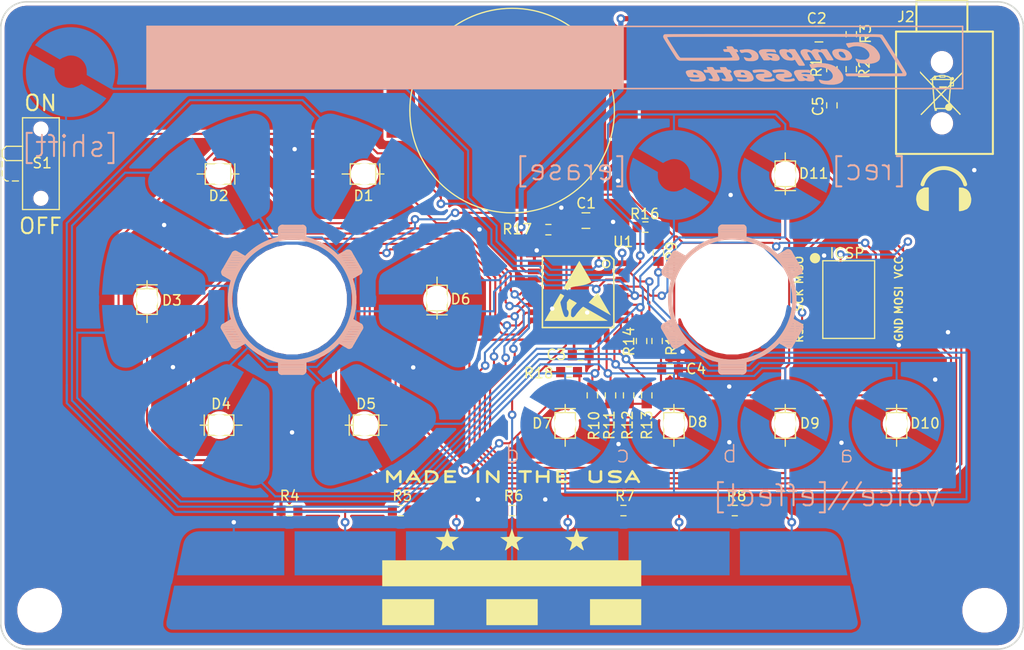
<source format=kicad_pcb>
(kicad_pcb (version 20171130) (host pcbnew 5.1.9+dfsg1-1)
  (title_block (title MIXTAPE) (date 2021-12-26) (rev 0))
  (layers (0 Top signal) (31 Bottom signal) (34 B.Paste user hide) (35 F.Paste user hide) (36 B.SilkS user) (37 F.SilkS user hide) (38 B.Mask user) (39 F.Mask user) (44 Edge.Cuts user))
  (net 0 "")
  (net 1 V+)
  (net 2 PE)
  (net 3 "Net-(C5-PadP$1)")
  (net 4 "Net-(J2-PadP$1)")
  (net 5 "Net-(C3-PadP$1)")
  (net 6 "Net-(R18-PadP$1)")
  (net 7 "Net-(R4-PadP$2)")
  (net 8 "Net-(C2-Pad1)")
  (net 9 "Net-(R6-PadP$2)")
  (net 10 "Net-(R5-PadP$2)")
  (net 11 "Net-(R7-PadP$2)")
  (net 12 "Net-(R8-PadP$2)")
  (net 13 /PB0)
  (net 14 /PB1)
  (net 15 /PB2)
  (net 16 /PB3)
  (net 17 /PB4)
  (net 18 /PB5)
  (net 19 /PD6)
  (net 20 /PC6)
  (net 21 /PD3)
  (net 22 /PC0)
  (net 23 /PC1)
  (net 24 /PC2)
  (net 25 /PC4)
  (net 26 /PC5)
  (net 27 /PD4)
  (net 28 /PB6)
  (net 29 /PD2)
  (net 30 /PD1)
  (net 31 /PD0)
  (net 32 /PC3)
  (net 33 "Net-(D1-PadP$2)")
  (module Symbol:WEEE-Logo_4.2x6mm_SilkScreen (layer Top) (at 190.627 83.058)
    (fp_text reference REF** hide)
    (fp_text value WEEE-Logo_4.2x6mm_SilkScreen hide)
  )
  (module Symbol:ESD-Logo_6.6x6mm_SilkScreen (layer Top) (at 154.94 101.6)
    (fp_text reference REF** hide)
    (fp_text value ESD-Logo_6.6x6mm_SilkScreen hide)
  )
  (module User_PCB_Libraries:DCelectronics_logo1 (layer Top) (at 148.463 131.191)
    (fp_text reference G*** hide)
    (fp_text value LOGO hide)
  )
  (module mixtape2:BAT-HOLD-BK-912 (layer Top) (at 148.5011 83.9216 180)
    (fp_text reference BH1 hide)
    (fp_text value "CR2032 BK-912")
    (pad P$3 smd roundrect (at 0 0 180) (size 2.54 2.54) (layers Top F.Mask) (roundrect_rratio 0.5) (net 2 PE))
    (pad P$2 smd rect (at 10.922 0 270) (size 5.334 2.794) (layers Top F.Paste F.Mask))
    (pad P$1 smd rect (at -10.922 0 270) (size 5.334 2.794) (layers Top F.Paste F.Mask) (net 1 V+))
  )
  (module mixtape2:1_8_JACK_STEREO_SMT (layer Top) (at 190.6651 76.1746)
    (fp_text reference J2 (at -4.4831 -0.8636 180) (layer F.SilkS) (effects (justify left bottom)))
    (fp_text value 1/8"JACK)
    (pad "" np_thru_hole circle (at 0 3) (size 1.6002 1.6002) (drill 1.6002) (layers *.Cu *.Mask))
    (pad "" np_thru_hole circle (at 0 9) (size 1.6002 1.6002) (drill 1.6002) (layers *.Cu *.Mask))
    (pad P$5 smd rect (at -5 9.3 90) (size 2.9 3.6) (layers Top F.Paste F.Mask) (net 3 "Net-(C5-PadP$1)"))
    (pad P$4 smd rect (at -5 4.9 90) (size 2.4 3.6) (layers Top F.Paste F.Mask))
    (pad P$3 smd rect (at 5.2 9.1 90) (size 2.1 3.1) (layers Top F.Paste F.Mask) (net 2 PE))
    (pad P$2 smd rect (at 5.2 6.1 90) (size 1.8 3.1) (layers Top F.Paste F.Mask))
    (pad P$1 smd rect (at 5.2 2.8 90) (size 2.9 3.1) (layers Top F.Paste F.Mask) (net 4 "Net-(J2-PadP$1)"))
  )
  (module mixtape2:JMP_6P_DIP_SMT_PEG (layer Top) (at 181.5211 102.4636 270)
    (fp_text reference ISP1 hide)
    (fp_text value SMT/PEG)
    (pad 6 smd rect (at 2.54 -2.667 270) (size 1.27 2.794) (layers Top F.Paste F.Mask) (net 2 PE))
    (pad 5 smd rect (at 2.54 2.667 270) (size 1.27 2.794) (layers Top F.Paste F.Mask) (net 20 /PC6))
    (pad 4 smd rect (at 0 -2.667 270) (size 1.27 2.794) (layers Top F.Paste F.Mask) (net 16 /PB3))
    (pad 3 smd rect (at 0 2.667 270) (size 1.27 2.794) (layers Top F.Paste F.Mask) (net 18 /PB5))
    (pad 2 smd rect (at -2.54 -2.667 270) (size 1.27 2.794) (layers Top F.Paste F.Mask) (net 1 V+))
    (pad 1 smd rect (at -2.54 2.667 270) (size 1.27 2.794) (layers Top F.Paste F.Mask) (net 17 /PB4))
  )
  (module mixtape2:PAD_TOUCH_DOT (layer Bottom) (at 164.3761 90.2716)
    (fp_text reference U$7 hide)
    (fp_text value PAD_TOUCH hide)
    (fp_poly (pts (xy 4.0153 1.7317) (xy 1.5737 0.322) (xy 1.5813 0.0038) (xy 1.5813 0.003802) (xy 1.563214 -0.274204) (xy 1.496031 -0.544576) (xy 1.381888 -0.798714) (xy 1.224416 -1.028534) (xy 1.028623 -1.226725) (xy 0.800738 -1.386984) (xy 0.548008 -1.504213) (xy 0.278474 -1.574683) (xy 0.000709 -1.596152) (xy -0.276453 -1.567938) (xy -0.794 -1.3676) (xy -1.0658 -1.2018) (xy -3.5073 -2.6116) (xy -3.3109 -2.8502) (xy -3.01675 -3.173002) (xy -2.691727 -3.464695) (xy -2.339103 -3.722341) (xy -1.96243 -3.943346) (xy -1.565503 -4.125483) (xy -1.152319 -4.266918) (xy -0.727039 -4.366227) (xy -0.293946 -4.422408) (xy 0.142596 -4.434897) (xy 0.578192 -4.403568) (xy 1.008454 -4.328736) (xy 1.429048 -4.211155) (xy 1.83574 -4.052008) (xy 2.224431 -3.8529) (xy 2.591208 -3.615835) (xy 2.932377 -3.343201) (xy 3.244501 -3.037744) (xy 3.524436 -2.702541) (xy 3.769364 -2.340967) (xy 3.976817 -1.956664) (xy 4.144705 -1.553503) (xy 4.271339 -1.135545) (xy 4.355442 -0.706999) (xy 4.396168 -0.272181) (xy 4.393105 0.16453) (xy 4.346286 0.598734) (xy 4.256182 1.026058) (xy 4.1237 1.4422)) (layer Bottom) (width 0))
    (fp_poly (pts (xy 3.5073 2.6116) (xy 3.3236 2.8282) (xy 3.323601 2.828199) (xy 3.027265 3.144284) (xy 2.701039 3.429417) (xy 2.34814 3.680786) (xy 1.972048 3.895913) (xy 1.576472 4.072674) (xy 1.165315 4.209328) (xy 0.74263 4.304526) (xy 0.312588 4.357328) (xy -0.120571 4.367216) (xy -0.552575 4.33409) (xy -0.979163 4.258278) (xy -1.396127 4.140527) (xy -1.799356 3.981999) (xy -2.184872 3.784257) (xy -2.548874 3.549252) (xy -2.88777 3.279301) (xy -3.19822 2.977066) (xy -3.47716 2.645529) (xy -3.721841 2.287959) (xy -3.929848 1.907883) (xy -4.09913 1.50905) (xy -4.228017 1.095392) (xy -4.31524 0.67099) (xy -4.359936 0.24003) (xy -4.361666 -0.193239) (xy -4.320412 -0.624542) (xy -4.236581 -1.049627) (xy -4.111 -1.4643) (xy -4.0153 -1.7317) (xy -1.5737 -0.322) (xy -1.5813 -0.0038) (xy -1.5813 -0.003802) (xy -1.563214 0.274204) (xy -1.496031 0.544576) (xy -1.381888 0.798714) (xy -1.224416 1.028534) (xy -1.028623 1.226725) (xy -0.800738 1.386984) (xy -0.548008 1.504213) (xy -0.278474 1.574683) (xy -0.000709 1.596152) (xy 0.276453 1.567938) (xy 0.794 1.3676) (xy 1.0658 1.2018)) (layer Bottom) (width 0))
    (pad P$2 smd rect (at 1.4291 -2.5769 330) (size 1.016 0.508) (layers Bottom B.Mask) (net 30 /PD1))
    (pad P$1 smd rect (at -1.3715 2.3755 330) (size 1.016 0.508) (layers Bottom B.Mask) (net 26 /PC5))
  )
  (module mixtape2:PAD_TOUCH_SLIDER (layer Bottom) (at 148.5011 130.0226 180)
    (fp_text reference U$9 hide)
    (fp_text value PAD_TOUCH_SLIDERSLIDER hide)
    (fp_poly (pts (xy 22.352 0.508) (xy 22.352 4.826) (xy 30.734 4.826) (xy 31.000069 4.798137) (xy 31.257684 4.726) (xy 31.499531 4.611638) (xy 31.718746 4.458295) (xy 31.909105 4.270326) (xy 32.065205 4.053066) (xy 32.182614 3.812683) (xy 32.258 3.556) (xy 32.893 0.508)) (layer Bottom) (width 0))
    (fp_poly (pts (xy 11.43 0.508) (xy 11.43 4.826) (xy 21.336 4.826) (xy 21.336 0.508)) (layer Bottom) (width 0))
    (fp_poly (pts (xy 0.508 4.826) (xy 0.508 0.508) (xy 10.414 0.508) (xy 10.414 4.826)) (layer Bottom) (width 0))
    (fp_poly (pts (xy -10.414 0.508) (xy -10.414 4.826) (xy -0.508 4.826) (xy -0.508 0.508)) (layer Bottom) (width 0))
    (fp_poly (pts (xy -21.336 0.508) (xy -21.336 4.826) (xy -11.43 4.826) (xy -11.43 0.508)) (layer Bottom) (width 0))
    (fp_poly (pts (xy -32.893 0.508) (xy -32.258 3.556) (xy -32.186427 3.814951) (xy -32.071285 4.057686) (xy -31.916021 4.276938) (xy -31.725285 4.466142) (xy -31.504788 4.619633) (xy -31.261132 4.732814) (xy -30.734 4.826) (xy -22.352 4.826) (xy -22.352 0.508)) (layer Bottom) (width 0))
    (fp_poly (pts (xy -33.274 -4.826) (xy 33.274 -4.826) (xy 33.273998 -4.826) (xy 33.440749 -4.820437) (xy 33.599422 -4.768864) (xy 33.737579 -4.675325) (xy 33.844391 -4.547153) (xy 33.911483 -4.394393) (xy 33.909 -4.064) (xy 33.147 -0.508) (xy -33.147 -0.508) (xy -33.909 -4.064) (xy -33.909 -4.063998) (xy -33.903439 -4.247599) (xy -33.849848 -4.423292) (xy -33.75199 -4.57874) (xy -33.616737 -4.703026)) (layer Bottom) (width 0))
    (pad P$7 smd rect (at 26.416 2.921 180) (size 1.27 0.635) (layers Bottom B.Mask) (net 2 PE))
    (pad P$6 smd rect (at 16.51 3.429 180) (size 1.27 0.635) (layers Bottom B.Mask) (net 7 "Net-(R4-PadP$2)"))
    (pad P$5 smd rect (at 5.461 3.175 180) (size 1.27 0.635) (layers Bottom B.Mask) (net 10 "Net-(R5-PadP$2)"))
    (pad P$4 smd rect (at -4.826 3.175 180) (size 1.27 0.635) (layers Bottom B.Mask) (net 9 "Net-(R6-PadP$2)"))
    (pad P$3 smd rect (at -17.145 3.175 180) (size 1.27 0.635) (layers Bottom B.Mask) (net 11 "Net-(R7-PadP$2)"))
    (pad P$2 smd rect (at -27.305 3.175 180) (size 1.27 0.635) (layers Bottom B.Mask) (net 12 "Net-(R8-PadP$2)"))
    (pad P$1 smd rect (at 0 -3.048 180) (size 1.27 0.635) (layers Bottom B.Mask) (net 6 "Net-(R18-PadP$1)"))
  )
  (module mixtape2:PAD_TOUCH_DOT (layer Bottom) (at 186.2201 114.6556 180)
    (fp_text reference U$5 hide)
    (fp_text value PAD_TOUCH hide)
    (fp_poly (pts (xy 4.0153 1.7317) (xy 1.5737 0.322) (xy 1.5813 0.0038) (xy 1.5813 0.003802) (xy 1.563214 -0.274204) (xy 1.496031 -0.544576) (xy 1.381888 -0.798714) (xy 1.224416 -1.028534) (xy 1.028623 -1.226725) (xy 0.800738 -1.386984) (xy 0.548008 -1.504213) (xy 0.278474 -1.574683) (xy 0.000709 -1.596152) (xy -0.276453 -1.567938) (xy -0.794 -1.3676) (xy -1.0658 -1.2018) (xy -3.5073 -2.6116) (xy -3.3109 -2.8502) (xy -3.01675 -3.173002) (xy -2.691727 -3.464695) (xy -2.339103 -3.722341) (xy -1.96243 -3.943346) (xy -1.565503 -4.125483) (xy -1.152319 -4.266918) (xy -0.727039 -4.366227) (xy -0.293946 -4.422408) (xy 0.142596 -4.434897) (xy 0.578192 -4.403568) (xy 1.008454 -4.328736) (xy 1.429048 -4.211155) (xy 1.83574 -4.052008) (xy 2.224431 -3.8529) (xy 2.591208 -3.615835) (xy 2.932377 -3.343201) (xy 3.244501 -3.037744) (xy 3.524436 -2.702541) (xy 3.769364 -2.340967) (xy 3.976817 -1.956664) (xy 4.144705 -1.553503) (xy 4.271339 -1.135545) (xy 4.355442 -0.706999) (xy 4.396168 -0.272181) (xy 4.393105 0.16453) (xy 4.346286 0.598734) (xy 4.256182 1.026058) (xy 4.1237 1.4422)) (layer Bottom) (width 0))
    (fp_poly (pts (xy 3.5073 2.6116) (xy 3.3236 2.8282) (xy 3.323601 2.828199) (xy 3.027265 3.144284) (xy 2.701039 3.429417) (xy 2.34814 3.680786) (xy 1.972048 3.895913) (xy 1.576472 4.072674) (xy 1.165315 4.209328) (xy 0.74263 4.304526) (xy 0.312588 4.357328) (xy -0.120571 4.367216) (xy -0.552575 4.33409) (xy -0.979163 4.258278) (xy -1.396127 4.140527) (xy -1.799356 3.981999) (xy -2.184872 3.784257) (xy -2.548874 3.549252) (xy -2.88777 3.279301) (xy -3.19822 2.977066) (xy -3.47716 2.645529) (xy -3.721841 2.287959) (xy -3.929848 1.907883) (xy -4.09913 1.50905) (xy -4.228017 1.095392) (xy -4.31524 0.67099) (xy -4.359936 0.24003) (xy -4.361666 -0.193239) (xy -4.320412 -0.624542) (xy -4.236581 -1.049627) (xy -4.111 -1.4643) (xy -4.0153 -1.7317) (xy -1.5737 -0.322) (xy -1.5813 -0.0038) (xy -1.5813 -0.003802) (xy -1.563214 0.274204) (xy -1.496031 0.544576) (xy -1.381888 0.798714) (xy -1.224416 1.028534) (xy -1.028623 1.226725) (xy -0.800738 1.386984) (xy -0.548008 1.504213) (xy -0.278474 1.574683) (xy -0.000709 1.596152) (xy 0.276453 1.567938) (xy 0.794 1.3676) (xy 1.0658 1.2018)) (layer Bottom) (width 0))
    (pad P$2 smd rect (at 1.4291 -2.5769 150) (size 1.016 0.508) (layers Bottom B.Mask) (net 30 /PD1))
    (pad P$1 smd rect (at -1.3715 2.3755 150) (size 1.016 0.508) (layers Bottom B.Mask) (net 32 /PC3))
  )
  (module mixtape2:PAD_TOUCH_DOT (layer Bottom) (at 175.2981 114.6556 180)
    (fp_text reference U$4 hide)
    (fp_text value PAD_TOUCH hide)
    (fp_poly (pts (xy 4.0153 1.7317) (xy 1.5737 0.322) (xy 1.5813 0.0038) (xy 1.5813 0.003802) (xy 1.563214 -0.274204) (xy 1.496031 -0.544576) (xy 1.381888 -0.798714) (xy 1.224416 -1.028534) (xy 1.028623 -1.226725) (xy 0.800738 -1.386984) (xy 0.548008 -1.504213) (xy 0.278474 -1.574683) (xy 0.000709 -1.596152) (xy -0.276453 -1.567938) (xy -0.794 -1.3676) (xy -1.0658 -1.2018) (xy -3.5073 -2.6116) (xy -3.3109 -2.8502) (xy -3.01675 -3.173002) (xy -2.691727 -3.464695) (xy -2.339103 -3.722341) (xy -1.96243 -3.943346) (xy -1.565503 -4.125483) (xy -1.152319 -4.266918) (xy -0.727039 -4.366227) (xy -0.293946 -4.422408) (xy 0.142596 -4.434897) (xy 0.578192 -4.403568) (xy 1.008454 -4.328736) (xy 1.429048 -4.211155) (xy 1.83574 -4.052008) (xy 2.224431 -3.8529) (xy 2.591208 -3.615835) (xy 2.932377 -3.343201) (xy 3.244501 -3.037744) (xy 3.524436 -2.702541) (xy 3.769364 -2.340967) (xy 3.976817 -1.956664) (xy 4.144705 -1.553503) (xy 4.271339 -1.135545) (xy 4.355442 -0.706999) (xy 4.396168 -0.272181) (xy 4.393105 0.16453) (xy 4.346286 0.598734) (xy 4.256182 1.026058) (xy 4.1237 1.4422)) (layer Bottom) (width 0))
    (fp_poly (pts (xy 3.5073 2.6116) (xy 3.3236 2.8282) (xy 3.323601 2.828199) (xy 3.027265 3.144284) (xy 2.701039 3.429417) (xy 2.34814 3.680786) (xy 1.972048 3.895913) (xy 1.576472 4.072674) (xy 1.165315 4.209328) (xy 0.74263 4.304526) (xy 0.312588 4.357328) (xy -0.120571 4.367216) (xy -0.552575 4.33409) (xy -0.979163 4.258278) (xy -1.396127 4.140527) (xy -1.799356 3.981999) (xy -2.184872 3.784257) (xy -2.548874 3.549252) (xy -2.88777 3.279301) (xy -3.19822 2.977066) (xy -3.47716 2.645529) (xy -3.721841 2.287959) (xy -3.929848 1.907883) (xy -4.09913 1.50905) (xy -4.228017 1.095392) (xy -4.31524 0.67099) (xy -4.359936 0.24003) (xy -4.361666 -0.193239) (xy -4.320412 -0.624542) (xy -4.236581 -1.049627) (xy -4.111 -1.4643) (xy -4.0153 -1.7317) (xy -1.5737 -0.322) (xy -1.5813 -0.0038) (xy -1.5813 -0.003802) (xy -1.563214 0.274204) (xy -1.496031 0.544576) (xy -1.381888 0.798714) (xy -1.224416 1.028534) (xy -1.028623 1.226725) (xy -0.800738 1.386984) (xy -0.548008 1.504213) (xy -0.278474 1.574683) (xy -0.000709 1.596152) (xy 0.276453 1.567938) (xy 0.794 1.3676) (xy 1.0658 1.2018)) (layer Bottom) (width 0))
    (pad P$2 smd rect (at 1.4291 -2.5769 150) (size 1.016 0.508) (layers Bottom B.Mask) (net 30 /PD1))
    (pad P$1 smd rect (at -1.3715 2.3755 150) (size 1.016 0.508) (layers Bottom B.Mask) (net 24 /PC2))
  )
  (module mixtape2:PAD_TOUCH_DOT (layer Bottom) (at 164.3761 114.6556 180)
    (fp_text reference U$3 hide)
    (fp_text value PAD_TOUCH hide)
    (fp_poly (pts (xy 4.0153 1.7317) (xy 1.5737 0.322) (xy 1.5813 0.0038) (xy 1.5813 0.003802) (xy 1.563214 -0.274204) (xy 1.496031 -0.544576) (xy 1.381888 -0.798714) (xy 1.224416 -1.028534) (xy 1.028623 -1.226725) (xy 0.800738 -1.386984) (xy 0.548008 -1.504213) (xy 0.278474 -1.574683) (xy 0.000709 -1.596152) (xy -0.276453 -1.567938) (xy -0.794 -1.3676) (xy -1.0658 -1.2018) (xy -3.5073 -2.6116) (xy -3.3109 -2.8502) (xy -3.01675 -3.173002) (xy -2.691727 -3.464695) (xy -2.339103 -3.722341) (xy -1.96243 -3.943346) (xy -1.565503 -4.125483) (xy -1.152319 -4.266918) (xy -0.727039 -4.366227) (xy -0.293946 -4.422408) (xy 0.142596 -4.434897) (xy 0.578192 -4.403568) (xy 1.008454 -4.328736) (xy 1.429048 -4.211155) (xy 1.83574 -4.052008) (xy 2.224431 -3.8529) (xy 2.591208 -3.615835) (xy 2.932377 -3.343201) (xy 3.244501 -3.037744) (xy 3.524436 -2.702541) (xy 3.769364 -2.340967) (xy 3.976817 -1.956664) (xy 4.144705 -1.553503) (xy 4.271339 -1.135545) (xy 4.355442 -0.706999) (xy 4.396168 -0.272181) (xy 4.393105 0.16453) (xy 4.346286 0.598734) (xy 4.256182 1.026058) (xy 4.1237 1.4422)) (layer Bottom) (width 0))
    (fp_poly (pts (xy 3.5073 2.6116) (xy 3.3236 2.8282) (xy 3.323601 2.828199) (xy 3.027265 3.144284) (xy 2.701039 3.429417) (xy 2.34814 3.680786) (xy 1.972048 3.895913) (xy 1.576472 4.072674) (xy 1.165315 4.209328) (xy 0.74263 4.304526) (xy 0.312588 4.357328) (xy -0.120571 4.367216) (xy -0.552575 4.33409) (xy -0.979163 4.258278) (xy -1.396127 4.140527) (xy -1.799356 3.981999) (xy -2.184872 3.784257) (xy -2.548874 3.549252) (xy -2.88777 3.279301) (xy -3.19822 2.977066) (xy -3.47716 2.645529) (xy -3.721841 2.287959) (xy -3.929848 1.907883) (xy -4.09913 1.50905) (xy -4.228017 1.095392) (xy -4.31524 0.67099) (xy -4.359936 0.24003) (xy -4.361666 -0.193239) (xy -4.320412 -0.624542) (xy -4.236581 -1.049627) (xy -4.111 -1.4643) (xy -4.0153 -1.7317) (xy -1.5737 -0.322) (xy -1.5813 -0.0038) (xy -1.5813 -0.003802) (xy -1.563214 0.274204) (xy -1.496031 0.544576) (xy -1.381888 0.798714) (xy -1.224416 1.028534) (xy -1.028623 1.226725) (xy -0.800738 1.386984) (xy -0.548008 1.504213) (xy -0.278474 1.574683) (xy -0.000709 1.596152) (xy 0.276453 1.567938) (xy 0.794 1.3676) (xy 1.0658 1.2018)) (layer Bottom) (width 0))
    (pad P$2 smd rect (at 1.4291 -2.5769 150) (size 1.016 0.508) (layers Bottom B.Mask) (net 30 /PD1))
    (pad P$1 smd rect (at -1.3715 2.3755 150) (size 1.016 0.508) (layers Bottom B.Mask) (net 23 /PC1))
  )
  (module mixtape2:PAD_TOUCH_DOT (layer Bottom) (at 153.7081 114.6556 180)
    (fp_text reference U$2 hide)
    (fp_text value PAD_TOUCH hide)
    (fp_poly (pts (xy 4.0153 1.7317) (xy 1.5737 0.322) (xy 1.5813 0.0038) (xy 1.5813 0.003802) (xy 1.563214 -0.274204) (xy 1.496031 -0.544576) (xy 1.381888 -0.798714) (xy 1.224416 -1.028534) (xy 1.028623 -1.226725) (xy 0.800738 -1.386984) (xy 0.548008 -1.504213) (xy 0.278474 -1.574683) (xy 0.000709 -1.596152) (xy -0.276453 -1.567938) (xy -0.794 -1.3676) (xy -1.0658 -1.2018) (xy -3.5073 -2.6116) (xy -3.3109 -2.8502) (xy -3.01675 -3.173002) (xy -2.691727 -3.464695) (xy -2.339103 -3.722341) (xy -1.96243 -3.943346) (xy -1.565503 -4.125483) (xy -1.152319 -4.266918) (xy -0.727039 -4.366227) (xy -0.293946 -4.422408) (xy 0.142596 -4.434897) (xy 0.578192 -4.403568) (xy 1.008454 -4.328736) (xy 1.429048 -4.211155) (xy 1.83574 -4.052008) (xy 2.224431 -3.8529) (xy 2.591208 -3.615835) (xy 2.932377 -3.343201) (xy 3.244501 -3.037744) (xy 3.524436 -2.702541) (xy 3.769364 -2.340967) (xy 3.976817 -1.956664) (xy 4.144705 -1.553503) (xy 4.271339 -1.135545) (xy 4.355442 -0.706999) (xy 4.396168 -0.272181) (xy 4.393105 0.16453) (xy 4.346286 0.598734) (xy 4.256182 1.026058) (xy 4.1237 1.4422)) (layer Bottom) (width 0))
    (fp_poly (pts (xy 3.5073 2.6116) (xy 3.3236 2.8282) (xy 3.323601 2.828199) (xy 3.027265 3.144284) (xy 2.701039 3.429417) (xy 2.34814 3.680786) (xy 1.972048 3.895913) (xy 1.576472 4.072674) (xy 1.165315 4.209328) (xy 0.74263 4.304526) (xy 0.312588 4.357328) (xy -0.120571 4.367216) (xy -0.552575 4.33409) (xy -0.979163 4.258278) (xy -1.396127 4.140527) (xy -1.799356 3.981999) (xy -2.184872 3.784257) (xy -2.548874 3.549252) (xy -2.88777 3.279301) (xy -3.19822 2.977066) (xy -3.47716 2.645529) (xy -3.721841 2.287959) (xy -3.929848 1.907883) (xy -4.09913 1.50905) (xy -4.228017 1.095392) (xy -4.31524 0.67099) (xy -4.359936 0.24003) (xy -4.361666 -0.193239) (xy -4.320412 -0.624542) (xy -4.236581 -1.049627) (xy -4.111 -1.4643) (xy -4.0153 -1.7317) (xy -1.5737 -0.322) (xy -1.5813 -0.0038) (xy -1.5813 -0.003802) (xy -1.563214 0.274204) (xy -1.496031 0.544576) (xy -1.381888 0.798714) (xy -1.224416 1.028534) (xy -1.028623 1.226725) (xy -0.800738 1.386984) (xy -0.548008 1.504213) (xy -0.278474 1.574683) (xy -0.000709 1.596152) (xy 0.276453 1.567938) (xy 0.794 1.3676) (xy 1.0658 1.2018)) (layer Bottom) (width 0))
    (pad P$2 smd rect (at 1.4291 -2.5769 150) (size 1.016 0.508) (layers Bottom B.Mask) (net 30 /PD1))
    (pad P$1 smd rect (at -1.3715 2.3755 150) (size 1.016 0.508) (layers Bottom B.Mask) (net 22 /PC0))
  )
  (module mixtape2:PAD_TOUCH_DOT (layer Bottom) (at 175.2981 90.2716)
    (fp_text reference U$6 hide)
    (fp_text value PAD_TOUCH hide)
    (fp_poly (pts (xy 4.0153 1.7317) (xy 1.5737 0.322) (xy 1.5813 0.0038) (xy 1.5813 0.003802) (xy 1.563214 -0.274204) (xy 1.496031 -0.544576) (xy 1.381888 -0.798714) (xy 1.224416 -1.028534) (xy 1.028623 -1.226725) (xy 0.800738 -1.386984) (xy 0.548008 -1.504213) (xy 0.278474 -1.574683) (xy 0.000709 -1.596152) (xy -0.276453 -1.567938) (xy -0.794 -1.3676) (xy -1.0658 -1.2018) (xy -3.5073 -2.6116) (xy -3.3109 -2.8502) (xy -3.01675 -3.173002) (xy -2.691727 -3.464695) (xy -2.339103 -3.722341) (xy -1.96243 -3.943346) (xy -1.565503 -4.125483) (xy -1.152319 -4.266918) (xy -0.727039 -4.366227) (xy -0.293946 -4.422408) (xy 0.142596 -4.434897) (xy 0.578192 -4.403568) (xy 1.008454 -4.328736) (xy 1.429048 -4.211155) (xy 1.83574 -4.052008) (xy 2.224431 -3.8529) (xy 2.591208 -3.615835) (xy 2.932377 -3.343201) (xy 3.244501 -3.037744) (xy 3.524436 -2.702541) (xy 3.769364 -2.340967) (xy 3.976817 -1.956664) (xy 4.144705 -1.553503) (xy 4.271339 -1.135545) (xy 4.355442 -0.706999) (xy 4.396168 -0.272181) (xy 4.393105 0.16453) (xy 4.346286 0.598734) (xy 4.256182 1.026058) (xy 4.1237 1.4422)) (layer Bottom) (width 0))
    (fp_poly (pts (xy 3.5073 2.6116) (xy 3.3236 2.8282) (xy 3.323601 2.828199) (xy 3.027265 3.144284) (xy 2.701039 3.429417) (xy 2.34814 3.680786) (xy 1.972048 3.895913) (xy 1.576472 4.072674) (xy 1.165315 4.209328) (xy 0.74263 4.304526) (xy 0.312588 4.357328) (xy -0.120571 4.367216) (xy -0.552575 4.33409) (xy -0.979163 4.258278) (xy -1.396127 4.140527) (xy -1.799356 3.981999) (xy -2.184872 3.784257) (xy -2.548874 3.549252) (xy -2.88777 3.279301) (xy -3.19822 2.977066) (xy -3.47716 2.645529) (xy -3.721841 2.287959) (xy -3.929848 1.907883) (xy -4.09913 1.50905) (xy -4.228017 1.095392) (xy -4.31524 0.67099) (xy -4.359936 0.24003) (xy -4.361666 -0.193239) (xy -4.320412 -0.624542) (xy -4.236581 -1.049627) (xy -4.111 -1.4643) (xy -4.0153 -1.7317) (xy -1.5737 -0.322) (xy -1.5813 -0.0038) (xy -1.5813 -0.003802) (xy -1.563214 0.274204) (xy -1.496031 0.544576) (xy -1.381888 0.798714) (xy -1.224416 1.028534) (xy -1.028623 1.226725) (xy -0.800738 1.386984) (xy -0.548008 1.504213) (xy -0.278474 1.574683) (xy -0.000709 1.596152) (xy 0.276453 1.567938) (xy 0.794 1.3676) (xy 1.0658 1.2018)) (layer Bottom) (width 0))
    (pad P$2 smd rect (at 1.4291 -2.5769 330) (size 1.016 0.508) (layers Bottom B.Mask) (net 30 /PD1))
    (pad P$1 smd rect (at -1.3715 2.3755 330) (size 1.016 0.508) (layers Bottom B.Mask) (net 25 /PC4))
  )
  (module mixtape2:PAD_TOUCH_DOT (layer Bottom) (at 105.1941 80.1116 180)
    (fp_text reference U$8 hide)
    (fp_text value PAD_TOUCH hide)
    (fp_poly (pts (xy 4.0153 1.7317) (xy 1.5737 0.322) (xy 1.5813 0.0038) (xy 1.5813 0.003802) (xy 1.563214 -0.274204) (xy 1.496031 -0.544576) (xy 1.381888 -0.798714) (xy 1.224416 -1.028534) (xy 1.028623 -1.226725) (xy 0.800738 -1.386984) (xy 0.548008 -1.504213) (xy 0.278474 -1.574683) (xy 0.000709 -1.596152) (xy -0.276453 -1.567938) (xy -0.794 -1.3676) (xy -1.0658 -1.2018) (xy -3.5073 -2.6116) (xy -3.3109 -2.8502) (xy -3.01675 -3.173002) (xy -2.691727 -3.464695) (xy -2.339103 -3.722341) (xy -1.96243 -3.943346) (xy -1.565503 -4.125483) (xy -1.152319 -4.266918) (xy -0.727039 -4.366227) (xy -0.293946 -4.422408) (xy 0.142596 -4.434897) (xy 0.578192 -4.403568) (xy 1.008454 -4.328736) (xy 1.429048 -4.211155) (xy 1.83574 -4.052008) (xy 2.224431 -3.8529) (xy 2.591208 -3.615835) (xy 2.932377 -3.343201) (xy 3.244501 -3.037744) (xy 3.524436 -2.702541) (xy 3.769364 -2.340967) (xy 3.976817 -1.956664) (xy 4.144705 -1.553503) (xy 4.271339 -1.135545) (xy 4.355442 -0.706999) (xy 4.396168 -0.272181) (xy 4.393105 0.16453) (xy 4.346286 0.598734) (xy 4.256182 1.026058) (xy 4.1237 1.4422)) (layer Bottom) (width 0))
    (fp_poly (pts (xy 3.5073 2.6116) (xy 3.3236 2.8282) (xy 3.323601 2.828199) (xy 3.027265 3.144284) (xy 2.701039 3.429417) (xy 2.34814 3.680786) (xy 1.972048 3.895913) (xy 1.576472 4.072674) (xy 1.165315 4.209328) (xy 0.74263 4.304526) (xy 0.312588 4.357328) (xy -0.120571 4.367216) (xy -0.552575 4.33409) (xy -0.979163 4.258278) (xy -1.396127 4.140527) (xy -1.799356 3.981999) (xy -2.184872 3.784257) (xy -2.548874 3.549252) (xy -2.88777 3.279301) (xy -3.19822 2.977066) (xy -3.47716 2.645529) (xy -3.721841 2.287959) (xy -3.929848 1.907883) (xy -4.09913 1.50905) (xy -4.228017 1.095392) (xy -4.31524 0.67099) (xy -4.359936 0.24003) (xy -4.361666 -0.193239) (xy -4.320412 -0.624542) (xy -4.236581 -1.049627) (xy -4.111 -1.4643) (xy -4.0153 -1.7317) (xy -1.5737 -0.322) (xy -1.5813 -0.0038) (xy -1.5813 -0.003802) (xy -1.563214 0.274204) (xy -1.496031 0.544576) (xy -1.381888 0.798714) (xy -1.224416 1.028534) (xy -1.028623 1.226725) (xy -0.800738 1.386984) (xy -0.548008 1.504213) (xy -0.278474 1.574683) (xy -0.000709 1.596152) (xy 0.276453 1.567938) (xy 0.794 1.3676) (xy 1.0658 1.2018)) (layer Bottom) (width 0))
    (pad P$2 smd rect (at 1.4291 -2.5769 150) (size 1.016 0.508) (layers Bottom B.Mask) (net 2 PE))
    (pad P$1 smd rect (at -1.3715 2.3755 150) (size 1.016 0.508) (layers Bottom B.Mask) (net 27 /PD4))
  )
  (module mixtape2:PAD_TOUCH_WHEEL (layer Bottom) (at 126.9111 102.4636 180)
    (fp_text reference U$1 hide)
    (fp_text value PAD_TOUCH_WHEEL hide)
    (fp_poly (pts (xy -4.6978 7.1227) (xy -6.8314 10.8182) (xy -7.1149 10.8012) (xy -7.386854 10.810004) (xy -7.652576 10.868554) (xy -7.903045 10.974862) (xy -8.129758 11.125319) (xy -8.325018 11.314818) (xy -8.482197 11.536924) (xy -8.595957 11.784098) (xy -8.662436 12.047948) (xy -8.679379 12.319516) (xy -8.646209 12.589583) (xy -8.4357 13.0889) (xy -8.2792 13.3259) (xy -9.7651 15.8995) (xy -10.2143 15.6108) (xy -11.162211 14.957071) (xy -12.065553 14.243018) (xy -13.7234 12.6463) (xy -13.723399 12.646301) (xy -13.896439 12.417804) (xy -14.025335 12.161797) (xy -14.105842 11.886711) (xy -14.135307 11.601605) (xy -14.112761 11.315868) (xy -14.038947 11.038911) (xy -13.916295 10.779855) (xy -13.748845 10.547231) (xy -13.54211 10.348699) (xy -13.3029 10.1908) (xy -6.8435 6.4705) (xy -6.843499 6.4705) (xy -6.602254 6.37077) (xy -6.343622 6.335345) (xy -6.084445 6.366532) (xy -5.8416 6.4623)) (layer Bottom) (width 0))
    (fp_poly (pts (xy -3.8179 7.6307) (xy -5.9515 11.3262) (xy -5.795 11.5632) (xy -5.794999 11.563201) (xy -5.666646 11.803121) (xy -5.584491 12.062518) (xy -5.551321 12.332584) (xy -5.568264 12.604152) (xy -5.634744 12.868002) (xy -5.748504 13.115175) (xy -5.905682 13.337281) (xy -6.100942 13.52678) (xy -6.327655 13.677237) (xy -6.578125 13.783545) (xy -6.843846 13.842095) (xy -7.1158 13.8509) (xy -7.3993 13.8339) (xy -8.8852 16.4074) (xy -8.4106 16.6521) (xy -7.370493 17.146145) (xy -6.30043 17.57143) (xy -4.0887 18.2088) (xy -3.804294 18.244416) (xy -3.518135 18.228045) (xy -3.239647 18.160226) (xy -2.978001 18.043194) (xy -2.741815 17.880802) (xy -2.538866 17.678399) (xy -2.37584 17.44265) (xy -2.258105 17.181319) (xy -2.1724 16.6169) (xy -2.1802 9.1629) (xy -2.21396 8.903917) (xy -2.312491 8.662042) (xy -2.46931 8.453189) (xy -2.6741 8.2911)) (layer Bottom) (width 0))
    (fp_poly (pts (xy 3.8112 7.6307) (xy 5.9448 11.3262) (xy 5.7883 11.5632) (xy 5.788299 11.563201) (xy 5.659946 11.803121) (xy 5.577791 12.062518) (xy 5.544621 12.332584) (xy 5.561564 12.604152) (xy 5.628044 12.868002) (xy 5.741804 13.115175) (xy 5.898982 13.337281) (xy 6.094242 13.52678) (xy 6.320955 13.677237) (xy 6.571425 13.783545) (xy 6.837146 13.842095) (xy 7.1091 13.8509) (xy 7.3926 13.8339) (xy 8.8785 16.4074) (xy 8.4039 16.6521) (xy 7.363795 17.146149) (xy 6.293731 17.571435) (xy 4.082 18.2088) (xy 3.797594 18.244416) (xy 3.511435 18.228045) (xy 3.232947 18.160226) (xy 2.971301 18.043194) (xy 2.735115 17.880802) (xy 2.532166 17.678399) (xy 2.36914 17.44265) (xy 2.251405 17.181319) (xy 2.1657 16.6169) (xy 2.1735 9.1629) (xy 2.20726 8.903917) (xy 2.305791 8.662042) (xy 2.46261 8.453189) (xy 2.6674 8.2911)) (layer Bottom) (width 0))
    (fp_poly (pts (xy 4.6911 7.1227) (xy 6.8247 10.8182) (xy 7.1082 10.8012) (xy 7.380154 10.810004) (xy 7.645876 10.868554) (xy 7.896345 10.974862) (xy 8.123058 11.125319) (xy 8.318318 11.314818) (xy 8.475497 11.536924) (xy 8.589257 11.784098) (xy 8.655736 12.047948) (xy 8.672679 12.319516) (xy 8.639509 12.589583) (xy 8.557353 12.84898) (xy 8.429 13.0889) (xy 8.2725 13.3259) (xy 9.7584 15.8995) (xy 10.2076 15.6108) (xy 11.155509 14.957068) (xy 12.05885 14.243014) (xy 13.7167 12.6463) (xy 13.716699 12.646301) (xy 13.889726 12.4178) (xy 14.018611 12.161793) (xy 14.099109 11.886709) (xy 14.12857 11.601607) (xy 14.106023 11.315875) (xy 14.032211 11.038922) (xy 13.909565 10.779868) (xy 13.742123 10.547243) (xy 13.535399 10.348708) (xy 13.2962 10.1908) (xy 6.8368 6.4705) (xy 6.836799 6.4705) (xy 6.595554 6.37077) (xy 6.336922 6.335345) (xy 5.8349 6.4623)) (layer Bottom) (width 0))
    (fp_poly (pts (xy 4.7233 -7.1227) (xy 6.8569 -10.8182) (xy 7.1404 -10.8012) (xy 7.412354 -10.810004) (xy 7.678076 -10.868554) (xy 7.928545 -10.974862) (xy 8.155258 -11.125319) (xy 8.350518 -11.314818) (xy 8.507697 -11.536924) (xy 8.621457 -11.784098) (xy 8.687936 -12.047948) (xy 8.704879 -12.319516) (xy 8.671709 -12.589583) (xy 8.589553 -12.84898) (xy 8.4612 -13.0889) (xy 8.3047 -13.3259) (xy 9.7906 -15.8995) (xy 10.2398 -15.6108) (xy 11.18771 -14.95707) (xy 12.091051 -14.243016) (xy 13.7489 -12.6463) (xy 13.748899 -12.646301) (xy 13.921926 -12.4178) (xy 14.050811 -12.161793) (xy 14.131309 -11.886709) (xy 14.16077 -11.601607) (xy 14.138223 -11.315875) (xy 14.064411 -11.038922) (xy 13.941765 -10.779868) (xy 13.774323 -10.547243) (xy 13.567599 -10.348708) (xy 13.3284 -10.1908) (xy 6.869 -6.4705) (xy 6.868999 -6.4705) (xy 6.627754 -6.37077) (xy 6.369122 -6.335345) (xy 5.8671 -6.4623)) (layer Bottom) (width 0))
    (fp_poly (pts (xy 3.8434 -7.6307) (xy 5.977 -11.3262) (xy 5.8205 -11.5632) (xy 5.820499 -11.563201) (xy 5.692146 -11.803121) (xy 5.609991 -12.062518) (xy 5.576821 -12.332584) (xy 5.593764 -12.604152) (xy 5.660244 -12.868002) (xy 5.774004 -13.115175) (xy 5.931182 -13.337281) (xy 6.126442 -13.52678) (xy 6.353155 -13.677237) (xy 6.603625 -13.783545) (xy 6.869346 -13.842095) (xy 7.1413 -13.8509) (xy 7.4248 -13.8339) (xy 8.9107 -16.4074) (xy 8.4361 -16.6521) (xy 7.395995 -17.146149) (xy 6.325931 -17.571435) (xy 4.1142 -18.2088) (xy 3.829794 -18.244416) (xy 3.543635 -18.228045) (xy 3.265147 -18.160226) (xy 3.003501 -18.043194) (xy 2.767315 -17.880802) (xy 2.564366 -17.678399) (xy 2.40134 -17.44265) (xy 2.283605 -17.181319) (xy 2.1979 -16.6169) (xy 2.2057 -9.1629) (xy 2.23946 -8.903917) (xy 2.337991 -8.662042) (xy 2.49481 -8.453189) (xy 2.6996 -8.2911)) (layer Bottom) (width 0))
    (fp_poly (pts (xy -3.8111 -7.6307) (xy -5.9447 -11.3262) (xy -5.7882 -11.5632) (xy -5.788199 -11.563201) (xy -5.659846 -11.803121) (xy -5.577691 -12.062518) (xy -5.544521 -12.332584) (xy -5.561464 -12.604152) (xy -5.627944 -12.868002) (xy -5.741704 -13.115175) (xy -5.898882 -13.337281) (xy -6.094142 -13.52678) (xy -6.320855 -13.677237) (xy -6.571325 -13.783545) (xy -6.837046 -13.842095) (xy -7.109 -13.8509) (xy -7.3925 -13.8339) (xy -8.8784 -16.4074) (xy -8.4038 -16.6521) (xy -7.363693 -17.146145) (xy -6.29363 -17.57143) (xy -4.0819 -18.2088) (xy -3.797494 -18.244416) (xy -3.511335 -18.228045) (xy -3.232847 -18.160226) (xy -2.971201 -18.043194) (xy -2.735015 -17.880802) (xy -2.532066 -17.678399) (xy -2.36904 -17.44265) (xy -2.251305 -17.181319) (xy -2.1656 -16.6169) (xy -2.1734 -9.1629) (xy -2.20716 -8.903917) (xy -2.305691 -8.662042) (xy -2.46251 -8.453189) (xy -2.6673 -8.2911)) (layer Bottom) (width 0))
    (fp_poly (pts (xy -4.691 -7.1227) (xy -6.8246 -10.8182) (xy -7.1081 -10.8012) (xy -7.380054 -10.810004) (xy -7.645776 -10.868554) (xy -7.896245 -10.974862) (xy -8.122958 -11.125319) (xy -8.318218 -11.314818) (xy -8.475397 -11.536924) (xy -8.589157 -11.784098) (xy -8.655636 -12.047948) (xy -8.672579 -12.319516) (xy -8.639409 -12.589583) (xy -8.4289 -13.0889) (xy -8.2724 -13.3259) (xy -9.7583 -15.8995) (xy -10.2075 -15.6108) (xy -11.155411 -14.957071) (xy -12.058753 -14.243018) (xy -13.7166 -12.6463) (xy -13.716599 -12.646301) (xy -13.889639 -12.417804) (xy -14.018535 -12.161797) (xy -14.099042 -11.886711) (xy -14.128507 -11.601605) (xy -14.105961 -11.315868) (xy -14.032147 -11.038911) (xy -13.909495 -10.779855) (xy -13.742045 -10.547231) (xy -13.53531 -10.348699) (xy -13.2961 -10.1908) (xy -6.8367 -6.4705) (xy -6.836699 -6.4705) (xy -6.595454 -6.37077) (xy -6.336822 -6.335345) (xy -6.077645 -6.366532) (xy -5.8348 -6.4623)) (layer Bottom) (width 0))
    (fp_poly (pts (xy 8.509 0.4826) (xy 12.7762 0.4826) (xy 12.9032 0.7366) (xy 13.046792 0.967728) (xy 13.230354 1.168587) (xy 13.447653 1.332355) (xy 13.691312 1.453474) (xy 13.953056 1.52783) (xy 14.224 1.552899) (xy 14.494944 1.52783) (xy 14.756688 1.453474) (xy 15.000347 1.332355) (xy 15.217646 1.168587) (xy 15.401208 0.967728) (xy 15.5448 0.7366) (xy 15.6718 0.4826) (xy 18.6436 0.4826) (xy 18.6182 1.016) (xy 18.526002 2.163775) (xy 18.359278 3.303113) (xy 18.118738 4.42918) (xy 17.8054 5.5372) (xy 17.805401 5.537198) (xy 17.694045 5.801315) (xy 17.536788 6.040957) (xy 17.338809 6.24823) (xy 17.106629 6.416309) (xy 16.847896 6.539657) (xy 16.57113 6.614211) (xy 16.285447 6.637517) (xy 16.000256 6.608807) (xy 15.724951 6.529025) (xy 15.4686 6.4008) (xy 9.017 2.667) (xy 9.016999 2.667) (xy 8.809609 2.508273) (xy 8.649419 2.302012) (xy 8.546969 2.061785) (xy 8.509 1.8034)) (layer Bottom) (width 0))
    (fp_poly (pts (xy 8.509 -0.5334) (xy 12.7762 -0.5334) (xy 12.9032 -0.7874) (xy 13.046792 -1.018528) (xy 13.230354 -1.219387) (xy 13.447653 -1.383155) (xy 13.691312 -1.504274) (xy 13.953056 -1.57863) (xy 14.224 -1.603699) (xy 14.494944 -1.57863) (xy 14.756688 -1.504274) (xy 15.000347 -1.383155) (xy 15.217646 -1.219387) (xy 15.401208 -1.018528) (xy 15.5448 -0.7874) (xy 15.6718 -0.5334) (xy 18.6436 -0.5334) (xy 18.6182 -1.0668) (xy 18.526002 -2.214575) (xy 18.359278 -3.353913) (xy 18.118738 -4.47998) (xy 17.8054 -5.588) (xy 17.805401 -5.587998) (xy 17.694045 -5.852115) (xy 17.536788 -6.091757) (xy 17.338809 -6.29903) (xy 17.106629 -6.467109) (xy 16.847896 -6.590457) (xy 16.57113 -6.665011) (xy 16.285447 -6.688317) (xy 16.000256 -6.659607) (xy 15.724951 -6.579825) (xy 15.4686 -6.4516) (xy 9.017 -2.7178) (xy 9.016999 -2.7178) (xy 8.809609 -2.559073) (xy 8.649419 -2.352812) (xy 8.546969 -2.112585) (xy 8.509 -1.8542)) (layer Bottom) (width 0))
    (fp_poly (pts (xy -8.509 -0.508) (xy -12.7762 -0.508) (xy -12.9032 -0.762) (xy -13.046792 -0.993128) (xy -13.230354 -1.193987) (xy -13.447653 -1.357755) (xy -13.691312 -1.478874) (xy -13.953056 -1.55323) (xy -14.224 -1.578299) (xy -14.494944 -1.55323) (xy -14.756688 -1.478874) (xy -15.000347 -1.357755) (xy -15.217646 -1.193987) (xy -15.401208 -0.993128) (xy -15.5448 -0.762) (xy -15.6718 -0.508) (xy -18.6436 -0.508) (xy -18.6182 -1.0414) (xy -18.526002 -2.189175) (xy -18.359278 -3.328513) (xy -17.8054 -5.5626) (xy -17.8054 -5.562599) (xy -17.694034 -5.826705) (xy -17.536771 -6.066337) (xy -17.33879 -6.273602) (xy -17.106611 -6.441673) (xy -16.847881 -6.565018) (xy -16.571121 -6.639572) (xy -16.285443 -6.662882) (xy -16.000257 -6.63418) (xy -15.724954 -6.55441) (xy -15.4686 -6.4262) (xy -9.017 -2.6924) (xy -9.016999 -2.6924) (xy -8.809609 -2.533673) (xy -8.649419 -2.327412) (xy -8.509 -1.8288)) (layer Bottom) (width 0))
    (fp_poly (pts (xy -8.509 0.508) (xy -12.7762 0.508) (xy -12.9032 0.762) (xy -13.046792 0.993128) (xy -13.230354 1.193987) (xy -13.447653 1.357755) (xy -13.691312 1.478874) (xy -13.953056 1.55323) (xy -14.224 1.578299) (xy -14.494944 1.55323) (xy -14.756688 1.478874) (xy -15.000347 1.357755) (xy -15.217646 1.193987) (xy -15.401208 0.993128) (xy -15.5448 0.762) (xy -15.6718 0.508) (xy -18.6436 0.508) (xy -18.6182 1.0414) (xy -18.526002 2.189175) (xy -18.359278 3.328513) (xy -17.8054 5.5626) (xy -17.8054 5.562599) (xy -17.694034 5.826705) (xy -17.536771 6.066337) (xy -17.33879 6.273602) (xy -17.106611 6.441673) (xy -16.847881 6.565018) (xy -16.571121 6.639572) (xy -16.285443 6.662882) (xy -16.000257 6.63418) (xy -15.724954 6.55441) (xy -15.4686 6.4262) (xy -9.017 2.6924) (xy -9.016999 2.6924) (xy -8.809609 2.533673) (xy -8.649419 2.327412) (xy -8.509 1.8288)) (layer Bottom) (width 0))
    (pad P$12 smd rect (at -10.5381 11.9044 240) (size 1.016 0.508) (layers Bottom B.Mask) (net 31 /PD0))
    (pad P$11 smd rect (at -5.1726 15.4128 240) (size 1.016 0.508) (layers Bottom B.Mask) (net 22 /PC0))
    (pad P$10 smd rect (at 5.0321 15.0794 300) (size 1.016 0.508) (layers Bottom B.Mask) (net 31 /PD0))
    (pad P$9 smd rect (at 10.7532 12.187 300) (size 1.016 0.508) (layers Bottom B.Mask) (net 23 /PC1))
    (pad P$8 smd rect (at 10.5636 -11.9044 60) (size 1.016 0.508) (layers Bottom B.Mask) (net 31 /PD0))
    (pad P$7 smd rect (at 5.1981 -15.4128 60) (size 1.016 0.508) (layers Bottom B.Mask) (net 32 /PC3))
    (pad P$6 smd rect (at -5.032 -15.0794 120) (size 1.016 0.508) (layers Bottom B.Mask) (net 31 /PD0))
    (pad P$5 smd rect (at -10.7531 -12.187 120) (size 1.016 0.508) (layers Bottom B.Mask) (net 25 /PC4))
    (pad P$4 smd rect (at 15.5702 3.1496) (size 1.016 0.508) (layers Bottom B.Mask) (net 31 /PD0))
    (pad P$3 smd rect (at 15.9258 -3.2512) (size 1.016 0.508) (layers Bottom B.Mask) (net 24 /PC2))
    (pad P$2 smd rect (at -15.5702 -3.175 180) (size 1.016 0.508) (layers Bottom B.Mask) (net 31 /PD0))
    (pad P$1 smd rect (at -15.9258 3.2258 180) (size 1.016 0.508) (layers Bottom B.Mask) (net 26 /PC5))
  )
  (module mixtape2:LED-SMT-91-21 (layer Top) (at 153.7081 114.6556 270)
    (fp_text reference D7 (at 0.5334 3.3401) (layer F.SilkS) (effects (justify left bottom)))
    (fp_text value RED)
    (pad "" np_thru_hole circle (at 0 0 270) (size 2.1082 2.1082) (drill 2.1082) (layers *.Cu *.Mask))
    (pad P$2 smd rect (at 3.1 0) (size 0.8 1.6) (layers Top F.Paste F.Mask) (net 13 /PB0))
    (pad P$1 smd rect (at -2.8 0) (size 1 1.6) (layers Top F.Paste F.Mask) (net 33 "Net-(D1-PadP$2)"))
  )
  (module mixtape2:32-TQFP-NOMOD (layer Top) (at 154.9781 101.7016 270)
    (fp_text reference U1 (at -4.318 -3.3147) (layer F.SilkS) (effects (justify left bottom)))
    (fp_text value ATMEGA328P)
    (pad 32 smd rect (at -2.8 -4.2926 270) (size 0.5588 1.27) (layers Top F.Paste F.Mask) (net 29 /PD2))
    (pad 31 smd rect (at -2 -4.2926 270) (size 0.5588 1.27) (layers Top F.Paste F.Mask) (net 30 /PD1))
    (pad 30 smd rect (at -1.2 -4.2926 270) (size 0.5588 1.27) (layers Top F.Paste F.Mask) (net 31 /PD0))
    (pad 29 smd rect (at -0.4 -4.2926 270) (size 0.5588 1.27) (layers Top F.Paste F.Mask) (net 20 /PC6))
    (pad 28 smd rect (at 0.4 -4.2926 270) (size 0.5588 1.27) (layers Top F.Paste F.Mask) (net 26 /PC5))
    (pad 27 smd rect (at 1.2 -4.2926 270) (size 0.5588 1.27) (layers Top F.Paste F.Mask) (net 25 /PC4))
    (pad 26 smd rect (at 2 -4.2926 270) (size 0.5588 1.27) (layers Top F.Paste F.Mask) (net 32 /PC3))
    (pad 25 smd rect (at 2.8 -4.2926 270) (size 0.5588 1.27) (layers Top F.Paste F.Mask) (net 24 /PC2))
    (pad 24 smd rect (at 4.2926 -2.8 270) (size 1.27 0.5588) (layers Top F.Paste F.Mask) (net 23 /PC1))
    (pad 23 smd rect (at 4.2926 -2 270) (size 1.27 0.5588) (layers Top F.Paste F.Mask) (net 22 /PC0))
    (pad 22 smd rect (at 4.2926 -1.2 270) (size 1.27 0.5588) (layers Top F.Paste F.Mask) (net 2 PE))
    (pad 21 smd rect (at 4.2926 -0.4 270) (size 1.27 0.5588) (layers Top F.Paste F.Mask) (net 2 PE))
    (pad 20 smd rect (at 4.2926 0.4 270) (size 1.27 0.5588) (layers Top F.Paste F.Mask) (net 5 "Net-(C3-PadP$1)"))
    (pad 19 smd rect (at 4.2926 1.2 270) (size 1.27 0.5588) (layers Top F.Paste F.Mask) (net 6 "Net-(R18-PadP$1)"))
    (pad 18 smd rect (at 4.2926 2 270) (size 1.27 0.5588) (layers Top F.Paste F.Mask) (net 1 V+))
    (pad 17 smd rect (at 4.2926 2.8 270) (size 1.27 0.5588) (layers Top F.Paste F.Mask) (net 18 /PB5))
    (pad 16 smd rect (at 2.8 4.2926 270) (size 0.5588 1.27) (layers Top F.Paste F.Mask) (net 17 /PB4))
    (pad 15 smd rect (at 2 4.2926 270) (size 0.5588 1.27) (layers Top F.Paste F.Mask) (net 16 /PB3))
    (pad 14 smd rect (at 1.2 4.2926 270) (size 0.5588 1.27) (layers Top F.Paste F.Mask) (net 15 /PB2))
    (pad 13 smd rect (at 0.4 4.2926 270) (size 0.5588 1.27) (layers Top F.Paste F.Mask) (net 14 /PB1))
    (pad 12 smd rect (at -0.4 4.2926 270) (size 0.5588 1.27) (layers Top F.Paste F.Mask) (net 13 /PB0))
    (pad 11 smd rect (at -1.2 4.2926 270) (size 0.5588 1.27) (layers Top F.Paste F.Mask) (net 2 PE))
    (pad 10 smd rect (at -2 4.2926 270) (size 0.5588 1.27) (layers Top F.Paste F.Mask) (net 19 /PD6))
    (pad 9 smd rect (at -2.8 4.2926 270) (size 0.5588 1.27) (layers Top F.Paste F.Mask) (net 2 PE))
    (pad 8 smd rect (at -4.2926 2.8 270) (size 1.27 0.5588) (layers Top F.Paste F.Mask))
    (pad 7 smd rect (at -4.2926 2 270) (size 1.27 0.5588) (layers Top F.Paste F.Mask) (net 28 /PB6))
    (pad 6 smd rect (at -4.2926 1.2 270) (size 1.27 0.5588) (layers Top F.Paste F.Mask) (net 1 V+))
    (pad 5 smd rect (at -4.2926 0.4 270) (size 1.27 0.5588) (layers Top F.Paste F.Mask) (net 2 PE))
    (pad 4 smd rect (at -4.2926 -0.4 270) (size 1.27 0.5588) (layers Top F.Paste F.Mask) (net 1 V+))
    (pad 3 smd rect (at -4.2926 -1.2 270) (size 1.27 0.5588) (layers Top F.Paste F.Mask) (net 2 PE))
    (pad 2 smd rect (at -4.2926 -2 270) (size 1.27 0.5588) (layers Top F.Paste F.Mask) (net 27 /PD4))
    (pad 1 smd rect (at -4.2926 -2.8 270) (size 1.27 0.5588) (layers Top F.Paste F.Mask) (net 21 /PD3))
  )
  (module mixtape2:LED-SMT-91-21 (layer Top) (at 119.7991 90.1446 180)
    (fp_text reference D2 (at -0.9779 -1.5494) (layer F.SilkS) (effects (justify right top)))
    (fp_text value RED)
    (pad "" np_thru_hole circle (at 0 0 180) (size 2.1082 2.1082) (drill 2.1082) (layers *.Cu *.Mask))
    (pad P$2 smd rect (at 3.1 0 270) (size 0.8 1.6) (layers Top F.Paste F.Mask) (net 33 "Net-(D1-PadP$2)"))
    (pad P$1 smd rect (at -2.8 0 270) (size 1 1.6) (layers Top F.Paste F.Mask) (net 14 /PB1))
  )
  (module mixtape2:LED-SMT-91-21 (layer Top) (at 112.6871 102.5144 270)
    (fp_text reference D3 (at 0.6096 -1.3589) (layer F.SilkS) (effects (justify left bottom)))
    (fp_text value RED)
    (pad "" np_thru_hole circle (at 0 0 270) (size 2.1082 2.1082) (drill 2.1082) (layers *.Cu *.Mask))
    (pad P$2 smd rect (at 3.1 0) (size 0.8 1.6) (layers Top F.Paste F.Mask) (net 33 "Net-(D1-PadP$2)"))
    (pad P$1 smd rect (at -2.8 0) (size 1 1.6) (layers Top F.Paste F.Mask) (net 15 /PB2))
  )
  (module mixtape2:LED-SMT-91-21 (layer Top) (at 134.0231 114.7826)
    (fp_text reference D5 (at -0.9271 -1.4986) (layer F.SilkS) (effects (justify left bottom)))
    (fp_text value RED)
    (pad "" np_thru_hole circle (at 0 0) (size 2.1082 2.1082) (drill 2.1082) (layers *.Cu *.Mask))
    (pad P$2 smd rect (at 3.1 0 90) (size 0.8 1.6) (layers Top F.Paste F.Mask) (net 33 "Net-(D1-PadP$2)"))
    (pad P$1 smd rect (at -2.8 0 90) (size 1 1.6) (layers Top F.Paste F.Mask) (net 17 /PB4))
  )
  (module mixtape2:LED-SMT-91-21 (layer Top) (at 164.3761 114.6556 270)
    (fp_text reference D8 (at 0.4064 -1.2319) (layer F.SilkS) (effects (justify left bottom)))
    (fp_text value RED)
    (pad "" np_thru_hole circle (at 0 0 270) (size 2.1082 2.1082) (drill 2.1082) (layers *.Cu *.Mask))
    (pad P$2 smd rect (at 3.1 0) (size 0.8 1.6) (layers Top F.Paste F.Mask) (net 14 /PB1))
    (pad P$1 smd rect (at -2.8 0) (size 1 1.6) (layers Top F.Paste F.Mask) (net 33 "Net-(D1-PadP$2)"))
  )
  (module mixtape2:LED-SMT-91-21 (layer Top) (at 175.2981 114.6556 270)
    (fp_text reference D9 (at 0.5334 -1.3335) (layer F.SilkS) (effects (justify left bottom)))
    (fp_text value RED)
    (pad "" np_thru_hole circle (at 0 0 270) (size 2.1082 2.1082) (drill 2.1082) (layers *.Cu *.Mask))
    (pad P$2 smd rect (at 3.1 0) (size 0.8 1.6) (layers Top F.Paste F.Mask) (net 15 /PB2))
    (pad P$1 smd rect (at -2.8 0) (size 1 1.6) (layers Top F.Paste F.Mask) (net 33 "Net-(D1-PadP$2)"))
  )
  (module mixtape2:LED-SMT-91-21 (layer Top) (at 175.2981 90.2716 90)
    (fp_text reference D11 (at -0.4064 1.2319) (layer F.SilkS) (effects (justify left bottom)))
    (fp_text value RED)
    (pad "" np_thru_hole circle (at 0 0 90) (size 2.1082 2.1082) (drill 2.1082) (layers *.Cu *.Mask))
    (pad P$2 smd rect (at 3.1 0 180) (size 0.8 1.6) (layers Top F.Paste F.Mask) (net 17 /PB4))
    (pad P$1 smd rect (at -2.8 0 180) (size 1 1.6) (layers Top F.Paste F.Mask) (net 33 "Net-(D1-PadP$2)"))
  )
  (module mixtape2:LED-SMT-91-21 (layer Top) (at 134.0231 90.1446 180)
    (fp_text reference D1 (at -0.9779 -1.5494) (layer F.SilkS) (effects (justify right top)))
    (fp_text value RED)
    (pad "" np_thru_hole circle (at 0 0 180) (size 2.1082 2.1082) (drill 2.1082) (layers *.Cu *.Mask))
    (pad P$2 smd rect (at 3.1 0 270) (size 0.8 1.6) (layers Top F.Paste F.Mask) (net 33 "Net-(D1-PadP$2)"))
    (pad P$1 smd rect (at -2.8 0 270) (size 1 1.6) (layers Top F.Paste F.Mask) (net 13 /PB0))
  )
  (module mixtape2:LED-SMT-91-21 (layer Top) (at 119.7991 114.7826)
    (fp_text reference D4 (at -0.9271 -1.4986) (layer F.SilkS) (effects (justify left bottom)))
    (fp_text value RED)
    (pad "" np_thru_hole circle (at 0 0) (size 2.1082 2.1082) (drill 2.1082) (layers *.Cu *.Mask))
    (pad P$2 smd rect (at 3.1 0 90) (size 0.8 1.6) (layers Top F.Paste F.Mask) (net 33 "Net-(D1-PadP$2)"))
    (pad P$1 smd rect (at -2.8 0 90) (size 1 1.6) (layers Top F.Paste F.Mask) (net 16 /PB3))
  )
  (module mixtape2:LED-SMT-91-21 (layer Top) (at 141.1351 102.4636 90)
    (fp_text reference D6 (at -0.5334 1.2319) (layer F.SilkS) (effects (justify left bottom)))
    (fp_text value RED)
    (pad "" np_thru_hole circle (at 0 0 90) (size 2.1082 2.1082) (drill 2.1082) (layers *.Cu *.Mask))
    (pad P$2 smd rect (at 3.1 0 180) (size 0.8 1.6) (layers Top F.Paste F.Mask) (net 33 "Net-(D1-PadP$2)"))
    (pad P$1 smd rect (at -2.8 0 180) (size 1 1.6) (layers Top F.Paste F.Mask) (net 18 /PB5))
  )
  (module mixtape2:LED-SMT-91-21 (layer Top) (at 186.2201 114.6556 270)
    (fp_text reference D10 (at 0.5334 -1.2319) (layer F.SilkS) (effects (justify left bottom)))
    (fp_text value RED)
    (pad "" np_thru_hole circle (at 0 0 270) (size 2.1082 2.1082) (drill 2.1082) (layers *.Cu *.Mask))
    (pad P$2 smd rect (at 3.1 0) (size 0.8 1.6) (layers Top F.Paste F.Mask) (net 16 /PB3))
    (pad P$1 smd rect (at -2.8 0) (size 1 1.6) (layers Top F.Paste F.Mask) (net 33 "Net-(D1-PadP$2)"))
  )
  (module mixtape2:0603-SM (layer Top) (at 181.7751 79.8576 270)
    (fp_text reference R2 (at 1.0414 -1.8669 90) (layer F.SilkS) (effects (justify left bottom)))
    (fp_text value 10k)
    (pad P$2 smd rect (at 0.8255 0 270) (size 0.889 1.016) (layers Top F.Paste F.Mask) (net 3 "Net-(C5-PadP$1)"))
    (pad P$1 smd rect (at -0.8255 0 270) (size 0.889 1.016) (layers Top F.Paste F.Mask) (net 4 "Net-(J2-PadP$1)"))
  )
  (module mixtape2:0603-SM (layer Top) (at 181.7751 76.4286 270)
    (fp_text reference R3 (at 1.0414 -1.9939 90) (layer F.SilkS) (effects (justify left bottom)))
    (fp_text value 10k)
    (pad P$2 smd rect (at 0.8255 0 270) (size 0.889 1.016) (layers Top F.Paste F.Mask) (net 4 "Net-(J2-PadP$1)"))
    (pad P$1 smd rect (at -0.8255 0 270) (size 0.889 1.016) (layers Top F.Paste F.Mask) (net 2 PE))
  )
  (module mixtape2:0603-SM (layer Top) (at 126.6571 123.1646)
    (fp_text reference R4 (at -1.0541 -0.8636) (layer F.SilkS) (effects (justify left bottom)))
    (fp_text value 10k)
    (pad P$2 smd rect (at 0.8255 0) (size 0.889 1.016) (layers Top F.Paste F.Mask) (net 7 "Net-(R4-PadP$2)"))
    (pad P$1 smd rect (at -0.8255 0) (size 0.889 1.016) (layers Top F.Paste F.Mask) (net 2 PE))
  )
  (module mixtape2:0603-SM (layer Top) (at 179.8701 79.8576 270)
    (fp_text reference R1 (at 0.9144 0.9271 90) (layer F.SilkS) (effects (justify left bottom)))
    (fp_text value 100)
    (pad P$2 smd rect (at 0.8255 0 270) (size 0.889 1.016) (layers Top F.Paste F.Mask) (net 3 "Net-(C5-PadP$1)"))
    (pad P$1 smd rect (at -0.8255 0 270) (size 0.889 1.016) (layers Top F.Paste F.Mask) (net 8 "Net-(C2-Pad1)"))
  )
  (module mixtape2:0603-SM (layer Top) (at 148.5011 123.1646)
    (fp_text reference R6 (at -0.9271 -0.8636) (layer F.SilkS) (effects (justify left bottom)))
    (fp_text value 10k)
    (pad P$2 smd rect (at 0.8255 0) (size 0.889 1.016) (layers Top F.Paste F.Mask) (net 9 "Net-(R6-PadP$2)"))
    (pad P$1 smd rect (at -0.8255 0) (size 0.889 1.016) (layers Top F.Paste F.Mask) (net 10 "Net-(R5-PadP$2)"))
  )
  (module mixtape2:0603-SM (layer Top) (at 159.4231 123.1646)
    (fp_text reference R7 (at -0.9271 -0.8636) (layer F.SilkS) (effects (justify left bottom)))
    (fp_text value 10k)
    (pad P$2 smd rect (at 0.8255 0) (size 0.889 1.016) (layers Top F.Paste F.Mask) (net 11 "Net-(R7-PadP$2)"))
    (pad P$1 smd rect (at -0.8255 0) (size 0.889 1.016) (layers Top F.Paste F.Mask) (net 9 "Net-(R6-PadP$2)"))
  )
  (module mixtape2:0603-SM (layer Top) (at 170.3451 123.1646)
    (fp_text reference R8 (at -0.9017 -0.8382) (layer F.SilkS) (effects (justify left bottom)))
    (fp_text value 10k)
    (pad P$2 smd rect (at 0.8255 0) (size 0.889 1.016) (layers Top F.Paste F.Mask) (net 12 "Net-(R8-PadP$2)"))
    (pad P$1 smd rect (at -0.8255 0) (size 0.889 1.016) (layers Top F.Paste F.Mask) (net 11 "Net-(R7-PadP$2)"))
  )
  (module mixtape2:0603-SM (layer Top) (at 162.8521 97.8916 90)
    (fp_text reference R9 (at -0.9144 1.8669 90) (layer F.SilkS) (effects (justify left bottom)))
    (fp_text value 10k)
    (pad P$2 smd rect (at 0.8255 0 90) (size 0.889 1.016) (layers Top F.Paste F.Mask) (net 21 /PD3))
    (pad P$1 smd rect (at -0.8255 0 90) (size 0.889 1.016) (layers Top F.Paste F.Mask) (net 12 "Net-(R8-PadP$2)"))
  )
  (module mixtape2:0603-SM (layer Top) (at 156.3751 111.8616 90)
    (fp_text reference R10 (at -1.4224 -0.4191 90) (layer F.SilkS) (effects (justify right top)))
    (fp_text value 22M)
    (pad P$2 smd rect (at 0.8255 0 90) (size 0.889 1.016) (layers Top F.Paste F.Mask) (net 22 /PC0))
    (pad P$1 smd rect (at -0.8255 0 90) (size 0.889 1.016) (layers Top F.Paste F.Mask) (net 1 V+))
  )
  (module mixtape2:0603-SM (layer Top) (at 159.9311 111.8616 90)
    (fp_text reference R12 (at -4.4704 0.4699 90) (layer F.SilkS) (effects (justify left bottom)))
    (fp_text value 22M)
    (pad P$2 smd rect (at 0.8255 0 90) (size 0.889 1.016) (layers Top F.Paste F.Mask) (net 24 /PC2))
    (pad P$1 smd rect (at -0.8255 0 90) (size 0.889 1.016) (layers Top F.Paste F.Mask) (net 1 V+))
  )
  (module mixtape2:0603-SM (layer Top) (at 158.1531 111.8616 90)
    (fp_text reference R11 (at -4.4704 0.4699 90) (layer F.SilkS) (effects (justify left bottom)))
    (fp_text value 22M)
    (pad P$2 smd rect (at 0.8255 0 90) (size 0.889 1.016) (layers Top F.Paste F.Mask) (net 23 /PC1))
    (pad P$1 smd rect (at -0.8255 0 90) (size 0.889 1.016) (layers Top F.Paste F.Mask) (net 1 V+))
  )
  (module mixtape2:0805_SMALL (layer Top) (at 178.6001 76.4286 180)
    (fp_text reference C2 (at -0.8509 2.1336) (layer F.SilkS) (effects (justify right top)))
    (fp_text value 10uF)
    (pad 1 smd rect (at -1.091 0 180) (size 1.27 1.524) (layers Top F.Paste F.Mask) (net 8 "Net-(C2-Pad1)"))
    (pad 2 smd rect (at 1.091 0 180) (size 1.27 1.524) (layers Top F.Paste F.Mask) (net 19 /PD6))
  )
  (module mixtape2:0805_SMALL (layer Top) (at 155.7401 94.7166 180)
    (fp_text reference C1 (at 1.0541 1.1176) (layer F.SilkS) (effects (justify left bottom)))
    (fp_text value 10uF)
    (pad 1 smd rect (at -1.091 0 180) (size 1.27 1.524) (layers Top F.Paste F.Mask) (net 2 PE))
    (pad 2 smd rect (at 1.091 0 180) (size 1.27 1.524) (layers Top F.Paste F.Mask) (net 1 V+))
  )
  (module mixtape2:0603-SM (layer Top) (at 155.2321 107.9246)
    (fp_text reference C3 (at -3.4671 0.5334) (layer F.SilkS) (effects (justify left bottom)))
    (fp_text value .1uF)
    (pad P$2 smd rect (at 0.8255 0) (size 0.889 1.016) (layers Top F.Paste F.Mask) (net 2 PE))
    (pad P$1 smd rect (at -0.8255 0) (size 0.889 1.016) (layers Top F.Paste F.Mask) (net 5 "Net-(C3-PadP$1)"))
  )
  (module mixtape2:0603-SM (layer Top) (at 161.7091 111.8616 90)
    (fp_text reference R13 (at -4.4704 0.5969 90) (layer F.SilkS) (effects (justify left bottom)))
    (fp_text value 22M)
    (pad P$2 smd rect (at 0.8255 0 90) (size 0.889 1.016) (layers Top F.Paste F.Mask) (net 32 /PC3))
    (pad P$1 smd rect (at -0.8255 0 90) (size 0.889 1.016) (layers Top F.Paste F.Mask) (net 1 V+))
  )
  (module mixtape2:0603-SM (layer Top) (at 161.2011 106.5276 90)
    (fp_text reference R14 (at 1.4986 -1.8161 90) (layer F.SilkS) (effects (justify right top)))
    (fp_text value 22M)
    (pad P$2 smd rect (at 0.8255 0 90) (size 0.889 1.016) (layers Top F.Paste F.Mask) (net 25 /PC4))
    (pad P$1 smd rect (at -0.8255 0 90) (size 0.889 1.016) (layers Top F.Paste F.Mask) (net 1 V+))
  )
  (module mixtape2:0603-SM (layer Top) (at 162.7251 106.5276 90)
    (fp_text reference R15 (at -1.5494 1.9939 90) (layer F.SilkS) (effects (justify left bottom)))
    (fp_text value 22M)
    (pad P$2 smd rect (at 0.8255 0 90) (size 0.889 1.016) (layers Top F.Paste F.Mask) (net 26 /PC5))
    (pad P$1 smd rect (at -0.8255 0 90) (size 0.889 1.016) (layers Top F.Paste F.Mask) (net 1 V+))
  )
  (module mixtape2:0603-SM (layer Top) (at 161.5821 95.3516 180)
    (fp_text reference R16 (at -1.4859 1.8796) (layer F.SilkS) (effects (justify right top)))
    (fp_text value 22M)
    (pad P$2 smd rect (at 0.8255 0 180) (size 0.889 1.016) (layers Top F.Paste F.Mask) (net 27 /PD4))
    (pad P$1 smd rect (at -0.8255 0 180) (size 0.889 1.016) (layers Top F.Paste F.Mask) (net 1 V+))
  )
  (module mixtape2:0603-SM (layer Top) (at 152.0571 95.6056 180)
    (fp_text reference R17 (at 4.6101 -0.5334) (layer F.SilkS) (effects (justify left bottom)))
    (fp_text value 2.2k)
    (pad P$1 smd rect (at -0.8255 0 180) (size 0.889 1.016) (layers Top F.Paste F.Mask) (net 28 /PB6))
    (pad P$2 smd rect (at 0.8255 0 180) (size 0.889 1.016) (layers Top F.Paste F.Mask) (net 33 "Net-(D1-PadP$2)"))
  )
  (module mixtape2:0603-SM (layer Top) (at 137.5791 123.1646)
    (fp_text reference R5 (at -0.9271 -0.8636) (layer F.SilkS) (effects (justify left bottom)))
    (fp_text value 10k)
    (pad P$2 smd rect (at 0.8255 0) (size 0.889 1.016) (layers Top F.Paste F.Mask) (net 10 "Net-(R5-PadP$2)"))
    (pad P$1 smd rect (at -0.8255 0) (size 0.889 1.016) (layers Top F.Paste F.Mask) (net 7 "Net-(R4-PadP$2)"))
  )
  (module mixtape2:0603-SM (layer Top) (at 154.0891 109.5756)
    (fp_text reference R18 (at -1.4351 -0.4826) (layer F.SilkS) (effects (justify right top)))
    (fp_text value 22M)
    (pad P$2 smd rect (at 0.8255 0) (size 0.889 1.016) (layers Top F.Paste F.Mask) (net 1 V+))
    (pad P$1 smd rect (at -0.8255 0) (size 0.889 1.016) (layers Top F.Paste F.Mask) (net 6 "Net-(R18-PadP$1)"))
  )
  (module mixtape2:SWITCH_SLIDE_JS102011 (layer Top) (at 102.2731 89.1286 270)
    (fp_text reference S1 (at 0.5334 0.9271) (layer F.SilkS) (effects (justify left bottom)))
    (fp_text value JS102011)
    (pad "" np_thru_hole circle (at 3.4 0 270) (size 0.889 0.889) (drill 0.889) (layers *.Cu *.Mask))
    (pad "" np_thru_hole circle (at -3.4 0 270) (size 0.889 0.889) (drill 0.889) (layers *.Cu *.Mask))
    (pad P$3 smd rect (at 2.5 -3) (size 2.5 1.2) (layers Top F.Paste F.Mask))
    (pad P$2 smd rect (at 0 -3) (size 2.5 1.2) (layers Top F.Paste F.Mask) (net 29 /PD2))
    (pad P$1 smd rect (at -2.5 -3) (size 2.5 1.2) (layers Top F.Paste F.Mask) (net 2 PE))
  )
  (module mixtape2:0603-SM (layer Top) (at 163.9951 109.3216)
    (fp_text reference C4 (at 1.4859 0.5334) (layer F.SilkS) (effects (justify left bottom)))
    (fp_text value .1uF)
    (pad P$2 smd rect (at 0.8255 0) (size 0.889 1.016) (layers Top F.Paste F.Mask) (net 2 PE))
    (pad P$1 smd rect (at -0.8255 0) (size 0.889 1.016) (layers Top F.Paste F.Mask) (net 1 V+))
  )
  (module mixtape2:0603-SM (layer Top) (at 179.8701 83.4136 270)
    (fp_text reference C5 (at -0.9906 1.9431 90) (layer F.SilkS) (effects (justify right top)))
    (fp_text value .1uF)
    (pad P$2 smd rect (at 0.8255 0 270) (size 0.889 1.016) (layers Top F.Paste F.Mask) (net 2 PE))
    (pad P$1 smd rect (at -0.8255 0 270) (size 0.889 1.016) (layers Top F.Paste F.Mask) (net 3 "Net-(C5-PadP$1)"))
  )
  (module User_PCB_Libraries:Compact_casette_logo (layer Bottom) (at 175.26 78.74 180)
    (fp_text reference G*** hide)
    (fp_text value LOGO hide)
  )
  (module "" (layer Top) (at 126.9111 102.4636)
    (fp_text reference @HOLE0 hide)
    (fp_text value "" (at 0 0) (layer F.SilkS) (effects (font (size 1.27 1.27))))
    (pad "" np_thru_hole circle (at 0 0) (size 10.16 10.16) (drill 10.16) (layers *.Cu *.Mask))
  )
  (module "" (layer Top) (at 170.0911 102.4636)
    (fp_text reference @HOLE1 hide)
    (fp_text value "" (at 0 0) (layer F.SilkS) (effects (font (size 1.27 1.27))))
    (pad "" np_thru_hole circle (at 0 0) (size 10.16 10.16) (drill 10.16) (layers *.Cu *.Mask))
  )
  (module "" (layer Top) (at 102.1461 132.9436)
    (fp_text reference @HOLE2 hide)
    (fp_text value "" (at 0 0) (layer F.SilkS) (effects (font (size 1.27 1.27))))
    (pad "" np_thru_hole circle (at 0 0) (size 3.7846 3.7846) (drill 3.7846) (layers *.Cu *.Mask))
  )
  (module "" (layer Top) (at 194.8561 132.9436)
    (fp_text reference @HOLE3 hide)
    (fp_text value "" (at 0 0) (layer F.SilkS) (effects (font (size 1.27 1.27))))
    (pad "" np_thru_hole circle (at 0 0) (size 3.7846 3.7846) (drill 3.7846) (layers *.Cu *.Mask))
  )
  (gr_text "MADE IN THE USA" (at 148.463 119.888) (layer F.SilkS) (effects (font (size 1.016 1.905) (thickness 0.254))))
  (gr_text ICSP (at 181.356 97.917) (layer F.SilkS) (effects (font (size 1 1))))
  (gr_text OFF (at 102.235 95.25) (layer F.SilkS) (effects (font (size 1.524 1.524) (thickness 0.2032))))
  (gr_text ON (at 102.235 83.185) (layer F.SilkS) (effects (font (size 1.524 1.524) (thickness 0.2032))))
  (gr_text SCK (at 176.657 102.5144 90) (layer F.SilkS) (effects (font (size 0.762 0.762) (thickness 0.1524))))
  (gr_text MOSI (at 186.436 102.5144 90) (layer F.SilkS) (effects (font (size 0.762 0.762) (thickness 0.1524))))
  (gr_text MISO (at 176.657 99.568 90) (layer F.SilkS) (effects (font (size 0.762 0.762) (thickness 0.1524))))
  (gr_text GND (at 186.436 105.41 90) (layer F.SilkS) (effects (font (size 0.762 0.762) (thickness 0.1524))))
  (gr_text RST (at 176.657 105.664 90) (layer F.SilkS) (effects (font (size 0.762 0.762) (thickness 0.1524))))
  (gr_text VCC (at 186.436 99.314 90) (layer F.SilkS) (effects (font (size 0.762 0.762) (thickness 0.1524))))
  (gr_line (start 163.30168 99.6188) (end 163.3474 99.54768) (layer B.SilkS) (width 0.254))
  (gr_line (start 168.86428 95.39478) (end 168.83888 95.47606) (layer B.SilkS) (width 0.254))
  (gr_line (start 173.15688 107.73918) (end 172.66412 107.99572) (layer B.SilkS) (width 0.4064))
  (gr_line (start 171.19092 95.22968) (end 171.12488 95.22206) (layer B.SilkS) (width 0.254))
  (gr_line (start 163.7284 100.20554) (end 164.2872 100.20554) (layer B.SilkS) (width 0.254))
  (gr_line (start 175.45558 105.38714) (end 175.16856 105.86212) (layer B.SilkS) (width 0.4064))
  (gr_line (start 166.82466 97.32518) (end 167.30472 97.04832) (layer B.SilkS) (width 0.4064))
  (gr_line (start 169.96918 108.55452) (end 169.41546 108.51642) (layer B.SilkS) (width 0.4064))
  (gr_line (start 170.52544 108.54182) (end 169.96918 108.55452) (layer B.SilkS) (width 0.4064))
  (gr_line (start 168.8465 109.5121) (end 168.83888 109.44606) (layer B.SilkS) (width 0.254))
  (gr_line (start 174.46752 98.19894) (end 174.83836 98.61296) (layer B.SilkS) (width 0.4064))
  (gr_line (start 176.74082 99.8601) (end 176.79416 99.81946) (layer B.SilkS) (width 0.254))
  (gr_line (start 164.63264 105.14076) (end 164.41166 104.63276) (layer B.SilkS) (width 0.4064))
  (gr_line (start 172.66412 96.9264) (end 173.15688 97.18294) (layer B.SilkS) (width 0.4064))
  (gr_line (start 164.39134 104.96296) (end 163.3093 104.96296) (layer B.SilkS) (width 0.254))
  (gr_line (start 164.2237 106.96448) (end 164.9095 106.96448) (layer B.SilkS) (width 0.254))
  (gr_line (start 164.90696 97.9551) (end 164.26688 97.9551) (layer B.SilkS) (width 0.254))
  (gr_line (start 165.55974 106.51998) (end 165.20922 106.08818) (layer B.SilkS) (width 0.4064))
  (gr_line (start 173.62424 107.442) (end 173.15688 107.73918) (layer B.SilkS) (width 0.4064))
  (gr_line (start 175.16856 105.86212) (end 174.83836 106.30916) (layer B.SilkS) (width 0.4064))
  (gr_line (start 175.82388 107.11688) (end 175.87468 107.07624) (layer B.SilkS) (width 0.254))
  (gr_line (start 164.11448 101.35616) (end 164.23894 100.81514) (layer B.SilkS) (width 0.4064))
  (gr_line (start 176.86782 99.64166) (end 176.8602 99.70516) (layer B.SilkS) (width 0.254))
  (gr_line (start 174.83836 106.30916) (end 174.46752 106.72318) (layer B.SilkS) (width 0.4064))
  (gr_line (start 176.07026 104.47274) (end 174.80026 106.67238) (layer B.SilkS) (width 0.254))
  (gr_line (start 163.29406 104.97312) (end 163.25596 105.02646) (layer B.SilkS) (width 0.254))
  (gr_line (start 171.3738 95.45066) (end 168.8465 95.45066) (layer B.SilkS) (width 0.254))
  (gr_line (start 163.37788 100.00488) (end 163.322 99.94138) (layer B.SilkS) (width 0.254))
  (gr_line (start 164.11702 104.49052) (end 163.3474 104.93502) (layer B.SilkS) (width 0.254))
  (gr_line (start 176.83988 104.91724) (end 176.07026 104.47274) (layer B.SilkS) (width 0.254))
  (gr_line (start 176.79416 99.81946) (end 176.8348 99.76866) (layer B.SilkS) (width 0.254))
  (gr_line (start 171.37888 108.71708) (end 168.83888 108.71708) (layer B.SilkS) (width 0.254))
  (gr_line (start 175.91532 107.0229) (end 176.86782 105.37444) (layer B.SilkS) (width 0.254))
  (gr_line (start 163.322 99.94138) (end 163.2839 99.86518) (layer B.SilkS) (width 0.254))
  (gr_line (start 169.13606 95.21698) (end 169.05224 95.23222) (layer B.SilkS) (width 0.254))
  (gr_line (start 163.3474 104.93502) (end 163.29406 104.97312) (layer B.SilkS) (width 0.254))
  (gr_line (start 175.76292 107.14228) (end 175.82388 107.11688) (layer B.SilkS) (width 0.254))
  (gr_line (start 164.64788 97.80524) (end 165.4175 98.24974) (layer B.SilkS) (width 0.254))
  (gr_line (start 164.44976 107.14482) (end 164.53358 107.1499) (layer B.SilkS) (width 0.254))
  (gr_line (start 163.27374 99.70516) (end 164.57676 99.70516) (layer B.SilkS) (width 0.254))
  (gr_line (start 176.8602 99.57562) (end 176.86782 99.64166) (layer B.SilkS) (width 0.254))
  (gr_line (start 172.15104 96.71812) (end 172.66412 96.9264) (layer B.SilkS) (width 0.4064))
  (gr_line (start 171.37888 96.36506) (end 171.37888 95.47606) (layer B.SilkS) (width 0.254))
  (gr_line (start 176.93132 105.05694) (end 176.89576 104.98074) (layer B.SilkS) (width 0.254))
  (gr_line (start 176.8348 99.51466) (end 176.8602 99.57562) (layer B.SilkS) (width 0.254))
  (gr_line (start 174.87392 106.71556) (end 176.09566 106.71556) (layer B.SilkS) (width 0.254))
  (gr_line (start 165.38702 106.69016) (end 164.11702 104.49052) (layer B.SilkS) (width 0.254))
  (gr_line (start 164.23894 104.10698) (end 164.11448 103.56596) (layer B.SilkS) (width 0.4064))
  (gr_line (start 169.02684 109.6899) (end 168.96588 109.6645) (layer B.SilkS) (width 0.254))
  (gr_line (start 164.43198 99.95662) (end 163.3347 99.95662) (layer B.SilkS) (width 0.254))
  (gr_line (start 168.83888 109.44606) (end 168.83888 108.55706) (layer B.SilkS) (width 0.254))
  (gr_line (start 176.88052 104.96296) (end 175.78578 104.96296) (layer B.SilkS) (width 0.254))
  (gr_line (start 176.51222 98.95586) (end 175.19396 98.95586) (layer B.SilkS) (width 0.254))
  (gr_line (start 163.2839 99.86518) (end 163.26866 99.78136) (layer B.SilkS) (width 0.254))
  (gr_line (start 174.83836 98.61296) (end 175.16856 99.06) (layer B.SilkS) (width 0.4064))
  (gr_line (start 165.25748 106.4641) (end 163.93922 106.4641) (layer B.SilkS) (width 0.254))
  (gr_line (start 175.55464 97.64522) (end 175.47082 97.66046) (layer B.SilkS) (width 0.254))
  (gr_line (start 176.149 103.29164) (end 176.0474 103.83774) (layer B.SilkS) (width 0.4064))
  (gr_line (start 175.3362 99.20478) (end 176.657 99.20478) (layer B.SilkS) (width 0.254))
  (gr_line (start 176.94402 105.22458) (end 176.9491 105.13822) (layer B.SilkS) (width 0.254))
  (gr_line (start 164.37102 107.11688) (end 164.44976 107.14482) (layer B.SilkS) (width 0.254))
  (gr_line (start 171.0817 109.70514) (end 170.99788 109.70006) (layer B.SilkS) (width 0.254))
  (gr_line (start 168.33088 108.2929) (end 167.80764 108.10748) (layer B.SilkS) (width 0.4064))
  (gr_line (start 175.06442 106.21518) (end 176.38268 106.21518) (layer B.SilkS) (width 0.254))
  (gr_line (start 164.1221 98.20402) (end 165.33876 98.20402) (layer B.SilkS) (width 0.254))
  (gr_line (start 163.3474 99.54768) (end 164.2999 97.89668) (layer B.SilkS) (width 0.254))
  (gr_line (start 167.80764 108.10748) (end 167.30472 107.8738) (layer B.SilkS) (width 0.4064))
  (gr_line (start 164.53358 107.1499) (end 164.6174 107.13466) (layer B.SilkS) (width 0.254))
  (gr_line (start 165.55974 98.40214) (end 165.94836 98.0059) (layer B.SilkS) (width 0.4064))
  (gr_line (start 164.2999 97.89668) (end 164.34054 97.84588) (layer B.SilkS) (width 0.254))
  (gr_line (start 164.03828 101.90734) (end 164.11448 101.35616) (layer B.SilkS) (width 0.4064))
  (gr_line (start 174.80026 106.67238) (end 175.56988 107.11688) (layer B.SilkS) (width 0.254))
  (gr_line (start 176.1998 102.73792) (end 176.149 103.29164) (layer B.SilkS) (width 0.4064))
  (gr_line (start 171.34332 95.34906) (end 171.30268 95.29572) (layer B.SilkS) (width 0.254))
  (gr_line (start 175.71974 97.67824) (end 175.63846 97.6503) (layer B.SilkS) (width 0.254))
  (gr_line (start 176.149 101.63048) (end 176.1998 102.1842) (layer B.SilkS) (width 0.4064))
  (gr_line (start 164.34054 97.84588) (end 164.39388 97.80524) (layer B.SilkS) (width 0.254))
  (gr_line (start 175.93564 97.9551) (end 174.96282 97.9551) (layer B.SilkS) (width 0.254))
  (gr_line (start 175.8823 97.86366) (end 175.8442 97.78746) (layer B.SilkS) (width 0.254))
  (gr_line (start 164.24402 107.00766) (end 164.2999 107.07116) (layer B.SilkS) (width 0.254))
  (gr_line (start 169.96918 96.3676) (end 170.52544 96.3803) (layer B.SilkS) (width 0.4064))
  (gr_line (start 175.78832 97.72396) (end 175.71974 97.67824) (layer B.SilkS) (width 0.254))
  (gr_line (start 175.47082 97.66046) (end 174.7012 98.10496) (layer B.SilkS) (width 0.254))
  (gr_line (start 171.30268 109.59592) (end 171.23918 109.6518) (layer B.SilkS) (width 0.254))
  (gr_line (start 176.91608 105.30332) (end 176.94402 105.22458) (layer B.SilkS) (width 0.254))
  (gr_line (start 176.52746 105.96372) (end 175.2092 105.96372) (layer B.SilkS) (width 0.254))
  (gr_line (start 164.6809 105.46334) (end 163.3601 105.46334) (layer B.SilkS) (width 0.254))
  (gr_line (start 171.12488 95.22206) (end 169.21988 95.22206) (layer B.SilkS) (width 0.254))
  (gr_line (start 175.93056 104.7115) (end 176.48428 104.7115) (layer B.SilkS) (width 0.254))
  (gr_line (start 164.41166 100.28936) (end 164.63264 99.78136) (layer B.SilkS) (width 0.4064))
  (gr_line (start 171.62018 96.55556) (end 172.15104 96.71812) (layer B.SilkS) (width 0.4064))
  (gr_line (start 168.84142 109.46892) (end 171.37126 109.46892) (layer B.SilkS) (width 0.254))
  (gr_line (start 163.79444 106.21518) (end 165.1127 106.21518) (layer B.SilkS) (width 0.254))
  (gr_line (start 168.83888 108.55706) (end 171.37888 108.55706) (layer B.SilkS) (width 0.254))
  (gr_line (start 176.57572 99.95662) (end 175.77054 99.95662) (layer B.SilkS) (width 0.254))
  (gr_line (start 175.69688 107.1499) (end 175.76292 107.14228) (layer B.SilkS) (width 0.254))
  (gr_line (start 166.37 97.64522) (end 166.82466 97.32518) (layer B.SilkS) (width 0.4064))
  (gr_line (start 175.95088 106.96448) (end 175.30572 106.96448) (layer B.SilkS) (width 0.254))
  (gr_line (start 175.63084 107.14228) (end 175.69688 107.1499) (layer B.SilkS) (width 0.254))
  (gr_line (start 163.22802 105.21188) (end 164.53612 105.21188) (layer B.SilkS) (width 0.254))
  (gr_line (start 176.89576 104.98074) (end 176.83988 104.91724) (layer B.SilkS) (width 0.254))
  (gr_line (start 163.25596 105.28046) (end 164.20846 106.93146) (layer B.SilkS) (width 0.254))
  (gr_line (start 164.20846 106.93146) (end 164.24402 107.00766) (layer B.SilkS) (width 0.254))
  (gr_line (start 171.62018 108.36656) (end 171.07662 108.48086) (layer B.SilkS) (width 0.4064))
  (gr_line (start 175.87468 107.07624) (end 175.91532 107.0229) (layer B.SilkS) (width 0.254))
  (gr_line (start 171.07662 96.44126) (end 171.62018 96.55556) (layer B.SilkS) (width 0.4064))
  (gr_line (start 164.6174 107.13466) (end 165.38702 106.69016) (layer B.SilkS) (width 0.254))
  (gr_line (start 168.86936 108.43006) (end 168.33088 108.2929) (layer B.SilkS) (width 0.4064))
  (gr_line (start 164.39388 97.80524) (end 164.45484 97.77984) (layer B.SilkS) (width 0.254))
  (gr_line (start 169.41546 96.4057) (end 169.96918 96.3676) (layer B.SilkS) (width 0.4064))
  (gr_line (start 169.21988 95.22206) (end 169.13606 95.21698) (layer B.SilkS) (width 0.254))
  (gr_line (start 164.01288 102.46106) (end 164.03828 101.90734) (layer B.SilkS) (width 0.4064))
  (gr_line (start 167.80764 96.81464) (end 168.33088 96.62922) (layer B.SilkS) (width 0.4064))
  (gr_line (start 164.52088 97.76968) (end 164.58692 97.77984) (layer B.SilkS) (width 0.254))
  (gr_line (start 174.46752 106.72318) (end 174.06366 107.10164) (layer B.SilkS) (width 0.4064))
  (gr_line (start 174.75962 98.20402) (end 176.07788 98.20402) (layer B.SilkS) (width 0.254))
  (gr_line (start 176.22266 98.45548) (end 174.9044 98.45548) (layer B.SilkS) (width 0.254))
  (gr_line (start 176.1998 102.1842) (end 176.1998 102.73792) (layer B.SilkS) (width 0.4064))
  (gr_line (start 165.20922 98.83394) (end 165.55974 98.40214) (layer B.SilkS) (width 0.4064))
  (gr_line (start 171.37888 108.55706) (end 171.37888 109.44606) (layer B.SilkS) (width 0.254))
  (gr_line (start 164.1475 100.44938) (end 163.37788 100.00488) (layer B.SilkS) (width 0.254))
  (gr_line (start 167.30472 107.8738) (end 166.82466 107.59694) (layer B.SilkS) (width 0.4064))
  (gr_line (start 164.58692 97.77984) (end 164.64788 97.80524) (layer B.SilkS) (width 0.254))
  (gr_line (start 176.0474 103.83774) (end 175.89754 104.37114) (layer B.SilkS) (width 0.4064))
  (gr_line (start 168.33088 96.62922) (end 168.86936 96.49206) (layer B.SilkS) (width 0.4064))
  (gr_line (start 164.41166 104.63276) (end 164.23894 104.10698) (layer B.SilkS) (width 0.4064))
  (gr_line (start 176.8602 99.70516) (end 175.62576 99.70516) (layer B.SilkS) (width 0.254))
  (gr_line (start 175.56988 107.11688) (end 175.63084 107.14228) (layer B.SilkS) (width 0.254))
  (gr_line (start 170.52544 96.3803) (end 171.07662 96.44126) (layer B.SilkS) (width 0.4064))
  (gr_line (start 176.81702 105.46334) (end 175.49622 105.46334) (layer B.SilkS) (width 0.254))
  (gr_line (start 168.96588 109.6645) (end 168.91254 109.6264) (layer B.SilkS) (width 0.254))
  (gr_line (start 173.62424 97.48012) (end 174.06366 97.82048) (layer B.SilkS) (width 0.4064))
  (gr_line (start 169.09288 109.70006) (end 169.02684 109.6899) (layer B.SilkS) (width 0.254))
  (gr_line (start 164.89934 105.62844) (end 164.63264 105.14076) (layer B.SilkS) (width 0.4064))
  (gr_line (start 164.45484 97.77984) (end 164.52088 97.76968) (layer B.SilkS) (width 0.254))
  (gr_line (start 175.89754 104.37114) (end 175.69942 104.8893) (layer B.SilkS) (width 0.4064))
  (gr_line (start 175.16856 99.06) (end 175.45558 99.53498) (layer B.SilkS) (width 0.4064))
  (gr_line (start 163.27374 99.69754) (end 163.30168 99.6188) (layer B.SilkS) (width 0.254))
  (gr_line (start 167.30472 97.04832) (end 167.80764 96.81464) (layer B.SilkS) (width 0.4064))
  (gr_line (start 164.23894 100.81514) (end 164.41166 100.28936) (layer B.SilkS) (width 0.4064))
  (gr_line (start 168.91254 95.3262) (end 168.86428 95.39478) (layer B.SilkS) (width 0.254))
  (gr_line (start 171.36872 95.41002) (end 171.34332 95.34906) (layer B.SilkS) (width 0.254))
  (gr_line (start 171.23918 109.6518) (end 171.16552 109.6899) (layer B.SilkS) (width 0.254))
  (gr_line (start 175.04918 98.7044) (end 176.36744 98.7044) (layer B.SilkS) (width 0.254))
  (gr_line (start 168.83888 95.70212) (end 171.37888 95.70212) (layer B.SilkS) (width 0.254))
  (gr_line (start 165.94836 98.0059) (end 166.37 97.64522) (layer B.SilkS) (width 0.4064))
  (gr_line (start 164.11448 103.56596) (end 164.03828 103.01478) (layer B.SilkS) (width 0.4064))
  (gr_line (start 163.25596 105.02646) (end 163.23056 105.08742) (layer B.SilkS) (width 0.254))
  (gr_line (start 174.06366 107.10164) (end 173.62424 107.442) (layer B.SilkS) (width 0.4064))
  (gr_line (start 171.16552 109.6899) (end 171.0817 109.70514) (layer B.SilkS) (width 0.254))
  (gr_line (start 163.73094 104.7115) (end 164.24656 104.7115) (layer B.SilkS) (width 0.254))
  (gr_line (start 165.00856 98.95586) (end 163.6903 98.95586) (layer B.SilkS) (width 0.254))
  (gr_line (start 163.83508 98.7044) (end 165.15334 98.7044) (layer B.SilkS) (width 0.254))
  (gr_line (start 175.63846 97.6503) (end 175.55464 97.64522) (layer B.SilkS) (width 0.254))
  (gr_line (start 171.37888 109.44606) (end 171.35094 109.5248) (layer B.SilkS) (width 0.254))
  (gr_line (start 174.7012 98.10496) (end 175.9712 100.3046) (layer B.SilkS) (width 0.254))
  (gr_line (start 168.91254 109.6264) (end 168.8719 109.57306) (layer B.SilkS) (width 0.254))
  (gr_line (start 168.83888 96.2025) (end 171.37888 96.2025) (layer B.SilkS) (width 0.254))
  (gr_line (start 176.86782 105.37444) (end 176.91608 105.30332) (layer B.SilkS) (width 0.254))
  (gr_line (start 166.82466 107.59694) (end 166.37 107.2769) (layer B.SilkS) (width 0.4064))
  (gr_line (start 168.97604 95.27032) (end 168.91254 95.3262) (layer B.SilkS) (width 0.254))
  (gr_line (start 164.96792 105.96372) (end 163.64966 105.96372) (layer B.SilkS) (width 0.254))
  (gr_line (start 172.15104 108.204) (end 171.62018 108.36656) (layer B.SilkS) (width 0.4064))
  (gr_line (start 166.37 107.2769) (end 165.94836 106.91622) (layer B.SilkS) (width 0.4064))
  (gr_line (start 171.37888 95.95104) (end 168.83888 95.95104) (layer B.SilkS) (width 0.254))
  (gr_line (start 175.91532 100.20554) (end 176.14138 100.20554) (layer B.SilkS) (width 0.254))
  (gr_line (start 172.66412 107.99572) (end 172.15104 108.204) (layer B.SilkS) (width 0.4064))
  (gr_line (start 165.4175 98.24974) (end 164.1475 100.44938) (layer B.SilkS) (width 0.254))
  (gr_line (start 164.89934 99.29368) (end 165.20922 98.83394) (layer B.SilkS) (width 0.4064))
  (gr_line (start 168.83888 95.47606) (end 168.83888 96.36506) (layer B.SilkS) (width 0.254))
  (gr_line (start 169.41546 108.51642) (end 168.86936 108.43006) (layer B.SilkS) (width 0.4064))
  (gr_line (start 163.26866 99.78136) (end 163.27374 99.69754) (layer B.SilkS) (width 0.254))
  (gr_line (start 164.72154 99.45624) (end 163.40074 99.45624) (layer B.SilkS) (width 0.254))
  (gr_line (start 174.06366 97.82048) (end 174.46752 98.19894) (layer B.SilkS) (width 0.4064))
  (gr_line (start 175.35144 105.71226) (end 176.67224 105.71226) (layer B.SilkS) (width 0.254))
  (gr_line (start 175.69942 104.8893) (end 175.45558 105.38714) (layer B.SilkS) (width 0.4064))
  (gr_line (start 165.29812 98.45548) (end 163.97986 98.45548) (layer B.SilkS) (width 0.254))
  (gr_line (start 170.99788 109.70006) (end 169.09288 109.70006) (layer B.SilkS) (width 0.254))
  (gr_line (start 171.25188 95.25508) (end 171.19092 95.22968) (layer B.SilkS) (width 0.254))
  (gr_line (start 168.83888 108.96854) (end 171.37888 108.96854) (layer B.SilkS) (width 0.254))
  (gr_line (start 176.8348 99.76866) (end 176.8602 99.70516) (layer B.SilkS) (width 0.254))
  (gr_line (start 171.37888 95.47606) (end 171.36872 95.41002) (layer B.SilkS) (width 0.254))
  (gr_line (start 175.641 105.21188) (end 176.94402 105.21188) (layer B.SilkS) (width 0.254))
  (gr_line (start 163.54552 99.20478) (end 164.86378 99.20478) (layer B.SilkS) (width 0.254))
  (gr_line (start 169.05224 95.23222) (end 168.97604 95.27032) (layer B.SilkS) (width 0.254))
  (gr_line (start 164.03828 103.01478) (end 164.01288 102.46106) (layer B.SilkS) (width 0.4064))
  (gr_line (start 171.07662 108.48086) (end 170.52544 108.54182) (layer B.SilkS) (width 0.4064))
  (gr_line (start 176.0474 101.08438) (end 176.149 101.63048) (layer B.SilkS) (width 0.4064))
  (gr_line (start 173.15688 97.18294) (end 173.62424 97.48012) (layer B.SilkS) (width 0.4064))
  (gr_line (start 176.2379 106.4641) (end 174.91964 106.4641) (layer B.SilkS) (width 0.254))
  (gr_line (start 171.37888 109.21746) (end 168.83888 109.21746) (layer B.SilkS) (width 0.254))
  (gr_line (start 168.83888 96.36506) (end 171.37888 96.36506) (layer B.SilkS) (width 0.254))
  (gr_line (start 175.89754 100.55098) (end 176.0474 101.08438) (layer B.SilkS) (width 0.4064))
  (gr_line (start 163.23056 105.08742) (end 163.2204 105.15346) (layer B.SilkS) (width 0.254))
  (gr_line (start 164.63264 99.78136) (end 164.89934 99.29368) (layer B.SilkS) (width 0.4064))
  (gr_line (start 163.2204 105.15346) (end 163.23056 105.2195) (layer B.SilkS) (width 0.254))
  (gr_line (start 163.23056 105.2195) (end 163.25596 105.28046) (layer B.SilkS) (width 0.254))
  (gr_line (start 168.86936 96.49206) (end 169.41546 96.4057) (layer B.SilkS) (width 0.4064))
  (gr_line (start 165.94836 106.91622) (end 165.55974 106.51998) (layer B.SilkS) (width 0.4064))
  (gr_line (start 165.34384 106.71556) (end 164.08146 106.71556) (layer B.SilkS) (width 0.254))
  (gr_line (start 175.9712 100.3046) (end 176.74082 99.8601) (layer B.SilkS) (width 0.254))
  (gr_line (start 171.30268 95.29572) (end 171.25188 95.25508) (layer B.SilkS) (width 0.254))
  (gr_line (start 176.8348 99.51466) (end 175.8823 97.86366) (layer B.SilkS) (width 0.254))
  (gr_line (start 168.8719 109.57306) (end 168.8465 109.5121) (layer B.SilkS) (width 0.254))
  (gr_line (start 175.48098 99.45624) (end 176.80178 99.45624) (layer B.SilkS) (width 0.254))
  (gr_line (start 175.39716 97.70364) (end 175.75784 97.70364) (layer B.SilkS) (width 0.254))
  (gr_line (start 171.35094 109.5248) (end 171.30268 109.59592) (layer B.SilkS) (width 0.254))
  (gr_line (start 175.69942 100.03282) (end 175.89754 100.55098) (layer B.SilkS) (width 0.4064))
  (gr_line (start 163.50488 105.71226) (end 164.82314 105.71226) (layer B.SilkS) (width 0.254))
  (gr_line (start 175.45558 99.53498) (end 175.69942 100.03282) (layer B.SilkS) (width 0.4064))
  (gr_line (start 164.2999 107.07116) (end 164.37102 107.11688) (layer B.SilkS) (width 0.254))
  (gr_line (start 175.8442 97.78746) (end 175.78832 97.72396) (layer B.SilkS) (width 0.254))
  (gr_line (start 176.9491 105.13822) (end 176.93132 105.05694) (layer B.SilkS) (width 0.254))
  (gr_line (start 165.20922 106.08818) (end 164.89934 105.62844) (layer B.SilkS) (width 0.4064))
  (gr_line (start 120.83288 102.48646) (end 120.85828 101.93274) (layer B.SilkS) (width 0.4064))
  (gr_line (start 120.85828 101.93274) (end 120.93448 101.38156) (layer B.SilkS) (width 0.4064))
  (gr_line (start 120.93448 101.38156) (end 121.05894 100.84054) (layer B.SilkS) (width 0.4064))
  (gr_line (start 121.05894 100.84054) (end 121.23166 100.31476) (layer B.SilkS) (width 0.4064))
  (gr_line (start 121.23166 100.31476) (end 121.45264 99.80676) (layer B.SilkS) (width 0.4064))
  (gr_line (start 121.45264 99.80676) (end 121.71934 99.31908) (layer B.SilkS) (width 0.4064))
  (gr_line (start 121.71934 99.31908) (end 122.02922 98.85934) (layer B.SilkS) (width 0.4064))
  (gr_line (start 122.02922 98.85934) (end 122.37974 98.42754) (layer B.SilkS) (width 0.4064))
  (gr_line (start 122.37974 98.42754) (end 122.76836 98.0313) (layer B.SilkS) (width 0.4064))
  (gr_line (start 122.76836 98.0313) (end 123.19 97.67062) (layer B.SilkS) (width 0.4064))
  (gr_line (start 123.19 97.67062) (end 123.64466 97.35058) (layer B.SilkS) (width 0.4064))
  (gr_line (start 123.64466 97.35058) (end 124.12472 97.07372) (layer B.SilkS) (width 0.4064))
  (gr_line (start 124.12472 97.07372) (end 124.62764 96.84004) (layer B.SilkS) (width 0.4064))
  (gr_line (start 124.62764 96.84004) (end 125.15088 96.65462) (layer B.SilkS) (width 0.4064))
  (gr_line (start 125.15088 96.65462) (end 125.68936 96.51746) (layer B.SilkS) (width 0.4064))
  (gr_line (start 125.68936 96.51746) (end 126.23546 96.4311) (layer B.SilkS) (width 0.4064))
  (gr_line (start 126.23546 96.4311) (end 126.78918 96.393) (layer B.SilkS) (width 0.4064))
  (gr_line (start 126.78918 96.393) (end 127.34544 96.4057) (layer B.SilkS) (width 0.4064))
  (gr_line (start 127.34544 96.4057) (end 127.89662 96.46666) (layer B.SilkS) (width 0.4064))
  (gr_line (start 127.89662 96.46666) (end 128.44018 96.58096) (layer B.SilkS) (width 0.4064))
  (gr_line (start 128.44018 96.58096) (end 128.97104 96.74352) (layer B.SilkS) (width 0.4064))
  (gr_line (start 128.97104 96.74352) (end 129.48412 96.9518) (layer B.SilkS) (width 0.4064))
  (gr_line (start 129.48412 96.9518) (end 129.97688 97.20834) (layer B.SilkS) (width 0.4064))
  (gr_line (start 129.97688 97.20834) (end 130.44424 97.50552) (layer B.SilkS) (width 0.4064))
  (gr_line (start 130.44424 97.50552) (end 130.88366 97.84588) (layer B.SilkS) (width 0.4064))
  (gr_line (start 130.88366 97.84588) (end 131.28752 98.22434) (layer B.SilkS) (width 0.4064))
  (gr_line (start 131.28752 98.22434) (end 131.65836 98.63836) (layer B.SilkS) (width 0.4064))
  (gr_line (start 131.65836 98.63836) (end 131.98856 99.0854) (layer B.SilkS) (width 0.4064))
  (gr_line (start 131.98856 99.0854) (end 132.27558 99.56038) (layer B.SilkS) (width 0.4064))
  (gr_line (start 132.27558 99.56038) (end 132.51942 100.05822) (layer B.SilkS) (width 0.4064))
  (gr_line (start 132.51942 100.05822) (end 132.71754 100.57638) (layer B.SilkS) (width 0.4064))
  (gr_line (start 132.71754 100.57638) (end 132.8674 101.10978) (layer B.SilkS) (width 0.4064))
  (gr_line (start 132.8674 101.10978) (end 132.969 101.65588) (layer B.SilkS) (width 0.4064))
  (gr_line (start 132.969 101.65588) (end 133.0198 102.2096) (layer B.SilkS) (width 0.4064))
  (gr_line (start 133.0198 102.2096) (end 133.0198 102.76332) (layer B.SilkS) (width 0.4064))
  (gr_line (start 133.0198 102.76332) (end 132.969 103.31704) (layer B.SilkS) (width 0.4064))
  (gr_line (start 132.969 103.31704) (end 132.8674 103.86314) (layer B.SilkS) (width 0.4064))
  (gr_line (start 132.8674 103.86314) (end 132.71754 104.39654) (layer B.SilkS) (width 0.4064))
  (gr_line (start 132.71754 104.39654) (end 132.51942 104.9147) (layer B.SilkS) (width 0.4064))
  (gr_line (start 132.51942 104.9147) (end 132.27558 105.41254) (layer B.SilkS) (width 0.4064))
  (gr_line (start 132.27558 105.41254) (end 131.98856 105.88752) (layer B.SilkS) (width 0.4064))
  (gr_line (start 131.98856 105.88752) (end 131.65836 106.33456) (layer B.SilkS) (width 0.4064))
  (gr_line (start 131.65836 106.33456) (end 131.28752 106.74858) (layer B.SilkS) (width 0.4064))
  (gr_line (start 131.28752 106.74858) (end 130.88366 107.12704) (layer B.SilkS) (width 0.4064))
  (gr_line (start 130.88366 107.12704) (end 130.44424 107.4674) (layer B.SilkS) (width 0.4064))
  (gr_line (start 130.44424 107.4674) (end 129.97688 107.76458) (layer B.SilkS) (width 0.4064))
  (gr_line (start 129.97688 107.76458) (end 129.48412 108.02112) (layer B.SilkS) (width 0.4064))
  (gr_line (start 129.48412 108.02112) (end 128.97104 108.2294) (layer B.SilkS) (width 0.4064))
  (gr_line (start 128.97104 108.2294) (end 128.44018 108.39196) (layer B.SilkS) (width 0.4064))
  (gr_line (start 128.44018 108.39196) (end 127.89662 108.50626) (layer B.SilkS) (width 0.4064))
  (gr_line (start 127.89662 108.50626) (end 127.34544 108.56722) (layer B.SilkS) (width 0.4064))
  (gr_line (start 127.34544 108.56722) (end 126.78918 108.57992) (layer B.SilkS) (width 0.4064))
  (gr_line (start 126.78918 108.57992) (end 126.23546 108.54182) (layer B.SilkS) (width 0.4064))
  (gr_line (start 126.23546 108.54182) (end 125.68936 108.45546) (layer B.SilkS) (width 0.4064))
  (gr_line (start 125.68936 108.45546) (end 125.15088 108.3183) (layer B.SilkS) (width 0.4064))
  (gr_line (start 125.15088 108.3183) (end 124.62764 108.13288) (layer B.SilkS) (width 0.4064))
  (gr_line (start 124.62764 108.13288) (end 124.12472 107.8992) (layer B.SilkS) (width 0.4064))
  (gr_line (start 124.12472 107.8992) (end 123.64466 107.62234) (layer B.SilkS) (width 0.4064))
  (gr_line (start 123.64466 107.62234) (end 123.19 107.3023) (layer B.SilkS) (width 0.4064))
  (gr_line (start 123.19 107.3023) (end 122.76836 106.94162) (layer B.SilkS) (width 0.4064))
  (gr_line (start 122.76836 106.94162) (end 122.37974 106.54538) (layer B.SilkS) (width 0.4064))
  (gr_line (start 122.37974 106.54538) (end 122.02922 106.11358) (layer B.SilkS) (width 0.4064))
  (gr_line (start 122.02922 106.11358) (end 121.71934 105.65384) (layer B.SilkS) (width 0.4064))
  (gr_line (start 121.71934 105.65384) (end 121.45264 105.16616) (layer B.SilkS) (width 0.4064))
  (gr_line (start 121.45264 105.16616) (end 121.23166 104.65816) (layer B.SilkS) (width 0.4064))
  (gr_line (start 121.23166 104.65816) (end 121.05894 104.13238) (layer B.SilkS) (width 0.4064))
  (gr_line (start 121.05894 104.13238) (end 120.93448 103.59136) (layer B.SilkS) (width 0.4064))
  (gr_line (start 120.93448 103.59136) (end 120.85828 103.04018) (layer B.SilkS) (width 0.4064))
  (gr_line (start 120.85828 103.04018) (end 120.83288 102.48646) (layer B.SilkS) (width 0.4064))
  (gr_line (start 120.09374 99.72294) (end 120.12168 99.6442) (layer B.SilkS) (width 0.254))
  (gr_line (start 120.12168 99.6442) (end 120.1674 99.57308) (layer B.SilkS) (width 0.254))
  (gr_line (start 120.1674 99.57308) (end 121.1199 97.92208) (layer B.SilkS) (width 0.254))
  (gr_line (start 121.1199 97.92208) (end 121.16054 97.87128) (layer B.SilkS) (width 0.254))
  (gr_line (start 121.16054 97.87128) (end 121.21388 97.83064) (layer B.SilkS) (width 0.254))
  (gr_line (start 121.21388 97.83064) (end 121.27484 97.80524) (layer B.SilkS) (width 0.254))
  (gr_line (start 121.27484 97.80524) (end 121.34088 97.79508) (layer B.SilkS) (width 0.254))
  (gr_line (start 121.34088 97.79508) (end 121.40692 97.80524) (layer B.SilkS) (width 0.254))
  (gr_line (start 121.40692 97.80524) (end 121.46788 97.83064) (layer B.SilkS) (width 0.254))
  (gr_line (start 121.46788 97.83064) (end 122.2375 98.27514) (layer B.SilkS) (width 0.254))
  (gr_line (start 122.2375 98.27514) (end 120.9675 100.47478) (layer B.SilkS) (width 0.254))
  (gr_line (start 120.9675 100.47478) (end 120.19788 100.03028) (layer B.SilkS) (width 0.254))
  (gr_line (start 120.19788 100.03028) (end 120.142 99.96678) (layer B.SilkS) (width 0.254))
  (gr_line (start 120.142 99.96678) (end 120.1039 99.89058) (layer B.SilkS) (width 0.254))
  (gr_line (start 120.1039 99.89058) (end 120.08866 99.80676) (layer B.SilkS) (width 0.254))
  (gr_line (start 120.08866 99.80676) (end 120.09374 99.72294) (layer B.SilkS) (width 0.254))
  (gr_line (start 120.09374 99.73056) (end 121.39676 99.73056) (layer B.SilkS) (width 0.254))
  (gr_line (start 121.54154 99.48164) (end 120.22074 99.48164) (layer B.SilkS) (width 0.254))
  (gr_line (start 120.36552 99.23018) (end 121.68378 99.23018) (layer B.SilkS) (width 0.254))
  (gr_line (start 121.82856 98.98126) (end 120.5103 98.98126) (layer B.SilkS) (width 0.254))
  (gr_line (start 120.65508 98.7298) (end 121.97334 98.7298) (layer B.SilkS) (width 0.254))
  (gr_line (start 122.11812 98.48088) (end 120.79986 98.48088) (layer B.SilkS) (width 0.254))
  (gr_line (start 120.9421 98.22942) (end 122.15876 98.22942) (layer B.SilkS) (width 0.254))
  (gr_line (start 121.72696 97.9805) (end 121.08688 97.9805) (layer B.SilkS) (width 0.254))
  (gr_line (start 121.25198 99.98202) (end 120.1547 99.98202) (layer B.SilkS) (width 0.254))
  (gr_line (start 120.5484 100.23094) (end 121.1072 100.23094) (layer B.SilkS) (width 0.254))
  (gr_line (start 125.65888 96.39046) (end 128.19888 96.39046) (layer B.SilkS) (width 0.254))
  (gr_line (start 128.19888 96.39046) (end 128.19888 95.50146) (layer B.SilkS) (width 0.254))
  (gr_line (start 128.19888 95.50146) (end 128.18872 95.43542) (layer B.SilkS) (width 0.254))
  (gr_line (start 128.18872 95.43542) (end 128.16332 95.37446) (layer B.SilkS) (width 0.254))
  (gr_line (start 128.16332 95.37446) (end 128.12268 95.32112) (layer B.SilkS) (width 0.254))
  (gr_line (start 128.12268 95.32112) (end 128.07188 95.28048) (layer B.SilkS) (width 0.254))
  (gr_line (start 128.07188 95.28048) (end 128.01092 95.25508) (layer B.SilkS) (width 0.254))
  (gr_line (start 128.01092 95.25508) (end 127.94488 95.24746) (layer B.SilkS) (width 0.254))
  (gr_line (start 127.94488 95.24746) (end 126.03988 95.24746) (layer B.SilkS) (width 0.254))
  (gr_line (start 126.03988 95.24746) (end 125.95606 95.24238) (layer B.SilkS) (width 0.254))
  (gr_line (start 125.95606 95.24238) (end 125.87224 95.25762) (layer B.SilkS) (width 0.254))
  (gr_line (start 125.87224 95.25762) (end 125.79604 95.29572) (layer B.SilkS) (width 0.254))
  (gr_line (start 125.79604 95.29572) (end 125.73254 95.3516) (layer B.SilkS) (width 0.254))
  (gr_line (start 125.73254 95.3516) (end 125.68428 95.42018) (layer B.SilkS) (width 0.254))
  (gr_line (start 125.68428 95.42018) (end 125.65888 95.50146) (layer B.SilkS) (width 0.254))
  (gr_line (start 125.65888 95.50146) (end 125.65888 96.39046) (layer B.SilkS) (width 0.254))
  (gr_line (start 125.65888 96.2279) (end 128.19888 96.2279) (layer B.SilkS) (width 0.254))
  (gr_line (start 128.19888 95.97644) (end 125.65888 95.97644) (layer B.SilkS) (width 0.254))
  (gr_line (start 125.65888 95.72752) (end 128.19888 95.72752) (layer B.SilkS) (width 0.254))
  (gr_line (start 128.1938 95.47606) (end 125.6665 95.47606) (layer B.SilkS) (width 0.254))
  (gr_line (start 131.5212 98.13036) (end 132.7912 100.33) (layer B.SilkS) (width 0.254))
  (gr_line (start 132.7912 100.33) (end 133.56082 99.8855) (layer B.SilkS) (width 0.254))
  (gr_line (start 133.56082 99.8855) (end 133.61416 99.84486) (layer B.SilkS) (width 0.254))
  (gr_line (start 133.61416 99.84486) (end 133.6548 99.79406) (layer B.SilkS) (width 0.254))
  (gr_line (start 133.6548 99.79406) (end 133.6802 99.73056) (layer B.SilkS) (width 0.254))
  (gr_line (start 133.6802 99.73056) (end 132.44576 99.73056) (layer B.SilkS) (width 0.254))
  (gr_line (start 132.30098 99.48164) (end 133.62178 99.48164) (layer B.SilkS) (width 0.254))
  (gr_line (start 133.6548 99.54006) (end 133.6802 99.60102) (layer B.SilkS) (width 0.254))
  (gr_line (start 133.6802 99.60102) (end 133.68782 99.66706) (layer B.SilkS) (width 0.254))
  (gr_line (start 133.68782 99.66706) (end 133.6802 99.73056) (layer B.SilkS) (width 0.254))
  (gr_line (start 133.6548 99.54006) (end 132.7023 97.88906) (layer B.SilkS) (width 0.254))
  (gr_line (start 132.7023 97.88906) (end 132.6642 97.81286) (layer B.SilkS) (width 0.254))
  (gr_line (start 132.6642 97.81286) (end 132.60832 97.74936) (layer B.SilkS) (width 0.254))
  (gr_line (start 132.60832 97.74936) (end 132.53974 97.70364) (layer B.SilkS) (width 0.254))
  (gr_line (start 132.53974 97.70364) (end 132.45846 97.6757) (layer B.SilkS) (width 0.254))
  (gr_line (start 132.45846 97.6757) (end 132.37464 97.67062) (layer B.SilkS) (width 0.254))
  (gr_line (start 132.37464 97.67062) (end 132.29082 97.68586) (layer B.SilkS) (width 0.254))
  (gr_line (start 132.29082 97.68586) (end 131.5212 98.13036) (layer B.SilkS) (width 0.254))
  (gr_line (start 131.57962 98.22942) (end 132.89788 98.22942) (layer B.SilkS) (width 0.254))
  (gr_line (start 132.75564 97.9805) (end 131.78282 97.9805) (layer B.SilkS) (width 0.254))
  (gr_line (start 132.21716 97.72904) (end 132.57784 97.72904) (layer B.SilkS) (width 0.254))
  (gr_line (start 133.04266 98.48088) (end 131.7244 98.48088) (layer B.SilkS) (width 0.254))
  (gr_line (start 131.86918 98.7298) (end 133.18744 98.7298) (layer B.SilkS) (width 0.254))
  (gr_line (start 133.33222 98.98126) (end 132.01396 98.98126) (layer B.SilkS) (width 0.254))
  (gr_line (start 132.1562 99.23018) (end 133.477 99.23018) (layer B.SilkS) (width 0.254))
  (gr_line (start 133.39572 99.98202) (end 132.59054 99.98202) (layer B.SilkS) (width 0.254))
  (gr_line (start 132.73532 100.23094) (end 132.96138 100.23094) (layer B.SilkS) (width 0.254))
  (gr_line (start 132.89026 104.49814) (end 131.62026 106.69778) (layer B.SilkS) (width 0.254))
  (gr_line (start 131.62026 106.69778) (end 132.38988 107.14228) (layer B.SilkS) (width 0.254))
  (gr_line (start 132.38988 107.14228) (end 132.45084 107.16768) (layer B.SilkS) (width 0.254))
  (gr_line (start 132.45084 107.16768) (end 132.51688 107.1753) (layer B.SilkS) (width 0.254))
  (gr_line (start 132.51688 107.1753) (end 132.58292 107.16768) (layer B.SilkS) (width 0.254))
  (gr_line (start 132.58292 107.16768) (end 132.64388 107.14228) (layer B.SilkS) (width 0.254))
  (gr_line (start 132.64388 107.14228) (end 132.69468 107.10164) (layer B.SilkS) (width 0.254))
  (gr_line (start 132.69468 107.10164) (end 132.73532 107.0483) (layer B.SilkS) (width 0.254))
  (gr_line (start 132.73532 107.0483) (end 133.68782 105.39984) (layer B.SilkS) (width 0.254))
  (gr_line (start 133.68782 105.39984) (end 133.73608 105.32872) (layer B.SilkS) (width 0.254))
  (gr_line (start 133.73608 105.32872) (end 133.76402 105.24998) (layer B.SilkS) (width 0.254))
  (gr_line (start 133.76402 105.24998) (end 133.7691 105.16362) (layer B.SilkS) (width 0.254))
  (gr_line (start 133.7691 105.16362) (end 133.75132 105.08234) (layer B.SilkS) (width 0.254))
  (gr_line (start 133.75132 105.08234) (end 133.71576 105.00614) (layer B.SilkS) (width 0.254))
  (gr_line (start 133.71576 105.00614) (end 133.65988 104.94264) (layer B.SilkS) (width 0.254))
  (gr_line (start 133.65988 104.94264) (end 132.89026 104.49814) (layer B.SilkS) (width 0.254))
  (gr_line (start 132.75056 104.7369) (end 133.30428 104.7369) (layer B.SilkS) (width 0.254))
  (gr_line (start 133.70052 104.98836) (end 132.60578 104.98836) (layer B.SilkS) (width 0.254))
  (gr_line (start 132.461 105.23728) (end 133.76402 105.23728) (layer B.SilkS) (width 0.254))
  (gr_line (start 133.63702 105.48874) (end 132.31622 105.48874) (layer B.SilkS) (width 0.254))
  (gr_line (start 132.17144 105.73766) (end 133.49224 105.73766) (layer B.SilkS) (width 0.254))
  (gr_line (start 133.34746 105.98912) (end 132.0292 105.98912) (layer B.SilkS) (width 0.254))
  (gr_line (start 131.88442 106.24058) (end 133.20268 106.24058) (layer B.SilkS) (width 0.254))
  (gr_line (start 133.0579 106.4895) (end 131.73964 106.4895) (layer B.SilkS) (width 0.254))
  (gr_line (start 131.69392 106.74096) (end 132.91566 106.74096) (layer B.SilkS) (width 0.254))
  (gr_line (start 132.77088 106.98988) (end 132.12572 106.98988) (layer B.SilkS) (width 0.254))
  (gr_line (start 128.19888 108.58246) (end 128.19888 109.47146) (layer B.SilkS) (width 0.254))
  (gr_line (start 128.19888 109.47146) (end 128.17094 109.5502) (layer B.SilkS) (width 0.254))
  (gr_line (start 128.17094 109.5502) (end 128.12268 109.62132) (layer B.SilkS) (width 0.254))
  (gr_line (start 128.12268 109.62132) (end 128.05918 109.6772) (layer B.SilkS) (width 0.254))
  (gr_line (start 128.05918 109.6772) (end 127.98552 109.7153) (layer B.SilkS) (width 0.254))
  (gr_line (start 127.98552 109.7153) (end 127.9017 109.73054) (layer B.SilkS) (width 0.254))
  (gr_line (start 127.9017 109.73054) (end 127.81788 109.72546) (layer B.SilkS) (width 0.254))
  (gr_line (start 127.81788 109.72546) (end 125.91288 109.72546) (layer B.SilkS) (width 0.254))
  (gr_line (start 125.91288 109.72546) (end 125.84684 109.7153) (layer B.SilkS) (width 0.254))
  (gr_line (start 125.84684 109.7153) (end 125.78588 109.6899) (layer B.SilkS) (width 0.254))
  (gr_line (start 125.78588 109.6899) (end 125.73254 109.6518) (layer B.SilkS) (width 0.254))
  (gr_line (start 125.73254 109.6518) (end 125.6919 109.59846) (layer B.SilkS) (width 0.254))
  (gr_line (start 125.6919 109.59846) (end 125.6665 109.5375) (layer B.SilkS) (width 0.254))
  (gr_line (start 125.6665 109.5375) (end 125.65888 109.47146) (layer B.SilkS) (width 0.254))
  (gr_line (start 125.65888 109.47146) (end 125.65888 108.58246) (layer B.SilkS) (width 0.254))
  (gr_line (start 125.65888 108.58246) (end 128.19888 108.58246) (layer B.SilkS) (width 0.254))
  (gr_line (start 128.19888 108.74248) (end 125.65888 108.74248) (layer B.SilkS) (width 0.254))
  (gr_line (start 125.65888 108.99394) (end 128.19888 108.99394) (layer B.SilkS) (width 0.254))
  (gr_line (start 128.19888 109.24286) (end 125.65888 109.24286) (layer B.SilkS) (width 0.254))
  (gr_line (start 125.66142 109.49432) (end 128.19126 109.49432) (layer B.SilkS) (width 0.254))
  (gr_line (start 122.20702 106.71556) (end 120.93702 104.51592) (layer B.SilkS) (width 0.254))
  (gr_line (start 120.93702 104.51592) (end 120.1674 104.96042) (layer B.SilkS) (width 0.254))
  (gr_line (start 120.1674 104.96042) (end 120.11406 104.99852) (layer B.SilkS) (width 0.254))
  (gr_line (start 120.11406 104.99852) (end 120.07596 105.05186) (layer B.SilkS) (width 0.254))
  (gr_line (start 120.07596 105.05186) (end 120.05056 105.11282) (layer B.SilkS) (width 0.254))
  (gr_line (start 120.05056 105.11282) (end 120.0404 105.17886) (layer B.SilkS) (width 0.254))
  (gr_line (start 120.0404 105.17886) (end 120.05056 105.2449) (layer B.SilkS) (width 0.254))
  (gr_line (start 120.05056 105.2449) (end 120.07596 105.30586) (layer B.SilkS) (width 0.254))
  (gr_line (start 120.07596 105.30586) (end 121.02846 106.95686) (layer B.SilkS) (width 0.254))
  (gr_line (start 121.02846 106.95686) (end 121.06402 107.03306) (layer B.SilkS) (width 0.254))
  (gr_line (start 121.06402 107.03306) (end 121.1199 107.09656) (layer B.SilkS) (width 0.254))
  (gr_line (start 121.1199 107.09656) (end 121.19102 107.14228) (layer B.SilkS) (width 0.254))
  (gr_line (start 121.19102 107.14228) (end 121.26976 107.17022) (layer B.SilkS) (width 0.254))
  (gr_line (start 121.26976 107.17022) (end 121.35358 107.1753) (layer B.SilkS) (width 0.254))
  (gr_line (start 121.35358 107.1753) (end 121.4374 107.16006) (layer B.SilkS) (width 0.254))
  (gr_line (start 121.4374 107.16006) (end 122.20702 106.71556) (layer B.SilkS) (width 0.254))
  (gr_line (start 122.16384 106.74096) (end 120.90146 106.74096) (layer B.SilkS) (width 0.254))
  (gr_line (start 121.0437 106.98988) (end 121.7295 106.98988) (layer B.SilkS) (width 0.254))
  (gr_line (start 122.07748 106.4895) (end 120.75922 106.4895) (layer B.SilkS) (width 0.254))
  (gr_line (start 120.61444 106.24058) (end 121.9327 106.24058) (layer B.SilkS) (width 0.254))
  (gr_line (start 121.78792 105.98912) (end 120.46966 105.98912) (layer B.SilkS) (width 0.254))
  (gr_line (start 120.32488 105.73766) (end 121.64314 105.73766) (layer B.SilkS) (width 0.254))
  (gr_line (start 121.5009 105.48874) (end 120.1801 105.48874) (layer B.SilkS) (width 0.254))
  (gr_line (start 120.04802 105.23728) (end 121.35612 105.23728) (layer B.SilkS) (width 0.254))
  (gr_line (start 121.21134 104.98836) (end 120.1293 104.98836) (layer B.SilkS) (width 0.254))
  (gr_line (start 120.55094 104.7369) (end 121.06656 104.7369) (layer B.SilkS) (width 0.254))
  (gr_arc (start 190.8556 91.7321) (end 188.7601 91.1606) (angle 149.5) (layer F.SilkS) (width 0.381))
  (gr_poly (pts (xy 159.385 81.661) (xy 112.776 81.661) (xy 112.776 75.692) (xy 159.385 75.692)) (layer B.SilkS) (width 0.15))
  (gr_poly (pts (xy 189.3062 93.7006) (xy 189.3062 91.5289) (xy 188.9252 91.5543) (xy 188.5823 91.7321) (xy 188.4426 91.8718) (xy 188.3156 92.075) (xy 188.2394 92.3036) (xy 188.214 92.5322) (xy 188.214 92.6846) (xy 188.3156 93.1418) (xy 188.4426 93.345) (xy 188.6204 93.5228) (xy 188.849 93.6244) (xy 189.0268 93.6752)) (layer F.SilkS) (width 0.15))
  (gr_poly (pts (xy 192.405 91.5416) (xy 192.405 93.726) (xy 192.7098 93.6752) (xy 193.0908 93.5228) (xy 193.2432 93.3704) (xy 193.3702 93.1672) (xy 193.4464 92.9386) (xy 193.4718 92.71) (xy 193.4718 92.5576) (xy 193.3702 92.1004) (xy 193.2432 91.8972) (xy 193.0654 91.7194) (xy 192.913 91.6432) (xy 192.7098 91.567)) (layer F.SilkS) (width 0.15))
  (gr_line (start 112.6871 75.6666) (end 192.6971 75.6666) (layer B.SilkS) (width 0.15))
  (gr_line (start 192.6971 75.6666) (end 192.6971 81.7626) (layer B.SilkS) (width 0.15))
  (gr_line (start 192.6971 81.7626) (end 112.6871 81.7626) (layer B.SilkS) (width 0.15))
  (gr_line (start 112.6871 81.7626) (end 112.6871 75.6666) (layer B.SilkS) (width 0.15))
  (gr_arc (start 196.1261 75.7936) (end 198.6661 75.7936) (angle -90) (layer Edge.Cuts) (width 0.15))
  (gr_line (start 196.1261 73.2536) (end 100.8761 73.2536) (layer Edge.Cuts) (width 0.15))
  (gr_arc (start 100.8761 75.7936) (end 100.8761 73.2536) (angle -90) (layer Edge.Cuts) (width 0.15))
  (gr_line (start 98.3361 75.7936) (end 98.3361 134.2136) (layer Edge.Cuts) (width 0.15))
  (gr_arc (start 100.8761 134.2136) (end 98.3361 134.2136) (angle -90) (layer Edge.Cuts) (width 0.15))
  (gr_line (start 100.8761 136.7536) (end 196.1261 136.7536) (layer Edge.Cuts) (width 0.15))
  (gr_arc (start 196.1261 134.2136) (end 196.1261 136.7536) (angle -90) (layer Edge.Cuts) (width 0.15))
  (gr_line (start 198.6661 134.2136) (end 198.6661 75.7936) (layer Edge.Cuts) (width 0.15))
  (gr_circle (center 126.9111 102.4636) (end 133.0071 102.4636) (layer B.SilkS) (width 0.4064))
  (gr_circle (center 170.0911 102.4636) (end 176.1871 102.4636) (layer B.SilkS) (width 0.4064))
  (gr_text a (at 182.1561 118.5926) (layer B.SilkS) (effects (font (size 1.6891 1.6891) (thickness 0.14224)) (justify left bottom mirror)))
  (gr_text b (at 170.7261 118.5926) (layer B.SilkS) (effects (font (size 1.6891 1.6891) (thickness 0.14224)) (justify left bottom mirror)))
  (gr_text c (at 160.1851 118.5926) (layer B.SilkS) (effects (font (size 1.6891 1.6891) (thickness 0.14224)) (justify left bottom mirror)))
  (gr_text d (at 149.3901 118.5926) (layer B.SilkS) (effects (font (size 1.6891 1.6891) (thickness 0.14224)) (justify left bottom mirror)))
  (gr_text voice\\[effect] (at 190.6651 122.9106) (layer B.SilkS) (effects (font (size 2.07518 2.07518) (thickness 0.196596)) (justify left bottom mirror)))
  (gr_text [shift] (at 110.109 88.646) (layer B.SilkS) (effects (font (size 2.07518 2.07518) (thickness 0.196596)) (justify left bottom mirror)))
  (gr_text [erase] (at 160.02 90.932) (layer B.SilkS) (effects (font (size 2.07518 2.07518) (thickness 0.196596)) (justify left bottom mirror)))
  (gr_text [rec] (at 187.452 90.932) (layer B.SilkS) (effects (font (size 2.07518 2.07518) (thickness 0.196596)) (justify left bottom mirror)))
  (segment (start 160.1851 112.6871) (end 161.7091 112.6871) (width 0.2032) (layer Top) (net 1))
  (segment (start 160.1851 112.6871) (end 159.9946 112.6871) (width 0.2032) (layer Top) (net 1))
  (segment (start 156.3751 112.6871) (end 156.3116 112.6871) (width 0.2032) (layer Top) (net 1))
  (segment (start 156.3751 112.6871) (end 158.1531 112.6871) (width 0.2032) (layer Top) (net 1))
  (segment (start 156.3116 112.6871) (end 156.2481 112.6236) (width 0.2032) (layer Top) (net 1))
  (segment (start 156.3751 112.6871) (end 156.3751 112.6236) (width 0.2032) (layer Top) (net 1))
  (segment (start 156.3751 112.6236) (end 155.6131 112.6236) (width 0.2032) (layer Top) (net 1))
  (segment (start 161.7091 112.6871) (end 162.1536 112.6871) (width 0.2032) (layer Top) (net 1))
  (segment (start 159.4231 83.9216) (end 159.5501 83.9216) (width 0.2032) (layer Top) (net 1))
  (segment (start 155.6131 112.6236) (end 155.1051 112.1156) (width 0.2032) (layer Top) (net 1))
  (segment (start 162.1536 112.6871) (end 163.1061 111.7346) (width 0.2032) (layer Top) (net 1))
  (segment (start 163.0426 107.6071) (end 162.7251 107.3531) (width 0.2032) (layer Top) (net 1))
  (segment (start 162.7251 107.3531) (end 161.2011 107.3531) (width 0.2032) (layer Top) (net 1))
  (segment (start 162.7251 107.4166) (end 163.0426 107.6071) (width 0.2032) (layer Top) (net 1))
  (segment (start 163.1061 111.7346) (end 163.1061 109.4486) (width 0.2032) (layer Top) (net 1))
  (segment (start 153.8351 97.466) (end 153.8351 97.5106) (width 0.254) (layer Top) (net 1))
  (segment (start 153.8351 97.466) (end 153.7781 97.409) (width 0.254) (layer Top) (net 1))
  (segment (start 154.6491 94.7166) (end 154.6866 95.0601) (width 0.254) (layer Top) (net 1))
  (segment (start 154.6743 94.8528) (end 154.6491 94.7166) (width 0.254) (layer Top) (net 1))
  (segment (start 154.6866 95.0601) (end 154.7241 95.0976) (width 0.508) (layer Top) (net 1))
  (segment (start 154.7241 95.0976) (end 154.9781 94.8436) (width 0.508) (layer Top) (net 1))
  (segment (start 153.8351 97.5106) (end 153.8351 103.8606) (width 0.2032) (layer Top) (net 1))
  (segment (start 153.8351 103.8606) (end 152.9461 104.7496) (width 0.2032) (layer Top) (net 1))
  (segment (start 152.9461 105.8926) (end 152.9781 105.9246) (width 0.2032) (layer Top) (net 1))
  (segment (start 152.9781 105.9246) (end 152.9781 105.9942) (width 0.2032) (layer Top) (net 1))
  (segment (start 152.9461 104.7496) (end 152.9461 105.8926) (width 0.2032) (layer Top) (net 1))
  (segment (start 155.1051 109.5756) (end 154.9146 109.5756) (width 0.2032) (layer Top) (net 1))
  (segment (start 155.1051 112.1156) (end 155.1051 109.5756) (width 0.2032) (layer Top) (net 1))
  (segment (start 159.4231 88.3666) (end 159.4231 83.9216) (width 0.508) (layer Top) (net 1))
  (segment (start 154.4701 93.3196) (end 159.4231 88.3666) (width 0.508) (layer Top) (net 1))
  (segment (start 154.7149 94.8528) (end 154.7241 94.8436) (width 0.508) (layer Top) (net 1))
  (segment (start 154.6743 94.8528) (end 154.7149 94.8528) (width 0.508) (layer Top) (net 1))
  (segment (start 154.4701 94.5896) (end 154.4701 93.3196) (width 0.508) (layer Top) (net 1))
  (segment (start 154.7241 94.8436) (end 154.4701 94.5896) (width 0.508) (layer Top) (net 1))
  (segment (start 162.7251 107.3531) (end 162.7886 107.4166) (width 0.2032) (layer Top) (net 1))
  (segment (start 162.3441 95.6056) (end 162.4076 95.3516) (width 0.2032) (layer Top) (net 1))
  (segment (start 162.3441 95.3516) (end 162.3441 95.6056) (width 0.2032) (layer Top) (net 1))
  (segment (start 163.1061 109.4486) (end 163.1061 109.3851) (width 0.2032) (layer Top) (net 1))
  (segment (start 163.1061 109.3851) (end 163.1696 109.3216) (width 0.2032) (layer Top) (net 1))
  (segment (start 162.7251 107.5436) (end 162.7251 107.4166) (width 0.2032) (layer Top) (net 1))
  (segment (start 162.7251 107.4166) (end 162.7251 107.3531) (width 0.2032) (layer Top) (net 1))
  (segment (start 163.1061 109.4486) (end 163.1061 107.5436) (width 0.2032) (layer Top) (net 1))
  (segment (start 163.1061 107.5436) (end 162.7251 107.5436) (width 0.2032) (layer Top) (net 1))
  (segment (start 162.3441 95.3516) (end 162.4076 95.3516) (width 0.2032) (layer Top) (net 1))
  (segment (start 160.1851 112.6236) (end 160.1851 112.6871) (width 0.2032) (layer Top) (net 1))
  (segment (start 158.1531 112.6871) (end 159.9311 112.6871) (width 0.2032) (layer Top) (net 1))
  (segment (start 159.9311 112.6871) (end 160.1216 112.6871) (width 0.2032) (layer Top) (net 1))
  (segment (start 160.1216 112.6871) (end 160.1851 112.6236) (width 0.2032) (layer Top) (net 1))
  (segment (start 158.1531 112.6871) (end 158.1531 112.6236) (width 0.2032) (layer Top) (net 1))
  (segment (start 159.9311 112.6871) (end 158.2166 112.6871) (width 0.2032) (layer Top) (net 1))
  (segment (start 158.1531 112.6236) (end 158.2166 112.6871) (width 0.2032) (layer Top) (net 1))
  (via (at 174.4091 97.2566) (size 0.8382) (drill 0.4318) (layers Top Bottom) (net 1))
  (via (at 183.134 96.901) (size 0.8382) (drill 0.4318) (layers Top Bottom) (net 1))
  (segment (start 184.1881 99.9236) (end 184.1881 97.9551) (width 0.2032) (layer Top) (net 1))
  (segment (start 184.1881 97.9551) (end 183.553099 97.320099) (width 0.2032) (layer Top) (net 1))
  (segment (start 183.553099 97.320099) (end 183.134 96.901) (width 0.2032) (layer Top) (net 1))
  (segment (start 174.7647 96.901) (end 183.134 96.901) (width 0.2032) (layer Bottom) (net 1))
  (segment (start 174.4091 97.2566) (end 174.7647 96.901) (width 0.2032) (layer Bottom) (net 1))
  (segment (start 155.3591 97.5106) (end 155.3781 97.4916) (width 0.254) (layer Top) (net 1))
  (segment (start 155.3591 95.6691) (end 155.3591 97.5106) (width 0.254) (layer Top) (net 1))
  (segment (start 154.7241 95.0341) (end 155.3591 95.6691) (width 0.254) (layer Top) (net 1))
  (segment (start 155.3781 97.4916) (end 155.3781 97.409) (width 0.254) (layer Top) (net 1))
  (segment (start 154.7761 94.7166) (end 154.7241 94.7166) (width 0.254) (layer Top) (net 1))
  (segment (start 154.7241 94.7166) (end 154.7241 95.0341) (width 0.254) (layer Top) (net 1))
  (segment (start 154.6866 95.0601) (end 154.46375 95.0601) (width 0.254) (layer Top) (net 1))
  (segment (start 153.8351 95.68875) (end 153.8351 97.466) (width 0.254) (layer Top) (net 1))
  (segment (start 154.46375 95.0601) (end 153.8351 95.68875) (width 0.254) (layer Top) (net 1))
  (segment (start 154.9781 94.3356) (end 154.7761 94.5376) (width 0.2032) (layer Top) (net 1))
  (segment (start 162.4076 95.2881) (end 162.4076 94.6531) (width 0.2032) (layer Top) (net 1))
  (segment (start 154.7761 94.5376) (end 154.7761 94.7166) (width 0.2032) (layer Top) (net 1))
  (segment (start 162.3441 95.3516) (end 162.4076 95.2881) (width 0.2032) (layer Top) (net 1))
  (segment (start 154.9781 93.7006) (end 154.9781 94.3356) (width 0.2032) (layer Top) (net 1))
  (segment (start 162.4076 94.6531) (end 159.9311 92.1766) (width 0.2032) (layer Top) (net 1))
  (segment (start 159.9311 92.1766) (end 156.5021 92.1766) (width 0.2032) (layer Top) (net 1))
  (segment (start 156.5021 92.1766) (end 154.9781 93.7006) (width 0.2032) (layer Top) (net 1))
  (segment (start 174.0535 96.901) (end 174.4091 97.2566) (width 0.2032) (layer Top) (net 1))
  (segment (start 165.2651 96.901) (end 174.0535 96.901) (width 0.2032) (layer Top) (net 1))
  (segment (start 164.6301 96.266) (end 165.2651 96.901) (width 0.2032) (layer Top) (net 1))
  (segment (start 164.465 96.266) (end 164.6301 96.266) (width 0.2032) (layer Top) (net 1))
  (segment (start 163.4871 95.3516) (end 162.3441 95.3516) (width 0.2032) (layer Top) (net 1))
  (segment (start 164.4015 96.266) (end 163.4871 95.3516) (width 0.2032) (layer Top) (net 1))
  (segment (start 164.465 96.266) (end 164.4015 96.266) (width 0.2032) (layer Top) (net 1))
  (segment (start 164.4015 96.3295) (end 164.465 96.266) (width 0.2032) (layer Top) (net 1))
  (segment (start 164.4015 106.7562) (end 164.4015 96.3295) (width 0.2032) (layer Top) (net 1))
  (segment (start 163.8681 107.2896) (end 164.4015 106.7562) (width 0.2032) (layer Top) (net 1))
  (segment (start 162.7886 107.2896) (end 163.8681 107.2896) (width 0.2032) (layer Top) (net 1))
  (segment (start 162.7251 107.3531) (end 162.7886 107.2896) (width 0.2032) (layer Top) (net 1))
  (via (at 165.227 107.569) (size 0.8382) (drill 0.4318) (layers Top Bottom) (net 2))
  (segment (start 121.1961 127.1016) (end 121.1961 124.3076) (width 0.2032) (layer Bottom) (net 2))
  (segment (start 125.8316 123.1646) (end 125.8951 123.1646) (width 0.2032) (layer Top) (net 2))
  (segment (start 121.1961 124.3076) (end 122.3391 123.1646) (width 0.2032) (layer Top) (net 2))
  (segment (start 122.3391 123.1646) (end 125.8316 123.1646) (width 0.2032) (layer Top) (net 2))
  (segment (start 121.1199 127.1016) (end 121.1961 127.1016) (width 0.4064) (layer Bottom) (net 2))
  (segment (start 121.1199 127.1016) (end 122.0851 127.1016) (width 0.4064) (layer Bottom) (net 2))
  (segment (start 121.1199 127.1016) (end 121.1199 127.2032) (width 0.4064) (layer Bottom) (net 2))
  (segment (start 104.7369 83.6604) (end 103.765 82.6885) (width 0.2032) (layer Bottom) (net 2))
  (segment (start 104.7369 86.6394) (end 104.7369 83.6604) (width 0.2032) (layer Bottom) (net 2))
  (via (at 150.9141 97.6376) (size 0.8382) (drill 0.4318) (layers Top Bottom) (net 2))
  (via (at 158.4071 94.8436) (size 0.8382) (drill 0.4318) (layers Top Bottom) (net 2))
  (via (at 191.262 105.664) (size 0.8382) (drill 0.4318) (layers Top Bottom) (net 2))
  (via (at 179.1081 98.1456) (size 0.8382) (drill 0.4318) (layers Top Bottom) (net 2))
  (via (at 153.3271 93.4466) (size 0.8382) (drill 0.4318) (layers Top Bottom) (net 2))
  (via (at 155.8671 103.7336) (size 0.8382) (drill 0.4318) (layers Top Bottom) (net 2))
  (via (at 152.4381 103.3526) (size 0.8382) (drill 0.4318) (layers Top Bottom) (net 2))
  (via (at 193.8401 89.7636) (size 0.8382) (drill 0.4318) (layers Top Bottom) (net 2))
  (via (at 186.436 106.934) (size 0.8382) (drill 0.4318) (layers Top Bottom) (net 2))
  (via (at 121.1961 124.3076) (size 0.8636) (drill 0.4318) (layers Top Bottom) (net 2))
  (via (at 180.8099 116.5098) (size 0.8382) (drill 0.4318) (layers Top Bottom) (net 2))
  (via (at 158.9405 116.6368) (size 0.8382) (drill 0.4318) (layers Top Bottom) (net 2))
  (via (at 169.8117 116.459) (size 0.8382) (drill 0.4318) (layers Top Bottom) (net 2))
  (via (at 190.0047 110.3122) (size 0.8382) (drill 0.4318) (layers Top Bottom) (net 2))
  (via (at 169.9387 92.202) (size 0.8382) (drill 0.4318) (layers Top Bottom) (net 2))
  (via (at 169.799 110.998) (size 0.8382) (drill 0.4318) (layers Top Bottom) (net 2))
  (via (at 126.9111 115.4938) (size 0.8382) (drill 0.4318) (layers Top Bottom) (net 2))
  (via (at 115.2271 109.093) (size 0.8382) (drill 0.4318) (layers Top Bottom) (net 2))
  (via (at 114.3635 95.1484) (size 0.8382) (drill 0.4318) (layers Top Bottom) (net 2))
  (via (at 127.1651 87.7062) (size 0.8382) (drill 0.4318) (layers Top Bottom) (net 2))
  (via (at 138.7983 109.1184) (size 0.8382) (drill 0.4318) (layers Top Bottom) (net 2))
  (via (at 145.3007 95.5802) (size 0.8382) (drill 0.4318) (layers Top Bottom) (net 2))
  (via (at 151.7523 122.0724) (size 0.8382) (drill 0.4318) (layers Top Bottom) (net 2))
  (via (at 145.1483 122.0724) (size 0.8382) (drill 0.4318) (layers Top Bottom) (net 2))
  (via (at 158.8897 90.805) (size 0.8382) (drill 0.4318) (layers Top Bottom) (net 2))
  (segment (start 156.1781 107.8041) (end 156.0576 107.9246) (width 0.254) (layer Top) (net 2))
  (segment (start 156.1781 105.9942) (end 156.1781 107.8041) (width 0.254) (layer Top) (net 2))
  (segment (start 152.4381 99.1616) (end 152.4381 103.3526) (width 0.254) (layer Top) (net 2))
  (segment (start 150.9141 97.6376) (end 152.4381 99.1616) (width 0.254) (layer Top) (net 2))
  (segment (start 181.8386 80.6831) (end 181.9021 80.7466) (width 0.508) (layer Top) (net 3))
  (segment (start 181.7751 80.6831) (end 181.8386 80.6831) (width 0.508) (layer Top) (net 3))
  (segment (start 179.8701 80.6831) (end 181.7751 80.6831) (width 0.508) (layer Top) (net 3))
  (segment (start 179.8701 82.5881) (end 179.8701 80.6831) (width 0.508) (layer Top) (net 3))
  (segment (start 185.5851 85.4456) (end 185.6651 85.5256) (width 0.508) (layer Top) (net 3))
  (segment (start 183.0451 81.0641) (end 183.0451 84.6836) (width 0.508) (layer Top) (net 3))
  (segment (start 183.8071 85.4456) (end 185.5851 85.4456) (width 0.508) (layer Top) (net 3))
  (segment (start 182.6641 80.6831) (end 183.0451 81.0641) (width 0.508) (layer Top) (net 3))
  (segment (start 185.6651 85.5256) (end 185.6651 85.4746) (width 0.508) (layer Top) (net 3))
  (segment (start 183.0451 84.6836) (end 183.8071 85.4456) (width 0.508) (layer Top) (net 3))
  (segment (start 181.7751 80.6831) (end 182.6641 80.6831) (width 0.508) (layer Top) (net 3))
  (segment (start 195.8721 78.9686) (end 195.8661 78.9746) (width 0.508) (layer Top) (net 4))
  (segment (start 195.8721 78.9686) (end 195.8086 79.0321) (width 0.508) (layer Top) (net 4))
  (segment (start 181.7751 79.0321) (end 181.7751 79.0956) (width 0.508) (layer Top) (net 4))
  (segment (start 181.7751 79.0321) (end 181.7751 77.2541) (width 0.508) (layer Top) (net 4))
  (segment (start 181.7751 79.0321) (end 183.1086 79.0321) (width 0.508) (layer Top) (net 4))
  (segment (start 183.1086 79.0321) (end 185.0771 77.0636) (width 0.508) (layer Top) (net 4))
  (segment (start 185.0771 77.0636) (end 191.9351 77.0636) (width 0.508) (layer Top) (net 4))
  (segment (start 191.9351 77.0636) (end 193.8401 78.9686) (width 0.508) (layer Top) (net 4))
  (segment (start 195.8661 78.9746) (end 195.8651 78.9746) (width 0.508) (layer Top) (net 4))
  (segment (start 193.8401 78.9686) (end 195.8721 78.9686) (width 0.508) (layer Top) (net 4))
  (segment (start 154.5781 107.7531) (end 154.4066 107.9246) (width 0.254) (layer Top) (net 5))
  (segment (start 154.5781 105.9942) (end 154.5781 107.7531) (width 0.254) (layer Top) (net 5))
  (segment (start 148.5011 133.0706) (end 148.5011 133.1976) (width 0.2032) (layer Bottom) (net 6))
  (segment (start 153.7781 106.9656) (end 153.7781 105.9942) (width 0.2032) (layer Top) (net 6))
  (segment (start 148.5011 112.2426) (end 151.8031 108.9406) (width 0.2032) (layer Top) (net 6))
  (segment (start 151.8031 108.9406) (end 153.7781 106.9656) (width 0.2032) (layer Top) (net 6))
  (segment (start 148.5011 113.7666) (end 148.5011 112.2426) (width 0.2032) (layer Top) (net 6))
  (segment (start 148.5011 133.0706) (end 148.5011 113.7666) (width 0.2032) (layer Bottom) (net 6))
  (segment (start 152.4381 109.5756) (end 153.2636 109.5756) (width 0.2032) (layer Top) (net 6))
  (segment (start 151.8031 108.9406) (end 152.4381 109.5756) (width 0.2032) (layer Top) (net 6))
  (via (at 148.5011 113.7666) (size 0.8382) (drill 0.4318) (layers Top Bottom) (net 6))
  (segment (start 132.1181 124.3076) (end 132.1181 126.238) (width 0.2032) (layer Bottom) (net 7))
  (segment (start 132.1181 126.238) (end 132.1181 126.4666) (width 0.2032) (layer Bottom) (net 7))
  (segment (start 127.4826 123.1646) (end 132.1181 123.1646) (width 0.2032) (layer Top) (net 7))
  (segment (start 132.1181 123.1646) (end 136.7536 123.1646) (width 0.2032) (layer Top) (net 7))
  (segment (start 132.1181 123.1646) (end 132.1181 124.3076) (width 0.2032) (layer Top) (net 7))
  (segment (start 132.1181 126.238) (end 132.0165 126.238) (width 0.4064) (layer Bottom) (net 7))
  (segment (start 132.0165 126.5936) (end 131.9911 126.5936) (width 0.4064) (layer Bottom) (net 7))
  (segment (start 132.0165 126.238) (end 132.0165 126.5936) (width 0.4064) (layer Bottom) (net 7))
  (via (at 132.1181 124.3076) (size 0.8636) (drill 0.4318) (layers Top Bottom) (net 7))
  (segment (start 179.8701 79.0321) (end 179.8701 79.0956) (width 0.508) (layer Top) (net 8))
  (segment (start 179.8701 76.4286) (end 179.6911 76.4286) (width 0.508) (layer Top) (net 8))
  (segment (start 179.8701 79.0321) (end 179.8701 76.4286) (width 0.508) (layer Top) (net 8))
  (segment (start 153.3271 126.8476) (end 153.9621 126.2126) (width 0.2032) (layer Bottom) (net 9))
  (segment (start 153.9621 126.2126) (end 153.9621 124.3076) (width 0.2032) (layer Bottom) (net 9))
  (segment (start 153.9621 124.3076) (end 153.9621 123.1646) (width 0.2032) (layer Top) (net 9))
  (segment (start 149.3393 123.1646) (end 149.3266 123.1646) (width 0.2032) (layer Top) (net 9))
  (segment (start 153.9621 123.1646) (end 149.3393 123.1646) (width 0.2032) (layer Top) (net 9))
  (segment (start 153.9621 123.1646) (end 158.5976 123.1646) (width 0.2032) (layer Top) (net 9))
  (segment (start 149.3393 123.1646) (end 149.3393 123.1392) (width 0.2032) (layer Top) (net 9))
  (segment (start 148.9837 123.1646) (end 149.3266 123.1646) (width 0.2032) (layer Top) (net 9))
  (segment (start 153.9621 123.1646) (end 148.9837 123.1646) (width 0.2032) (layer Top) (net 9))
  (segment (start 148.9837 123.1646) (end 148.9837 123.2408) (width 0.2032) (layer Top) (net 9))
  (via (at 153.9621 124.3076) (size 0.8636) (drill 0.4318) (layers Top Bottom) (net 9))
  (segment (start 147.6756 123.1646) (end 147.7391 123.1646) (width 0.2032) (layer Top) (net 10))
  (segment (start 138.4046 123.1646) (end 143.0401 123.1646) (width 0.2032) (layer Top) (net 10))
  (segment (start 143.0401 123.1646) (end 147.6756 123.1646) (width 0.2032) (layer Top) (net 10))
  (segment (start 143.0401 123.1646) (end 143.0401 124.3076) (width 0.2032) (layer Top) (net 10))
  (segment (start 143.0655 124.3076) (end 143.0655 124.2314) (width 0.2032) (layer Bottom) (net 10))
  (segment (start 143.0401 124.3076) (end 143.0655 124.3076) (width 0.2032) (layer Bottom) (net 10))
  (segment (start 143.0655 126.8476) (end 143.0401 126.8476) (width 0.2032) (layer Bottom) (net 10))
  (segment (start 143.0655 124.3076) (end 143.0655 126.8476) (width 0.2032) (layer Bottom) (net 10))
  (via (at 143.0401 124.3076) (size 0.8636) (drill 0.4318) (layers Top Bottom) (net 10))
  (segment (start 164.8841 125.984) (end 164.8841 124.3076) (width 0.2032) (layer Bottom) (net 11))
  (segment (start 164.8841 125.984) (end 164.8841 126.0856) (width 0.2032) (layer Bottom) (net 11))
  (segment (start 164.8841 123.1646) (end 160.2486 123.1646) (width 0.2032) (layer Top) (net 11))
  (segment (start 164.8841 123.1646) (end 169.5196 123.1646) (width 0.2032) (layer Top) (net 11))
  (segment (start 164.8841 124.3076) (end 164.8841 123.1646) (width 0.2032) (layer Top) (net 11))
  (segment (start 165.6461 126.8476) (end 164.8841 126.8476) (width 0.4064) (layer Bottom) (net 11))
  (segment (start 164.8841 126.8476) (end 164.8841 125.984) (width 0.4064) (layer Bottom) (net 11))
  (via (at 164.8841 124.3076) (size 0.8636) (drill 0.4318) (layers Top Bottom) (net 11))
  (segment (start 175.8061 126.8476) (end 175.9331 126.7206) (width 0.2032) (layer Bottom) (net 12))
  (segment (start 175.9331 126.7206) (end 175.9331 124.3076) (width 0.2032) (layer Bottom) (net 12))
  (segment (start 175.9331 124.3076) (end 174.7901 123.1646) (width 0.2032) (layer Top) (net 12))
  (segment (start 171.0817 123.1646) (end 171.1706 123.1646) (width 0.2032) (layer Top) (net 12))
  (segment (start 174.7901 123.1646) (end 171.0817 123.1646) (width 0.2032) (layer Top) (net 12))
  (segment (start 171.0817 123.1646) (end 171.0817 123.1392) (width 0.2032) (layer Top) (net 12))
  (segment (start 162.8521 98.7171) (end 162.8521 98.679) (width 0.2032) (layer Top) (net 12))
  (segment (start 162.8521 99.7966) (end 162.8521 98.7171) (width 0.2032) (layer Top) (net 12))
  (via (at 175.9331 124.3076) (size 0.8636) (drill 0.4318) (layers Top Bottom) (net 12))
  (via (at 162.8521 99.7966) (size 0.8636) (drill 0.4318) (layers Top Bottom) (net 12))
  (segment (start 162.8521 101.0666) (end 162.8521 99.7966) (width 0.2032) (layer Bottom) (net 12))
  (segment (start 162.3441 101.5746) (end 162.8521 101.0666) (width 0.2032) (layer Bottom) (net 12))
  (segment (start 162.3441 102.5906) (end 162.3441 101.5746) (width 0.2032) (layer Bottom) (net 12))
  (segment (start 168.1861 108.4326) (end 162.3441 102.5906) (width 0.2032) (layer Bottom) (net 12))
  (segment (start 175.9331 122.047) (end 193.0781 122.047) (width 0.2032) (layer Bottom) (net 12))
  (segment (start 193.0781 122.047) (end 193.0781 107.6706) (width 0.2032) (layer Bottom) (net 12))
  (segment (start 175.9331 124.3076) (end 175.9331 122.047) (width 0.2032) (layer Bottom) (net 12))
  (segment (start 193.0781 107.6706) (end 172.2501 107.6706) (width 0.2032) (layer Bottom) (net 12))
  (segment (start 172.2501 107.6706) (end 171.4881 108.4326) (width 0.2032) (layer Bottom) (net 12))
  (segment (start 171.4881 108.4326) (end 168.1861 108.4326) (width 0.2032) (layer Bottom) (net 12))
  (segment (start 136.8231 90.1446) (end 136.6901 90.1446) (width 0.2032) (layer Top) (net 13))
  (segment (start 150.3235 101.3206) (end 150.5331 101.3206) (width 0.2032) (layer Top) (net 13))
  (segment (start 150.3235 101.3206) (end 150.6855 101.3016) (width 0.2032) (layer Top) (net 13))
  (segment (start 148.7551 101.9556) (end 149.2631 101.9556) (width 0.2032) (layer Top) (net 13))
  (segment (start 149.8981 101.3206) (end 150.3235 101.3206) (width 0.2032) (layer Top) (net 13))
  (segment (start 149.2631 101.9556) (end 149.8981 101.3206) (width 0.2032) (layer Top) (net 13))
  (segment (start 150.1521 105.2576) (end 150.1521 103.3526) (width 0.2032) (layer Bottom) (net 13))
  (segment (start 150.1521 103.3526) (end 148.8821 102.0826) (width 0.2032) (layer Bottom) (net 13))
  (segment (start 148.8821 102.0826) (end 148.8821 101.9556) (width 0.2032) (layer Bottom) (net 13))
  (segment (start 148.8821 101.9556) (end 148.7551 101.9556) (width 0.2032) (layer Bottom) (net 13))
  (segment (start 148.6281 106.7816) (end 150.1521 105.2576) (width 0.2032) (layer Bottom) (net 13))
  (segment (start 148.6281 107.2896) (end 148.6281 106.7816) (width 0.2032) (layer Bottom) (net 13))
  (via (at 148.6281 107.2896) (size 0.8382) (drill 0.4318) (layers Top Bottom) (net 13))
  (via (at 148.7551 101.9556) (size 0.8382) (drill 0.4318) (layers Top Bottom) (net 13))
  (segment (start 136.9441 90.1446) (end 136.8231 90.1446) (width 0.2032) (layer Top) (net 13))
  (segment (start 148.7551 101.9556) (end 148.3741 101.5746) (width 0.2032) (layer Top) (net 13))
  (segment (start 148.3741 99.9236) (end 143.4211 94.9706) (width 0.2032) (layer Top) (net 13))
  (segment (start 143.4211 94.9706) (end 141.0716 94.9706) (width 0.2032) (layer Top) (net 13))
  (segment (start 141.0716 94.9706) (end 136.9441 90.8431) (width 0.2032) (layer Top) (net 13))
  (segment (start 148.3741 101.5746) (end 148.3741 99.9236) (width 0.2032) (layer Top) (net 13))
  (segment (start 136.9441 90.8431) (end 136.9441 90.1446) (width 0.2032) (layer Top) (net 13))
  (segment (start 148.7551 108.8009) (end 148.7551 107.4166) (width 0.2032) (layer Top) (net 13))
  (segment (start 146.3421 111.2139) (end 148.7551 108.8009) (width 0.2032) (layer Top) (net 13))
  (segment (start 148.7551 107.4166) (end 148.6281 107.2896) (width 0.2032) (layer Top) (net 13))
  (segment (start 146.3421 116.9416) (end 146.3421 111.2139) (width 0.2032) (layer Top) (net 13))
  (segment (start 147.8661 118.4656) (end 146.3421 116.9416) (width 0.2032) (layer Top) (net 13))
  (segment (start 153.7081 118.4656) (end 147.8661 118.4656) (width 0.2032) (layer Top) (net 13))
  (segment (start 153.7081 117.7556) (end 153.7081 118.4656) (width 0.2032) (layer Top) (net 13))
  (segment (start 150.6855 102.1016) (end 150.6665 102.0826) (width 0.2032) (layer Top) (net 14))
  (segment (start 149.6441 105.1306) (end 149.6441 103.6066) (width 0.2032) (layer Bottom) (net 14))
  (segment (start 149.6441 103.6066) (end 149.1361 103.0986) (width 0.2032) (layer Bottom) (net 14))
  (segment (start 149.1361 103.0986) (end 148.2471 103.0986) (width 0.2032) (layer Bottom) (net 14))
  (segment (start 149.8791 102.1016) (end 150.6855 102.1016) (width 0.2032) (layer Top) (net 14))
  (segment (start 148.8821 103.0986) (end 149.8791 102.1016) (width 0.2032) (layer Top) (net 14))
  (segment (start 148.2471 103.0986) (end 148.8821 103.0986) (width 0.2032) (layer Top) (net 14))
  (segment (start 147.7391 107.0356) (end 149.6441 105.1306) (width 0.2032) (layer Bottom) (net 14))
  (segment (start 147.7391 108.0516) (end 147.7391 107.0356) (width 0.2032) (layer Bottom) (net 14))
  (segment (start 147.8661 108.1786) (end 147.7391 108.0516) (width 0.2032) (layer Bottom) (net 14))
  (via (at 147.8661 108.1786) (size 0.8382) (drill 0.4318) (layers Top Bottom) (net 14))
  (via (at 148.2471 103.0986) (size 0.8382) (drill 0.4318) (layers Top Bottom) (net 14))
  (segment (start 143.2941 95.4786) (end 128.2446 95.4786) (width 0.2032) (layer Top) (net 14))
  (segment (start 147.8661 100.0506) (end 143.2941 95.4786) (width 0.2032) (layer Top) (net 14))
  (segment (start 128.2446 95.4786) (end 122.9106 90.1446) (width 0.2032) (layer Top) (net 14))
  (segment (start 147.8661 102.7176) (end 147.8661 100.0506) (width 0.2032) (layer Top) (net 14))
  (segment (start 122.9106 90.1446) (end 122.5991 90.1446) (width 0.2032) (layer Top) (net 14))
  (segment (start 148.2471 103.0986) (end 147.8661 102.7176) (width 0.2032) (layer Top) (net 14))
  (segment (start 147.8661 108.93425) (end 147.8661 108.1786) (width 0.2032) (layer Top) (net 14))
  (segment (start 145.8341 110.96625) (end 147.8661 108.93425) (width 0.2032) (layer Top) (net 14))
  (segment (start 145.8341 117.0686) (end 145.8341 110.96625) (width 0.2032) (layer Top) (net 14))
  (segment (start 147.7391 118.9736) (end 145.8341 117.0686) (width 0.2032) (layer Top) (net 14))
  (segment (start 164.3761 118.9736) (end 147.7391 118.9736) (width 0.2032) (layer Top) (net 14))
  (segment (start 164.3761 117.7556) (end 164.3761 118.9736) (width 0.2032) (layer Top) (net 14))
  (segment (start 149.8411 102.9016) (end 150.6855 102.9016) (width 0.2032) (layer Top) (net 15))
  (segment (start 148.7551 104.1146) (end 148.8821 104.2416) (width 0.2032) (layer Bottom) (net 15))
  (segment (start 148.8821 104.2416) (end 148.8821 105.2576) (width 0.2032) (layer Bottom) (net 15))
  (segment (start 148.7551 104.1146) (end 148.7551 103.9876) (width 0.2032) (layer Top) (net 15))
  (segment (start 148.7551 103.9876) (end 149.8411 102.9016) (width 0.2032) (layer Top) (net 15))
  (segment (start 145.3261 111.6076) (end 145.3261 111.3536) (width 0.2032) (layer Top) (net 15))
  (segment (start 148.8821 105.2576) (end 146.7231 107.4166) (width 0.2032) (layer Bottom) (net 15))
  (segment (start 146.7231 107.4166) (end 146.7231 108.0516) (width 0.2032) (layer Bottom) (net 15))
  (via (at 146.7231 108.0516) (size 0.8382) (drill 0.4318) (layers Top Bottom) (net 15))
  (via (at 148.7551 104.1146) (size 0.8382) (drill 0.4318) (layers Top Bottom) (net 15))
  (segment (start 147.6121 119.4816) (end 175.2981 119.4816) (width 0.2032) (layer Top) (net 15))
  (segment (start 175.2981 119.4816) (end 175.2981 117.7556) (width 0.2032) (layer Top) (net 15))
  (segment (start 145.3261 117.1956) (end 147.6121 119.4816) (width 0.2032) (layer Top) (net 15))
  (segment (start 145.3261 111.6076) (end 145.3261 117.1956) (width 0.2032) (layer Top) (net 15))
  (segment (start 147.3581 103.57485) (end 147.89785 104.1146) (width 0.2032) (layer Top) (net 15))
  (segment (start 147.89785 104.1146) (end 148.7551 104.1146) (width 0.2032) (layer Top) (net 15))
  (segment (start 116.1034 95.9866) (end 143.1671 95.9866) (width 0.2032) (layer Top) (net 15))
  (segment (start 147.3581 100.1776) (end 147.3581 103.57485) (width 0.2032) (layer Top) (net 15))
  (segment (start 112.6871 99.4029) (end 116.1034 95.9866) (width 0.2032) (layer Top) (net 15))
  (segment (start 143.1671 95.9866) (end 147.3581 100.1776) (width 0.2032) (layer Top) (net 15))
  (segment (start 112.6871 99.7144) (end 112.6871 99.4029) (width 0.2032) (layer Top) (net 15))
  (segment (start 145.3261 110.71225) (end 145.3261 111.6076) (width 0.2032) (layer Top) (net 15))
  (segment (start 146.7231 109.31525) (end 145.3261 110.71225) (width 0.2032) (layer Top) (net 15))
  (segment (start 146.7231 108.0516) (end 146.7231 109.31525) (width 0.2032) (layer Top) (net 15))
  (segment (start 116.9991 114.7826) (end 116.9991 103.6126) (width 0.2032) (layer Top) (net 16))
  (segment (start 116.9991 103.6126) (end 124.1171 96.4946) (width 0.2032) (layer Top) (net 16))
  (segment (start 143.0401 96.4946) (end 146.8501 100.3046) (width 0.2032) (layer Top) (net 16))
  (segment (start 124.1171 96.4946) (end 143.0401 96.4946) (width 0.2032) (layer Top) (net 16))
  (segment (start 148.1201 105.0036) (end 147.9931 105.0036) (width 0.2032) (layer Top) (net 16))
  (segment (start 146.8501 100.3046) (end 146.8501 104.2416) (width 0.2032) (layer Top) (net 16))
  (segment (start 146.8501 104.2416) (end 147.6121 105.0036) (width 0.2032) (layer Top) (net 16))
  (segment (start 147.6121 105.0036) (end 148.1201 105.0036) (width 0.2032) (layer Top) (net 16))
  (segment (start 186.2201 119.9896) (end 186.2201 117.7556) (width 0.2032) (layer Top) (net 16))
  (segment (start 186.2201 119.9896) (end 189.6491 119.9896) (width 0.2032) (layer Top) (net 16))
  (segment (start 189.6491 119.9896) (end 191.5541 118.0846) (width 0.2032) (layer Top) (net 16))
  (segment (start 191.5541 118.0846) (end 191.5541 108.0516) (width 0.2032) (layer Top) (net 16))
  (segment (start 184.3151 102.5906) (end 184.1881 102.4636) (width 0.2032) (layer Top) (net 16))
  (segment (start 191.5541 108.0516) (end 186.0931 102.5906) (width 0.2032) (layer Top) (net 16))
  (segment (start 186.0931 102.5906) (end 184.3151 102.5906) (width 0.2032) (layer Top) (net 16))
  (segment (start 147.9931 105.0036) (end 147.9931 105.5116) (width 0.2032) (layer Bottom) (net 16))
  (segment (start 145.8341 108.9406) (end 145.8595 108.9406) (width 0.2032) (layer Bottom) (net 16))
  (segment (start 147.9931 105.5116) (end 145.8341 107.6706) (width 0.2032) (layer Bottom) (net 16))
  (segment (start 145.8341 107.6706) (end 145.8341 108.9406) (width 0.2032) (layer Bottom) (net 16))
  (via (at 145.8595 108.9406) (size 0.8382) (drill 0.4318) (layers Top Bottom) (net 16))
  (via (at 147.9931 105.0036) (size 0.8382) (drill 0.4318) (layers Top Bottom) (net 16))
  (segment (start 150.6281 103.759) (end 150.6855 103.7016) (width 0.2032) (layer Top) (net 16))
  (segment (start 149.86 103.759) (end 150.6281 103.759) (width 0.2032) (layer Top) (net 16))
  (segment (start 149.606 104.013) (end 149.86 103.759) (width 0.2032) (layer Top) (net 16))
  (segment (start 149.606 104.5337) (end 149.606 104.013) (width 0.2032) (layer Top) (net 16))
  (segment (start 149.1361 105.0036) (end 149.606 104.5337) (width 0.2032) (layer Top) (net 16))
  (segment (start 148.1201 105.0036) (end 149.1361 105.0036) (width 0.2032) (layer Top) (net 16))
  (segment (start 144.8181 117.3226) (end 147.4851 119.9896) (width 0.2032) (layer Top) (net 16))
  (segment (start 144.8181 109.982) (end 144.8181 117.3226) (width 0.2032) (layer Top) (net 16))
  (segment (start 145.8341 108.966) (end 144.8181 109.982) (width 0.2032) (layer Top) (net 16))
  (segment (start 147.4851 119.9896) (end 186.2201 119.9896) (width 0.2032) (layer Top) (net 16))
  (segment (start 145.8341 108.9406) (end 145.8341 108.966) (width 0.2032) (layer Top) (net 16))
  (segment (start 145.8595 108.9406) (end 145.8341 108.9406) (width 0.2032) (layer Top) (net 16))
  (segment (start 134.0231 98.2726) (end 135.2931 97.0026) (width 0.2032) (layer Top) (net 17))
  (segment (start 131.2291 108.8136) (end 134.0231 106.0196) (width 0.2032) (layer Top) (net 17))
  (segment (start 131.2291 114.7826) (end 131.2291 108.8136) (width 0.2032) (layer Top) (net 17))
  (segment (start 131.2231 114.7826) (end 131.2291 114.7826) (width 0.2032) (layer Top) (net 17))
  (segment (start 175.2981 87.1716) (end 175.2981 87.2236) (width 0.2032) (layer Top) (net 17))
  (segment (start 150.6855 104.5016) (end 150.6855 104.6226) (width 0.2032) (layer Top) (net 17))
  (segment (start 150.6855 104.6226) (end 150.7871 104.6226) (width 0.2032) (layer Top) (net 17))
  (segment (start 135.2931 97.0026) (end 142.9131 97.0026) (width 0.2032) (layer Top) (net 17))
  (segment (start 142.9131 97.0026) (end 146.3421 100.4316) (width 0.2032) (layer Top) (net 17))
  (segment (start 146.3421 104.6226) (end 147.6121 105.8926) (width 0.2032) (layer Top) (net 17))
  (segment (start 146.3421 100.4316) (end 146.3421 104.6226) (width 0.2032) (layer Top) (net 17))
  (segment (start 134.0231 106.0196) (end 134.0231 98.2726) (width 0.2032) (layer Top) (net 17))
  (segment (start 150.5331 104.4956) (end 150.5391 104.5016) (width 0.2032) (layer Top) (net 17))
  (segment (start 150.5391 104.5016) (end 150.6855 104.5016) (width 0.2032) (layer Top) (net 17))
  (segment (start 147.6121 105.8926) (end 149.1361 105.8926) (width 0.2032) (layer Top) (net 17))
  (segment (start 149.1361 105.8926) (end 150.5331 104.4956) (width 0.2032) (layer Top) (net 17))
  (segment (start 176.3891 87.1716) (end 175.2981 87.1716) (width 0.2032) (layer Top) (net 17))
  (segment (start 186.8551 97.6376) (end 176.3891 87.1716) (width 0.2032) (layer Top) (net 17))
  (via (at 180.721 98.044) (size 0.8382) (drill 0.4318) (layers Top Bottom) (net 17))
  (segment (start 186.8551 97.2439) (end 186.905901 97.193099) (width 0.2032) (layer Top) (net 17))
  (segment (start 186.055 98.044) (end 186.905901 97.193099) (width 0.2032) (layer Bottom) (net 17))
  (segment (start 186.905901 97.193099) (end 187.325 96.774) (width 0.2032) (layer Bottom) (net 17))
  (segment (start 180.721 98.044) (end 186.055 98.044) (width 0.2032) (layer Bottom) (net 17))
  (segment (start 186.8551 97.6376) (end 186.8551 97.2439) (width 0.2032) (layer Top) (net 17))
  (via (at 187.325 96.774) (size 0.8382) (drill 0.4318) (layers Top Bottom) (net 17))
  (segment (start 186.905901 97.193099) (end 187.325 96.774) (width 0.2032) (layer Top) (net 17))
  (segment (start 180.721 99.695) (end 180.721 98.044) (width 0.2032) (layer Top) (net 17))
  (segment (start 178.8541 99.9236) (end 180.4924 99.9236) (width 0.2032) (layer Top) (net 17))
  (segment (start 180.4924 99.9236) (end 180.721 99.695) (width 0.2032) (layer Top) (net 17))
  (segment (start 192.5701 118.5926) (end 192.5701 103.3526) (width 0.2032) (layer Top) (net 17))
  (segment (start 190.1571 121.0056) (end 192.5701 118.5926) (width 0.2032) (layer Top) (net 17))
  (segment (start 136.7536 121.0056) (end 190.1571 121.0056) (width 0.2032) (layer Top) (net 17))
  (segment (start 131.2291 114.7826) (end 131.2291 115.4811) (width 0.2032) (layer Top) (net 17))
  (segment (start 192.5701 103.3526) (end 186.8551 97.6376) (width 0.2032) (layer Top) (net 17))
  (segment (start 131.2291 115.4811) (end 136.7536 121.0056) (width 0.2032) (layer Top) (net 17))
  (segment (start 152.1841 106.4006) (end 152.1781 106.3946) (width 0.2032) (layer Top) (net 18))
  (segment (start 152.1781 105.9942) (end 152.1781 106.3946) (width 0.2032) (layer Top) (net 18))
  (segment (start 145.5801 106.4006) (end 152.1841 106.4006) (width 0.2032) (layer Top) (net 18))
  (segment (start 152.1781 106.4006) (end 152.1781 105.9942) (width 0.2032) (layer Top) (net 18))
  (segment (start 145.5801 106.4006) (end 152.1781 106.4006) (width 0.2032) (layer Top) (net 18))
  (segment (start 144.3101 106.4006) (end 145.5801 106.4006) (width 0.2032) (layer Top) (net 18))
  (segment (start 144.3101 110.9726) (end 144.3101 106.4006) (width 0.2032) (layer Top) (net 18))
  (segment (start 144.3101 110.9726) (end 144.3101 111.0996) (width 0.2032) (layer Top) (net 18))
  (segment (start 178.9811 102.4636) (end 178.8541 102.4636) (width 0.2032) (layer Top) (net 18))
  (segment (start 178.9811 102.4636) (end 179.1081 102.3366) (width 0.2032) (layer Top) (net 18))
  (segment (start 177.23485 102.4636) (end 178.9811 102.4636) (width 0.2032) (layer Top) (net 18))
  (segment (start 176.5681 101.79685) (end 177.23485 102.4636) (width 0.2032) (layer Top) (net 18))
  (segment (start 176.5681 98.5266) (end 176.5681 101.79685) (width 0.2032) (layer Top) (net 18))
  (segment (start 179.041402 96.053298) (end 176.5681 98.5266) (width 0.2032) (layer Top) (net 18))
  (segment (start 184.508798 96.053298) (end 179.041402 96.053298) (width 0.2032) (layer Top) (net 18))
  (segment (start 144.3101 110.9726) (end 144.3101 117.4496) (width 0.2032) (layer Top) (net 18))
  (segment (start 144.3101 117.4496) (end 147.3581 120.4976) (width 0.2032) (layer Top) (net 18))
  (segment (start 192.0621 103.6066) (end 184.508798 96.053298) (width 0.2032) (layer Top) (net 18))
  (segment (start 147.3581 120.4976) (end 189.9031 120.4976) (width 0.2032) (layer Top) (net 18))
  (segment (start 189.9031 120.4976) (end 192.0621 118.3386) (width 0.2032) (layer Top) (net 18))
  (segment (start 192.0621 118.3386) (end 192.0621 103.6066) (width 0.2032) (layer Top) (net 18))
  (segment (start 141.2561 105.2636) (end 141.1351 105.2636) (width 0.2032) (layer Top) (net 18))
  (segment (start 141.03985 105.47985) (end 141.2561 105.2636) (width 0.2032) (layer Top) (net 18))
  (segment (start 141.9606 106.4006) (end 141.03985 105.47985) (width 0.2032) (layer Top) (net 18))
  (segment (start 145.5801 106.4006) (end 141.9606 106.4006) (width 0.2032) (layer Top) (net 18))
  (segment (start 177.5091 76.4286) (end 177.4571 76.4286) (width 0.508) (layer Top) (net 19))
  (segment (start 177.5091 76.4286) (end 177.5841 76.4286) (width 0.508) (layer Top) (net 19))
  (segment (start 149.8031 99.7016) (end 149.3901 99.2886) (width 0.254) (layer Top) (net 19))
  (segment (start 150.6855 99.7016) (end 150.3741 99.7016) (width 0.254) (layer Top) (net 19))
  (segment (start 150.3741 99.7016) (end 149.8031 99.7016) (width 0.254) (layer Top) (net 19))
  (segment (start 150.3741 99.7016) (end 150.4061 99.6696) (width 0.254) (layer Top) (net 19))
  (segment (start 149.3901 99.2886) (end 149.3901 95.3516) (width 0.254) (layer Top) (net 19))
  (segment (start 175.9851 74.9046) (end 177.5091 76.4286) (width 0.508) (layer Top) (net 19))
  (segment (start 159.1691 74.9046) (end 175.9851 74.9046) (width 0.508) (layer Top) (net 19))
  (via (at 149.3901 95.3516) (size 0.8636) (drill 0.4318) (layers Top Bottom) (net 19))
  (via (at 159.1691 74.9046) (size 0.8636) (drill 0.4318) (layers Top Bottom) (net 19))
  (segment (start 149.3901 91.6559) (end 149.3901 95.3516) (width 0.508) (layer Bottom) (net 19))
  (segment (start 159.1691 74.9046) (end 159.1691 81.8769) (width 0.508) (layer Bottom) (net 19))
  (segment (start 159.1691 81.8769) (end 149.3901 91.6559) (width 0.508) (layer Bottom) (net 19))
  (segment (start 159.2707 101.3016) (end 159.3787 101.1936) (width 0.2032) (layer Top) (net 20))
  (segment (start 159.3787 101.1936) (end 161.2011 101.1936) (width 0.2032) (layer Top) (net 20))
  (segment (start 161.2011 101.1936) (end 162.0901 102.0826) (width 0.2032) (layer Top) (net 20))
  (segment (start 162.0901 102.0826) (end 163.1823 102.0826) (width 0.2032) (layer Top) (net 20))
  (segment (start 163.7411 101.7016) (end 163.7411 98.2726) (width 0.2032) (layer Bottom) (net 20))
  (segment (start 163.7411 98.2726) (end 165.1381 96.8756) (width 0.2032) (layer Bottom) (net 20))
  (segment (start 165.1381 96.8756) (end 172.7581 96.8756) (width 0.2032) (layer Bottom) (net 20))
  (segment (start 172.7581 96.8756) (end 175.9331 100.0506) (width 0.2032) (layer Bottom) (net 20))
  (segment (start 163.1823 102.0826) (end 163.2331 102.0826) (width 0.2032) (layer Bottom) (net 20))
  (segment (start 163.3601 102.0826) (end 163.7411 101.7016) (width 0.2032) (layer Bottom) (net 20))
  (segment (start 163.1823 102.0826) (end 163.3601 102.0826) (width 0.2032) (layer Bottom) (net 20))
  (segment (start 175.9331 100.0506) (end 175.9331 102.7176) (width 0.2032) (layer Bottom) (net 20))
  (segment (start 175.9331 102.7176) (end 176.9491 103.7336) (width 0.2032) (layer Bottom) (net 20))
  (via (at 163.1823 102.0826) (size 0.8382) (drill 0.4318) (layers Top Bottom) (net 20))
  (via (at 176.9491 103.7336) (size 0.8382) (drill 0.4318) (layers Top Bottom) (net 20))
  (segment (start 176.9491 104.8639) (end 176.9491 103.7336) (width 0.2032) (layer Top) (net 20))
  (segment (start 177.0888 105.0036) (end 176.9491 104.8639) (width 0.2032) (layer Top) (net 20))
  (segment (start 178.8541 105.0036) (end 177.0888 105.0036) (width 0.2032) (layer Top) (net 20))
  (segment (start 162.8521 97.0026) (end 162.8521 97.0661) (width 0.2032) (layer Top) (net 21))
  (segment (start 157.7781 97.409) (end 157.7781 97.0026) (width 0.2032) (layer Top) (net 21))
  (segment (start 157.7781 97.0026) (end 162.8521 97.0026) (width 0.2032) (layer Top) (net 21))
  (segment (start 153.7081 110.9086) (end 155.0796 112.2801) (width 0.2032) (layer Bottom) (net 22))
  (segment (start 153.7081 109.7026) (end 153.7081 110.9086) (width 0.2032) (layer Bottom) (net 22))
  (segment (start 153.7081 109.7026) (end 156.6291 109.7026) (width 0.2032) (layer Bottom) (net 22))
  (segment (start 157.0101 109.2962) (end 156.9781 105.9942) (width 0.2032) (layer Top) (net 22))
  (segment (start 156.6291 109.7026) (end 157.0101 109.2962) (width 0.2032) (layer Top) (net 22))
  (segment (start 156.3751 111.0361) (end 156.3751 111.0996) (width 0.2032) (layer Top) (net 22))
  (segment (start 156.3751 109.9566) (end 156.3751 111.0361) (width 0.2032) (layer Top) (net 22))
  (segment (start 156.6291 109.7026) (end 156.3751 109.9566) (width 0.2032) (layer Top) (net 22))
  (segment (start 104.8131 94.9706) (end 116.8781 82.9056) (width 0.2032) (layer Bottom) (net 22))
  (segment (start 104.8131 110.8456) (end 104.8131 112.3696) (width 0.2032) (layer Bottom) (net 22))
  (segment (start 104.8131 110.8456) (end 104.8131 94.9706) (width 0.2032) (layer Bottom) (net 22))
  (segment (start 104.8131 112.6236) (end 104.8131 110.8456) (width 0.2032) (layer Bottom) (net 22))
  (segment (start 127.9385 82.9056) (end 132.0837 87.0508) (width 0.2032) (layer Bottom) (net 22))
  (segment (start 116.8781 82.9056) (end 127.9385 82.9056) (width 0.2032) (layer Bottom) (net 22))
  (segment (start 115.4811 123.2916) (end 104.8131 112.6236) (width 0.2032) (layer Bottom) (net 22))
  (segment (start 115.4811 123.2916) (end 137.4521 123.2916) (width 0.2032) (layer Bottom) (net 22))
  (segment (start 137.4521 123.2916) (end 151.0411 109.7026) (width 0.2032) (layer Bottom) (net 22))
  (segment (start 151.0411 109.7026) (end 153.7081 109.7026) (width 0.2032) (layer Bottom) (net 22))
  (via (at 156.6291 109.7026) (size 0.8636) (drill 0.4318) (layers Top Bottom) (net 22))
  (segment (start 164.3761 112.2801) (end 165.7476 112.2801) (width 0.2032) (layer Bottom) (net 23))
  (segment (start 164.3761 109.7026) (end 164.3761 112.2801) (width 0.2032) (layer Bottom) (net 23))
  (segment (start 157.7721 106.3752) (end 157.7781 105.9942) (width 0.2032) (layer Top) (net 23))
  (segment (start 116.3701 90.0176) (end 116.1579 90.2766) (width 0.2032) (layer Bottom) (net 23))
  (segment (start 157.8991 109.7026) (end 164.3761 109.7026) (width 0.2032) (layer Bottom) (net 23))
  (segment (start 157.7721 109.5756) (end 157.7721 106.3752) (width 0.2032) (layer Top) (net 23))
  (segment (start 157.8991 109.7026) (end 157.7721 109.5756) (width 0.2032) (layer Top) (net 23))
  (segment (start 158.1531 109.9566) (end 158.1531 111.0361) (width 0.2032) (layer Top) (net 23))
  (segment (start 157.8991 109.7026) (end 158.1531 109.9566) (width 0.2032) (layer Top) (net 23))
  (segment (start 110.5281 90.0176) (end 116.3701 90.0176) (width 0.2032) (layer Bottom) (net 23))
  (segment (start 105.3211 95.2246) (end 110.5281 90.0176) (width 0.2032) (layer Bottom) (net 23))
  (segment (start 105.3211 112.3696) (end 105.3211 95.2246) (width 0.2032) (layer Bottom) (net 23))
  (segment (start 157.0101 108.8136) (end 157.8991 109.7026) (width 0.2032) (layer Bottom) (net 23))
  (segment (start 115.7351 122.7836) (end 137.3251 122.7836) (width 0.2032) (layer Bottom) (net 23))
  (segment (start 115.7351 122.7836) (end 105.3211 112.3696) (width 0.2032) (layer Bottom) (net 23))
  (segment (start 151.2951 108.8136) (end 157.0101 108.8136) (width 0.2032) (layer Bottom) (net 23))
  (segment (start 137.3251 122.7836) (end 151.2951 108.8136) (width 0.2032) (layer Bottom) (net 23))
  (via (at 157.8991 109.7026) (size 0.8636) (drill 0.4318) (layers Top Bottom) (net 23))
  (segment (start 175.2981 112.2801) (end 176.6696 112.2801) (width 0.2032) (layer Bottom) (net 24))
  (segment (start 175.2981 109.1946) (end 175.2981 112.2801) (width 0.2032) (layer Bottom) (net 24))
  (segment (start 158.9151 104.3686) (end 158.9151 104.5016) (width 0.2032) (layer Top) (net 24))
  (segment (start 158.9151 104.5016) (end 159.2707 104.5016) (width 0.2032) (layer Top) (net 24))
  (segment (start 110.9853 105.7148) (end 107.0991 105.7148) (width 0.2032) (layer Bottom) (net 24))
  (segment (start 158.6611 108.8136) (end 158.5341 108.6866) (width 0.2032) (layer Top) (net 24))
  (segment (start 158.5341 108.6866) (end 158.5341 105.8926) (width 0.2032) (layer Top) (net 24))
  (segment (start 158.5341 105.8926) (end 159.1691 105.2576) (width 0.2032) (layer Top) (net 24))
  (segment (start 159.1691 105.2576) (end 159.1691 104.3686) (width 0.2032) (layer Top) (net 24))
  (segment (start 159.1691 104.3686) (end 158.9151 104.3686) (width 0.2032) (layer Top) (net 24))
  (segment (start 159.9311 110.0836) (end 159.9311 111.0361) (width 0.2032) (layer Top) (net 24))
  (segment (start 158.6611 108.8136) (end 159.9311 110.0836) (width 0.2032) (layer Top) (net 24))
  (segment (start 105.8291 105.7148) (end 110.9853 105.7148) (width 0.2032) (layer Bottom) (net 24))
  (segment (start 105.8291 112.1156) (end 105.8291 105.7148) (width 0.2032) (layer Bottom) (net 24))
  (segment (start 158.1531 108.3056) (end 158.6611 108.8136) (width 0.2032) (layer Bottom) (net 24))
  (segment (start 115.4811 121.7676) (end 115.6081 121.8946) (width 0.2032) (layer Bottom) (net 24))
  (segment (start 115.4811 121.7676) (end 105.8291 112.1156) (width 0.2032) (layer Bottom) (net 24))
  (segment (start 115.9891 122.2756) (end 137.1981 122.2756) (width 0.2032) (layer Bottom) (net 24))
  (segment (start 115.4811 121.7676) (end 115.9891 122.2756) (width 0.2032) (layer Bottom) (net 24))
  (segment (start 151.1681 108.3056) (end 158.1531 108.3056) (width 0.2032) (layer Bottom) (net 24))
  (segment (start 137.1981 122.2756) (end 151.1681 108.3056) (width 0.2032) (layer Bottom) (net 24))
  (segment (start 158.6611 108.8136) (end 159.0421 109.1946) (width 0.2032) (layer Bottom) (net 24))
  (segment (start 159.0421 109.1946) (end 166.6621 109.1946) (width 0.2032) (layer Bottom) (net 24))
  (segment (start 166.6621 109.1946) (end 167.4241 109.9566) (width 0.2032) (layer Bottom) (net 24))
  (segment (start 167.4241 109.9566) (end 172.2501 109.9566) (width 0.2032) (layer Bottom) (net 24))
  (segment (start 172.2501 109.9566) (end 173.0121 109.1946) (width 0.2032) (layer Bottom) (net 24))
  (segment (start 173.0121 109.1946) (end 175.2981 109.1946) (width 0.2032) (layer Bottom) (net 24))
  (via (at 158.6611 108.8136) (size 0.8636) (drill 0.4318) (layers Top Bottom) (net 24))
  (segment (start 175.2981 92.6471) (end 173.9266 92.6471) (width 0.2032) (layer Bottom) (net 25))
  (segment (start 175.2981 96.3676) (end 175.2981 92.6471) (width 0.2032) (layer Bottom) (net 25))
  (segment (start 158.9151 102.9716) (end 159.8041 102.9716) (width 0.2032) (layer Top) (net 25))
  (segment (start 161.2011 103.2256) (end 161.2011 105.7021) (width 0.2032) (layer Top) (net 25))
  (segment (start 161.0741 103.2256) (end 161.2011 103.2256) (width 0.2032) (layer Top) (net 25))
  (segment (start 158.9151 102.9716) (end 158.9151 102.927) (width 0.2032) (layer Top) (net 25))
  (segment (start 158.9151 102.927) (end 159.2707 102.9016) (width 0.2032) (layer Top) (net 25))
  (segment (start 161.0741 103.2256) (end 160.8201 102.9716) (width 0.2032) (layer Top) (net 25))
  (segment (start 160.8201 102.9716) (end 158.9151 102.9716) (width 0.2032) (layer Top) (net 25))
  (segment (start 137.6642 114.6506) (end 143.5531 114.6506) (width 0.2032) (layer Bottom) (net 25))
  (segment (start 156.6291 107.2896) (end 160.6931 103.2256) (width 0.2032) (layer Bottom) (net 25))
  (segment (start 160.6931 103.2256) (end 161.0741 103.2256) (width 0.2032) (layer Bottom) (net 25))
  (segment (start 150.9141 107.2896) (end 156.6291 107.2896) (width 0.2032) (layer Bottom) (net 25))
  (segment (start 143.5531 114.6506) (end 150.9141 107.2896) (width 0.2032) (layer Bottom) (net 25))
  (segment (start 161.0741 101.1936) (end 161.0741 100.1776) (width 0.2032) (layer Bottom) (net 25))
  (segment (start 161.3281 101.4476) (end 161.0741 101.1936) (width 0.2032) (layer Bottom) (net 25))
  (segment (start 161.3281 102.9716) (end 161.3281 101.4476) (width 0.2032) (layer Bottom) (net 25))
  (segment (start 161.0741 103.2256) (end 161.3281 102.9716) (width 0.2032) (layer Bottom) (net 25))
  (segment (start 161.0741 100.1776) (end 164.8841 96.3676) (width 0.2032) (layer Bottom) (net 25))
  (segment (start 164.8841 96.3676) (end 175.2981 96.3676) (width 0.2032) (layer Bottom) (net 25))
  (via (at 161.0741 103.2256) (size 0.8636) (drill 0.4318) (layers Top Bottom) (net 25))
  (segment (start 164.3761 92.6471) (end 163.0046 92.6471) (width 0.2032) (layer Bottom) (net 26))
  (segment (start 158.9087 102.0826) (end 159.2707 102.1016) (width 0.2032) (layer Top) (net 26))
  (segment (start 160.5407 102.0826) (end 158.9087 102.0826) (width 0.2032) (layer Top) (net 26))
  (segment (start 160.5407 102.0826) (end 161.3281 102.0826) (width 0.2032) (layer Top) (net 26))
  (segment (start 142.7861 99.2378) (end 142.7861 99.1616) (width 0.2032) (layer Bottom) (net 26))
  (segment (start 142.7861 99.2378) (end 142.8369 99.2378) (width 0.2032) (layer Bottom) (net 26))
  (segment (start 142.7861 100.0506) (end 142.7861 99.2378) (width 0.2032) (layer Bottom) (net 26))
  (segment (start 142.7861 100.0506) (end 143.2941 100.5586) (width 0.2032) (layer Bottom) (net 26))
  (segment (start 160.5407 102.0826) (end 160.6931 101.9556) (width 0.2032) (layer Bottom) (net 26))
  (segment (start 164.3761 96.1136) (end 164.3761 92.6471) (width 0.2032) (layer Bottom) (net 26))
  (segment (start 161.3281 102.0826) (end 161.9631 102.7176) (width 0.2032) (layer Top) (net 26))
  (segment (start 161.9631 102.7176) (end 161.9631 104.6226) (width 0.2032) (layer Top) (net 26))
  (segment (start 162.7251 105.7021) (end 162.7251 105.7656) (width 0.2032) (layer Top) (net 26))
  (segment (start 161.9631 104.6226) (end 162.7251 105.3846) (width 0.2032) (layer Top) (net 26))
  (segment (start 162.7251 105.3846) (end 162.7251 105.7021) (width 0.2032) (layer Top) (net 26))
  (segment (start 159.0421 100.5586) (end 160.4391 101.9556) (width 0.2032) (layer Bottom) (net 26))
  (segment (start 160.4391 101.9556) (end 160.4391 102.0826) (width 0.2032) (layer Bottom) (net 26))
  (segment (start 160.4391 102.0826) (end 160.5407 102.0826) (width 0.2032) (layer Bottom) (net 26))
  (segment (start 160.4391 100.0506) (end 164.3761 96.1136) (width 0.2032) (layer Bottom) (net 26))
  (segment (start 160.4391 102.0826) (end 160.4391 100.0506) (width 0.2032) (layer Bottom) (net 26))
  (segment (start 151.9301 100.5586) (end 159.0421 100.5586) (width 0.2032) (layer Bottom) (net 26))
  (segment (start 151.0411 99.6696) (end 151.9301 100.5586) (width 0.2032) (layer Bottom) (net 26))
  (segment (start 148.1201 99.6696) (end 151.0411 99.6696) (width 0.2032) (layer Bottom) (net 26))
  (segment (start 147.2311 100.5586) (end 148.1201 99.6696) (width 0.2032) (layer Bottom) (net 26))
  (segment (start 143.2941 100.5586) (end 147.2311 100.5586) (width 0.2032) (layer Bottom) (net 26))
  (via (at 160.5407 102.0826) (size 0.8636) (drill 0.4318) (layers Top Bottom) (net 26))
  (segment (start 157.0101 97.377) (end 157.0101 97.2566) (width 0.254) (layer Top) (net 27))
  (segment (start 157.0101 97.377) (end 156.9781 97.409) (width 0.254) (layer Top) (net 27))
  (segment (start 157.0101 98.9076) (end 157.0101 97.377) (width 0.254) (layer Top) (net 27))
  (via (at 157.0101 98.9076) (size 0.8636) (drill 0.4318) (layers Top Bottom) (net 27))
  (segment (start 106.5656 79.0066) (end 106.5656 77.7361) (width 0.2032) (layer Bottom) (net 27))
  (segment (start 109.347 81.788) (end 106.5656 79.0066) (width 0.2032) (layer Bottom) (net 27))
  (segment (start 138.1125 81.788) (end 109.347 81.788) (width 0.2032) (layer Bottom) (net 27))
  (segment (start 144.1831 92.4306) (end 144.1831 87.8586) (width 0.2032) (layer Bottom) (net 27))
  (segment (start 144.1831 87.8586) (end 138.1125 81.788) (width 0.2032) (layer Bottom) (net 27))
  (segment (start 146.9771 95.2246) (end 144.1831 92.4306) (width 0.2032) (layer Bottom) (net 27))
  (segment (start 156.3751 99.5426) (end 152.3111 99.5426) (width 0.2032) (layer Bottom) (net 27))
  (segment (start 151.4221 98.6536) (end 148.8821 98.6536) (width 0.2032) (layer Bottom) (net 27))
  (segment (start 157.0101 98.9076) (end 156.3751 99.5426) (width 0.2032) (layer Bottom) (net 27))
  (segment (start 152.3111 99.5426) (end 151.4221 98.6536) (width 0.2032) (layer Bottom) (net 27))
  (segment (start 148.8821 98.6536) (end 146.9771 96.7486) (width 0.2032) (layer Bottom) (net 27))
  (segment (start 146.9771 96.7486) (end 146.9771 95.2246) (width 0.2032) (layer Bottom) (net 27))
  (segment (start 160.7566 95.4024) (end 160.7566 95.3516) (width 0.2032) (layer Top) (net 27))
  (segment (start 159.7914 96.3676) (end 160.7566 95.4024) (width 0.2032) (layer Top) (net 27))
  (segment (start 156.9781 97.409) (end 156.9781 96.3676) (width 0.2032) (layer Top) (net 27))
  (segment (start 156.9781 96.3676) (end 159.7914 96.3676) (width 0.2032) (layer Top) (net 27))
  (segment (start 152.9461 95.6056) (end 152.8826 95.6691) (width 0.2032) (layer Top) (net 28))
  (segment (start 152.8826 95.6691) (end 152.8826 95.6056) (width 0.2032) (layer Top) (net 28))
  (segment (start 152.9781 97.409) (end 152.9781 95.6376) (width 0.2032) (layer Top) (net 28))
  (segment (start 152.9781 95.6376) (end 152.9461 95.6056) (width 0.2032) (layer Top) (net 28))
  (segment (start 105.2731 89.1286) (end 106.7181 89.1286) (width 0.2032) (layer Top) (net 29))
  (segment (start 159.2707 98.9016) (end 159.1751 98.9016) (width 0.2032) (layer Top) (net 29))
  (segment (start 135.2931 88.1126) (end 137.1981 88.1126) (width 0.2032) (layer Top) (net 29))
  (segment (start 133.3881 86.2076) (end 135.2931 88.1126) (width 0.2032) (layer Top) (net 29))
  (segment (start 109.6391 86.2076) (end 133.3881 86.2076) (width 0.2032) (layer Top) (net 29))
  (segment (start 106.7181 89.1286) (end 109.6391 86.2076) (width 0.2032) (layer Top) (net 29))
  (segment (start 137.1981 88.1126) (end 141.5161 92.4306) (width 0.2032) (layer Top) (net 29))
  (segment (start 141.5161 92.4306) (end 141.5161 93.0656) (width 0.2032) (layer Top) (net 29))
  (segment (start 141.5161 93.0656) (end 143.9291 93.0656) (width 0.2032) (layer Bottom) (net 29))
  (segment (start 143.9291 93.0656) (end 146.4691 95.6056) (width 0.2032) (layer Bottom) (net 29))
  (segment (start 146.4691 95.6056) (end 146.4691 97.0026) (width 0.2032) (layer Bottom) (net 29))
  (segment (start 146.4691 97.0026) (end 148.6281 99.1616) (width 0.2032) (layer Bottom) (net 29))
  (segment (start 148.6281 99.1616) (end 151.1681 99.1616) (width 0.2032) (layer Bottom) (net 29))
  (segment (start 151.1681 99.1616) (end 152.0571 100.0506) (width 0.2032) (layer Bottom) (net 29))
  (segment (start 152.0571 100.0506) (end 158.2801 100.0506) (width 0.2032) (layer Bottom) (net 29))
  (segment (start 159.2961 98.9016) (end 159.2707 98.9016) (width 0.2032) (layer Top) (net 29))
  (segment (start 159.2961 97.8916) (end 159.2961 98.9016) (width 0.2032) (layer Top) (net 29))
  (segment (start 158.2801 100.0506) (end 159.2961 99.0346) (width 0.2032) (layer Bottom) (net 29))
  (segment (start 159.2961 99.0346) (end 159.2961 97.8916) (width 0.2032) (layer Bottom) (net 29))
  (via (at 159.2961 97.8916) (size 0.8636) (drill 0.4318) (layers Top Bottom) (net 29))
  (via (at 141.5161 93.0656) (size 0.8636) (drill 0.4318) (layers Top Bottom) (net 29))
  (segment (start 164.3761 87.6947) (end 165.8052 87.6947) (width 0.2032) (layer Bottom) (net 30))
  (segment (start 176.6951 87.6947) (end 176.6951 87.7316) (width 0.2032) (layer Bottom) (net 30))
  (segment (start 176.6951 87.6947) (end 176.7272 87.6947) (width 0.2032) (layer Bottom) (net 30))
  (segment (start 153.7081 117.2325) (end 152.279 117.2325) (width 0.2032) (layer Bottom) (net 30))
  (segment (start 153.7081 121.3866) (end 164.3761 121.3866) (width 0.2032) (layer Bottom) (net 30))
  (segment (start 186.2201 121.3866) (end 186.2201 118.5926) (width 0.2032) (layer Bottom) (net 30))
  (segment (start 184.6961 117.2325) (end 184.6961 117.1956) (width 0.2032) (layer Bottom) (net 30))
  (segment (start 184.6961 117.2325) (end 184.791 117.2325) (width 0.2032) (layer Bottom) (net 30))
  (segment (start 186.2201 118.5926) (end 184.6961 118.5926) (width 0.2032) (layer Bottom) (net 30))
  (segment (start 184.6961 118.5926) (end 184.6961 117.2325) (width 0.2032) (layer Bottom) (net 30))
  (segment (start 164.3761 117.2325) (end 162.947 117.2325) (width 0.2032) (layer Bottom) (net 30))
  (segment (start 164.3761 121.3866) (end 164.3761 117.2325) (width 0.2032) (layer Bottom) (net 30))
  (segment (start 164.3761 84.3026) (end 164.3761 87.6947) (width 0.2032) (layer Bottom) (net 30))
  (segment (start 153.7081 121.3866) (end 153.7081 117.2325) (width 0.2032) (layer Bottom) (net 30))
  (segment (start 159.2707 99.7966) (end 159.2707 99.7016) (width 0.2032) (layer Top) (net 30))
  (segment (start 161.0741 95.7326) (end 160.5661 95.2246) (width 0.254) (layer Bottom) (net 30))
  (segment (start 161.0741 98.1456) (end 161.0741 95.7326) (width 0.2032) (layer Bottom) (net 30))
  (segment (start 160.0581 99.7966) (end 159.2707 99.7966) (width 0.2032) (layer Top) (net 30))
  (segment (start 161.0741 98.7806) (end 161.0741 98.1456) (width 0.2032) (layer Top) (net 30))
  (segment (start 160.0581 99.7966) (end 161.0741 98.7806) (width 0.2032) (layer Top) (net 30))
  (segment (start 186.3471 121.3866) (end 192.4431 121.3866) (width 0.2032) (layer Bottom) (net 30))
  (segment (start 186.3471 121.3866) (end 186.2201 121.3866) (width 0.2032) (layer Bottom) (net 30))
  (segment (start 167.9321 108.9406) (end 163.3601 104.3686) (width 0.2032) (layer Bottom) (net 30))
  (segment (start 163.3601 104.3686) (end 163.2331 104.2416) (width 0.2032) (layer Bottom) (net 30))
  (segment (start 171.7421 108.9406) (end 167.9321 108.9406) (width 0.2032) (layer Bottom) (net 30))
  (segment (start 172.5041 108.1786) (end 171.7421 108.9406) (width 0.2032) (layer Bottom) (net 30))
  (segment (start 192.4431 108.1786) (end 172.5041 108.1786) (width 0.2032) (layer Bottom) (net 30))
  (segment (start 192.4431 121.3866) (end 192.4431 108.1786) (width 0.2032) (layer Bottom) (net 30))
  (segment (start 164.3761 121.3866) (end 175.2981 121.3866) (width 0.2032) (layer Bottom) (net 30))
  (segment (start 175.2981 121.3866) (end 186.3471 121.3866) (width 0.2032) (layer Bottom) (net 30))
  (segment (start 175.2981 117.2325) (end 173.869 117.2325) (width 0.2032) (layer Bottom) (net 30))
  (segment (start 175.2981 121.3866) (end 175.2981 117.2325) (width 0.2032) (layer Bottom) (net 30))
  (segment (start 163.3601 104.3686) (end 161.8361 102.8446) (width 0.2032) (layer Bottom) (net 30))
  (segment (start 161.8361 102.8446) (end 161.8361 100.8126) (width 0.2032) (layer Bottom) (net 30))
  (segment (start 161.8361 100.8126) (end 161.9631 100.6856) (width 0.2032) (layer Bottom) (net 30))
  (segment (start 161.9631 100.6856) (end 160.9471 100.6856) (width 0.2032) (layer Top) (net 30))
  (segment (start 160.9471 100.6856) (end 160.0581 99.7966) (width 0.2032) (layer Top) (net 30))
  (via (at 161.0741 98.1456) (size 0.8636) (drill 0.4318) (layers Top Bottom) (net 30))
  (via (at 161.9631 100.6856) (size 0.8382) (drill 0.4318) (layers Top Bottom) (net 30))
  (segment (start 175.2981 85.2551) (end 174.3456 84.3026) (width 0.2032) (layer Bottom) (net 30))
  (segment (start 174.3456 84.3026) (end 164.3761 84.3026) (width 0.2032) (layer Bottom) (net 30))
  (segment (start 175.2981 87.6046) (end 175.2981 85.2551) (width 0.2032) (layer Bottom) (net 30))
  (segment (start 176.6951 87.6947) (end 176.6951 87.6046) (width 0.2032) (layer Bottom) (net 30))
  (segment (start 176.6951 87.6046) (end 175.2981 87.6046) (width 0.2032) (layer Bottom) (net 30))
  (segment (start 157.8991 85.3059) (end 157.8991 92.5576) (width 0.2032) (layer Bottom) (net 30))
  (segment (start 157.8991 92.5576) (end 160.5661 95.2246) (width 0.2032) (layer Bottom) (net 30))
  (segment (start 164.3761 84.3026) (end 158.9024 84.3026) (width 0.2032) (layer Bottom) (net 30))
  (segment (start 158.9024 84.3026) (end 157.8991 85.3059) (width 0.2032) (layer Bottom) (net 30))
  (segment (start 121.9581 87.3506) (end 121.879 87.3842) (width 0.2032) (layer Bottom) (net 31))
  (segment (start 121.5771 91.2876) (end 121.9581 87.3506) (width 0.2032) (layer Bottom) (net 31))
  (segment (start 137.2915 90.5592) (end 137.4492 90.5592) (width 0.2032) (layer Bottom) (net 31))
  (segment (start 121.9581 91.2876) (end 121.5771 91.2876) (width 0.2032) (layer Bottom) (net 31))
  (segment (start 121.9581 91.5416) (end 121.9581 91.2876) (width 0.2032) (layer Bottom) (net 31))
  (segment (start 125.0061 96.3676) (end 121.9581 91.5416) (width 0.2032) (layer Bottom) (net 31))
  (segment (start 134.2771 92.5576) (end 137.2915 90.5592) (width 0.2032) (layer Bottom) (net 31))
  (segment (start 138.9761 105.6386) (end 142.4813 105.6386) (width 0.2032) (layer Bottom) (net 31))
  (segment (start 138.9761 104.2416) (end 138.9761 105.6386) (width 0.2032) (layer Bottom) (net 31))
  (segment (start 131.4831 117.083) (end 131.9431 117.543) (width 0.2032) (layer Bottom) (net 31))
  (segment (start 131.4831 115.4176) (end 131.4831 117.083) (width 0.2032) (layer Bottom) (net 31))
  (segment (start 131.4831 115.4176) (end 131.4831 113.5126) (width 0.2032) (layer Bottom) (net 31))
  (segment (start 116.3475 114.368) (end 119.1641 112.4966) (width 0.2032) (layer Bottom) (net 31))
  (segment (start 133.1341 99.6696) (end 131.2291 97.7646) (width 0.2032) (layer Bottom) (net 31))
  (segment (start 131.2291 97.7646) (end 129.8321 96.3676) (width 0.2032) (layer Bottom) (net 31))
  (segment (start 129.8321 96.3676) (end 125.0061 96.3676) (width 0.2032) (layer Bottom) (net 31))
  (segment (start 120.6881 105.2576) (end 120.6881 101.4222) (width 0.2032) (layer Bottom) (net 31))
  (segment (start 120.6881 101.4222) (end 120.6881 101.1936) (width 0.2032) (layer Bottom) (net 31))
  (segment (start 129.3241 109.0676) (end 133.1341 105.1306) (width 0.2032) (layer Bottom) (net 31))
  (segment (start 133.1341 103.6066) (end 133.1341 99.6696) (width 0.2032) (layer Bottom) (net 31))
  (segment (start 157.7021 100.5016) (end 159.2707 100.5016) (width 0.2032) (layer Top) (net 31))
  (segment (start 156.7561 101.4476) (end 157.7021 100.5016) (width 0.2032) (layer Top) (net 31))
  (segment (start 142.4813 105.6386) (end 144.5133 103.6066) (width 0.2032) (layer Bottom) (net 31))
  (segment (start 144.5133 103.6066) (end 146.7231 103.6066) (width 0.2032) (layer Bottom) (net 31))
  (segment (start 146.7231 103.6066) (end 146.7231 101.7016) (width 0.2032) (layer Bottom) (net 31))
  (segment (start 138.3411 103.6066) (end 138.9761 104.2416) (width 0.2032) (layer Bottom) (net 31))
  (segment (start 133.1341 103.6066) (end 138.3411 103.6066) (width 0.2032) (layer Bottom) (net 31))
  (segment (start 133.1341 105.1306) (end 133.1341 103.6066) (width 0.2032) (layer Bottom) (net 31))
  (segment (start 124.4981 109.0676) (end 128.3081 109.0676) (width 0.2032) (layer Bottom) (net 31))
  (segment (start 128.3081 109.0676) (end 129.3241 109.0676) (width 0.2032) (layer Bottom) (net 31))
  (segment (start 122.5931 107.1626) (end 120.6881 105.2576) (width 0.2032) (layer Bottom) (net 31))
  (segment (start 122.5931 107.1626) (end 124.4981 109.0676) (width 0.2032) (layer Bottom) (net 31))
  (segment (start 134.2771 94.7166) (end 134.2771 92.5576) (width 0.2032) (layer Bottom) (net 31))
  (segment (start 131.2291 97.7646) (end 134.2771 94.7166) (width 0.2032) (layer Bottom) (net 31))
  (segment (start 119.1641 112.4966) (end 119.2911 112.6236) (width 0.2032) (layer Bottom) (net 31))
  (segment (start 119.2911 110.4646) (end 122.5931 107.1626) (width 0.2032) (layer Bottom) (net 31))
  (segment (start 119.2911 112.6236) (end 119.2911 110.4646) (width 0.2032) (layer Bottom) (net 31))
  (segment (start 131.4831 112.2426) (end 131.4831 115.4176) (width 0.2032) (layer Bottom) (net 31))
  (segment (start 128.3081 109.0676) (end 131.4831 112.2426) (width 0.2032) (layer Bottom) (net 31))
  (segment (start 156.3751 101.0666) (end 156.7561 101.4476) (width 0.2032) (layer Bottom) (net 31))
  (segment (start 114.9477 99.314) (end 111.3409 99.314) (width 0.254) (layer Bottom) (net 31))
  (segment (start 114.9477 101.1174) (end 114.9477 99.314) (width 0.254) (layer Bottom) (net 31))
  (segment (start 120.6881 101.1174) (end 114.9477 101.1174) (width 0.2032) (layer Bottom) (net 31))
  (segment (start 120.6881 101.4222) (end 120.6881 101.1174) (width 0.2032) (layer Bottom) (net 31))
  (segment (start 151.8031 101.0666) (end 156.3751 101.0666) (width 0.2032) (layer Bottom) (net 31))
  (segment (start 150.9141 100.1776) (end 151.8031 101.0666) (width 0.2032) (layer Bottom) (net 31))
  (segment (start 148.2471 100.1776) (end 150.9141 100.1776) (width 0.2032) (layer Bottom) (net 31))
  (segment (start 146.7231 101.7016) (end 148.2471 100.1776) (width 0.2032) (layer Bottom) (net 31))
  (via (at 156.7561 101.4476) (size 0.8636) (drill 0.4318) (layers Top Bottom) (net 31))
  (segment (start 186.2201 112.2801) (end 187.5916 112.2801) (width 0.2032) (layer Bottom) (net 32))
  (segment (start 186.2201 108.6866) (end 186.2201 112.2801) (width 0.2032) (layer Bottom) (net 32))
  (segment (start 158.8897 103.7336) (end 158.7881 103.7336) (width 0.2032) (layer Top) (net 32))
  (segment (start 158.8897 103.7336) (end 159.2707 103.7016) (width 0.2032) (layer Top) (net 32))
  (segment (start 159.6771 108.3056) (end 159.0421 107.6706) (width 0.2032) (layer Top) (net 32))
  (segment (start 159.0421 107.6706) (end 159.0421 106.2736) (width 0.2032) (layer Top) (net 32))
  (segment (start 159.0421 106.2736) (end 160.3121 105.0036) (width 0.2032) (layer Top) (net 32))
  (segment (start 121.7853 116.6064) (end 121.713 117.8764) (width 0.2032) (layer Bottom) (net 32))
  (segment (start 159.6771 108.3056) (end 160.0581 108.6866) (width 0.2032) (layer Bottom) (net 32))
  (segment (start 161.7091 110.3376) (end 161.7091 111.0361) (width 0.2032) (layer Top) (net 32))
  (segment (start 159.6771 108.3056) (end 161.7091 110.3376) (width 0.2032) (layer Top) (net 32))
  (segment (start 121.7853 118.2928) (end 121.7853 116.6064) (width 0.2032) (layer Bottom) (net 32))
  (segment (start 159.1691 107.7976) (end 159.6771 108.3056) (width 0.2032) (layer Bottom) (net 32))
  (segment (start 125.2601 121.7676) (end 121.7853 118.2928) (width 0.2032) (layer Bottom) (net 32))
  (segment (start 125.2601 121.7676) (end 137.0711 121.7676) (width 0.2032) (layer Bottom) (net 32))
  (segment (start 151.0411 107.7976) (end 159.1691 107.7976) (width 0.2032) (layer Bottom) (net 32))
  (segment (start 137.0711 121.7676) (end 151.0411 107.7976) (width 0.2032) (layer Bottom) (net 32))
  (segment (start 160.0581 108.6866) (end 166.9161 108.6866) (width 0.2032) (layer Bottom) (net 32))
  (segment (start 166.9161 108.6866) (end 167.6781 109.4486) (width 0.2032) (layer Bottom) (net 32))
  (segment (start 167.6781 109.4486) (end 171.9961 109.4486) (width 0.2032) (layer Bottom) (net 32))
  (segment (start 171.9961 109.4486) (end 172.7581 108.6866) (width 0.2032) (layer Bottom) (net 32))
  (segment (start 172.7581 108.6866) (end 186.2201 108.6866) (width 0.2032) (layer Bottom) (net 32))
  (via (at 159.6771 108.3056) (size 0.8636) (drill 0.4318) (layers Top Bottom) (net 32))
  (segment (start 160.1216 103.7336) (end 160.3121 103.9241) (width 0.2032) (layer Top) (net 32))
  (segment (start 160.3121 105.0036) (end 160.3121 103.9241) (width 0.2032) (layer Top) (net 32))
  (segment (start 160.1216 103.7336) (end 158.8897 103.7336) (width 0.2032) (layer Top) (net 32))
  (segment (start 186.3471 111.8556) (end 186.3471 111.7346) (width 0.2032) (layer Top) (net 33))
  (segment (start 164.3761 111.8556) (end 175.2981 111.8556) (width 0.2032) (layer Top) (net 33))
  (segment (start 175.4251 111.8556) (end 175.4251 111.8616) (width 0.2032) (layer Top) (net 33))
  (segment (start 175.2981 111.8556) (end 175.4251 111.8556) (width 0.2032) (layer Top) (net 33))
  (segment (start 175.4251 111.8556) (end 186.2201 111.8556) (width 0.2032) (layer Top) (net 33))
  (segment (start 186.2201 111.8556) (end 186.3471 111.8556) (width 0.2032) (layer Top) (net 33))
  (segment (start 186.3471 111.8556) (end 186.3471 112.1156) (width 0.2032) (layer Top) (net 33))
  (segment (start 127.1651 90.1446) (end 130.9231 90.1446) (width 0.2032) (layer Top) (net 33))
  (segment (start 116.4971 90.1446) (end 116.6991 90.1446) (width 0.2032) (layer Top) (net 33))
  (segment (start 116.6241 90.0176) (end 116.4971 90.1446) (width 0.2032) (layer Top) (net 33))
  (segment (start 137.1231 114.7826) (end 137.1981 114.7826) (width 0.2032) (layer Top) (net 33))
  (segment (start 141.1351 99.3636) (end 141.1351 99.6696) (width 0.2032) (layer Top) (net 33))
  (segment (start 141.1351 99.3636) (end 141.3371 99.3636) (width 0.2032) (layer Top) (net 33))
  (segment (start 138.9761 94.5896) (end 138.9761 95.4786) (width 0.2032) (layer Bottom) (net 33))
  (segment (start 134.5426 98.4111) (end 134.5311 98.4226) (width 0.2032) (layer Top) (net 33))
  (segment (start 138.9761 95.4786) (end 136.1821 97.1296) (width 0.2032) (layer Bottom) (net 33))
  (segment (start 136.1821 97.1296) (end 136.1821 97.8916) (width 0.2032) (layer Bottom) (net 33))
  (segment (start 153.7081 111.8556) (end 153.7081 112.1156) (width 0.2032) (layer Top) (net 33))
  (segment (start 153.7081 112.1156) (end 155.6131 114.0206) (width 0.2032) (layer Top) (net 33))
  (segment (start 155.6131 114.0206) (end 162.4711 114.0206) (width 0.2032) (layer Top) (net 33))
  (segment (start 162.4711 114.0206) (end 164.3761 112.1156) (width 0.2032) (layer Top) (net 33))
  (segment (start 164.3761 112.1156) (end 164.3761 111.8556) (width 0.2032) (layer Top) (net 33))
  (segment (start 137.0711 114.8346) (end 137.0711 114.9096) (width 0.2032) (layer Top) (net 33))
  (segment (start 137.0711 114.8346) (end 137.1231 114.7826) (width 0.2032) (layer Top) (net 33))
  (segment (start 137.0711 108.5596) (end 137.0711 114.7826) (width 0.2032) (layer Top) (net 33))
  (segment (start 137.0711 114.7826) (end 137.0711 114.8346) (width 0.2032) (layer Top) (net 33))
  (segment (start 134.5426 98.4111) (end 134.5311 98.3996) (width 0.2032) (layer Top) (net 33))
  (segment (start 134.5311 106.0196) (end 137.0711 108.5596) (width 0.2032) (layer Top) (net 33))
  (segment (start 134.5311 98.3996) (end 134.5311 106.0196) (width 0.2032) (layer Top) (net 33))
  (segment (start 138.9761 94.5896) (end 142.0241 94.5896) (width 0.2032) (layer Bottom) (net 33))
  (segment (start 142.0241 94.5896) (end 142.6591 93.9546) (width 0.2032) (layer Bottom) (net 33))
  (segment (start 142.6591 93.9546) (end 142.9131 93.9546) (width 0.2032) (layer Bottom) (net 33))
  (segment (start 142.9131 93.9546) (end 143.1671 93.9546) (width 0.2032) (layer Top) (net 33))
  (segment (start 137.0711 114.7826) (end 137.1231 114.7826) (width 0.2032) (layer Top) (net 33))
  (segment (start 137.0711 114.7826) (end 138.0871 114.7826) (width 0.2032) (layer Top) (net 33))
  (segment (start 138.0871 114.7826) (end 138.2141 114.7826) (width 0.2032) (layer Top) (net 33))
  (segment (start 139.4841 114.7826) (end 143.9291 119.2276) (width 0.2032) (layer Top) (net 33))
  (segment (start 138.0871 114.7826) (end 139.4841 114.7826) (width 0.2032) (layer Top) (net 33))
  (segment (start 143.9291 119.2276) (end 144.5641 119.2276) (width 0.2032) (layer Bottom) (net 33))
  (segment (start 144.5641 119.2276) (end 147.2311 116.5606) (width 0.2032) (layer Bottom) (net 33))
  (segment (start 175.2981 96.3676) (end 175.2981 93.0716) (width 0.2032) (layer Top) (net 33))
  (segment (start 175.6791 96.7486) (end 175.2981 96.3676) (width 0.2032) (layer Top) (net 33))
  (segment (start 175.6791 108.8136) (end 175.6791 96.7486) (width 0.2032) (layer Top) (net 33))
  (segment (start 175.2981 109.1946) (end 175.6791 108.8136) (width 0.2032) (layer Top) (net 33))
  (segment (start 175.4251 111.8556) (end 175.4251 111.7346) (width 0.2032) (layer Top) (net 33))
  (segment (start 175.2981 111.6076) (end 175.2981 109.1946) (width 0.2032) (layer Top) (net 33))
  (segment (start 175.4251 111.7346) (end 175.2981 111.6076) (width 0.2032) (layer Top) (net 33))
  (segment (start 151.2316 95.6056) (end 151.4221 95.6056) (width 0.2032) (layer Top) (net 33))
  (via (at 136.1821 97.8916) (size 0.8382) (drill 0.4318) (layers Top Bottom) (net 33))
  (via (at 138.9761 94.5896) (size 0.8382) (drill 0.4318) (layers Top Bottom) (net 33))
  (via (at 142.9131 93.9546) (size 0.8382) (drill 0.4318) (layers Top Bottom) (net 33))
  (via (at 147.2311 116.5606) (size 0.8382) (drill 0.4318) (layers Top Bottom) (net 33))
  (via (at 143.9291 119.2276) (size 0.8382) (drill 0.4318) (layers Top Bottom) (net 33))
  (segment (start 141.1351 98.3361) (end 141.1351 99.3636) (width 0.2032) (layer Top) (net 33))
  (segment (start 140.335 97.536) (end 141.1351 98.3361) (width 0.2032) (layer Top) (net 33))
  (segment (start 136.1821 97.8916) (end 136.5377 97.536) (width 0.2032) (layer Top) (net 33))
  (segment (start 136.5377 97.536) (end 140.335 97.536) (width 0.2032) (layer Top) (net 33))
  (segment (start 134.5426 98.3754) (end 134.5426 98.4111) (width 0.2032) (layer Top) (net 33))
  (segment (start 136.1821 97.8916) (end 135.0264 97.8916) (width 0.2032) (layer Top) (net 33))
  (segment (start 135.0264 97.8916) (end 134.5426 98.3754) (width 0.2032) (layer Top) (net 33))
  (segment (start 120.1674 118.2116) (end 122.8991 115.4799) (width 0.2032) (layer Top) (net 33))
  (segment (start 115.3541 118.2116) (end 120.1674 118.2116) (width 0.2032) (layer Top) (net 33))
  (segment (start 122.8991 115.4799) (end 122.8991 114.7826) (width 0.2032) (layer Top) (net 33))
  (segment (start 112.6871 105.6144) (end 112.6871 115.5446) (width 0.2032) (layer Top) (net 33))
  (segment (start 112.6871 115.5446) (end 115.3541 118.2116) (width 0.2032) (layer Top) (net 33))
  (segment (start 152.9394 111.8556) (end 153.7081 111.8556) (width 0.2032) (layer Top) (net 33))
  (segment (start 147.2311 116.5606) (end 148.2344 116.5606) (width 0.2032) (layer Top) (net 33))
  (segment (start 148.2344 116.5606) (end 152.9394 111.8556) (width 0.2032) (layer Top) (net 33))
  (segment (start 124.7521 87.7316) (end 127.1651 90.1446) (width 0.2032) (layer Top) (net 33))
  (segment (start 119.5324 87.7316) (end 124.7521 87.7316) (width 0.2032) (layer Top) (net 33))
  (segment (start 116.6241 90.0176) (end 117.2464 90.0176) (width 0.2032) (layer Top) (net 33))
  (segment (start 117.2464 90.0176) (end 119.5324 87.7316) (width 0.2032) (layer Top) (net 33))
  (segment (start 109.8931 96.55175) (end 116.42725 90.0176) (width 0.2032) (layer Top) (net 33))
  (segment (start 109.8931 103.6701) (end 109.8931 96.55175) (width 0.2032) (layer Top) (net 33))
  (segment (start 116.42725 90.0176) (end 116.6241 90.0176) (width 0.2032) (layer Top) (net 33))
  (segment (start 112.6871 105.6144) (end 111.8374 105.6144) (width 0.2032) (layer Top) (net 33))
  (segment (start 111.8374 105.6144) (end 109.8931 103.6701) (width 0.2032) (layer Top) (net 33))
  (segment (start 151.2316 95.6691) (end 151.2316 95.6056) (width 0.2032) (layer Top) (net 33))
  (segment (start 151.2316 94.7801) (end 151.2316 95.6691) (width 0.2032) (layer Top) (net 33))
  (segment (start 142.9131 93.9546) (end 150.4061 93.9546) (width 0.2032) (layer Top) (net 33))
  (segment (start 150.4061 93.9546) (end 151.2316 94.7801) (width 0.2032) (layer Top) (net 33))
  (segment (start 138.5951 94.9706) (end 138.9761 94.5896) (width 0.2032) (layer Top) (net 33))
  (segment (start 128.53035 94.9706) (end 138.5951 94.9706) (width 0.2032) (layer Top) (net 33))
  (segment (start 127.1651 93.60535) (end 128.53035 94.9706) (width 0.2032) (layer Top) (net 33))
  (segment (start 127.1651 90.1446) (end 127.1651 93.60535) (width 0.2032) (layer Top) (net 33))
  (zone (net 2) (net_name PE) (layer Top) (connect_pads (clearance 0.3048)) (min_thickness 0.254) (fill yes (arc_segments 32) (thermal_gap 0.3048) (thermal_bridge_width 0.3048))
    (polygon (pts (xy 98.3361 136.7536) (xy 198.6661 136.7536) (xy 198.6661 73.2536) (xy 98.3361 73.2536)))
  )
  (zone (net 2) (net_name PE) (layer Bottom) (connect_pads (clearance 0.3048)) (min_thickness 0.254) (fill yes (arc_segments 32) (thermal_gap 0.3048) (thermal_bridge_width 0.3048))
    (polygon (pts (xy 98.3361 136.7536) (xy 198.6661 136.7536) (xy 198.6661 73.2536) (xy 98.3361 73.2536)))
  )
  (zone (net 0) (net_name "") (layer Bottom) (connect_pads (clearance 0.000001)) (min_thickness 0.254)
    (keepout (tracks allowed) (vias allowed) (copperpour not_allowed))
    (fill (arc_segments 16) (thermal_gap 0.508) (thermal_bridge_width 0.508))
    (polygon (pts (xy 121.200329 108.701825) (xy 124.345829 110.517925) (xy 124.34583 110.517926) (xy 124.553834 110.668432) (xy 124.726238 110.85868) (xy 124.855597 111.080456) (xy 124.964929 111.579325) (xy 124.978729 119.124725) (xy 124.978729 119.124724) (xy 124.955369 119.418397) (xy 124.884867 119.704436) (xy 124.769077 119.975327) (xy 124.611041 120.223951) (xy 124.414911 120.443775) (xy 124.185842 120.629022) (xy 123.929853 120.774825) (xy 123.65367 120.877353) (xy 123.36455 120.933912) (xy 122.778029 120.904425) (xy 121.845866 120.677804) (xy 120.926698 120.403186) (xy 120.022994 120.081309) (xy 119.137183 119.713039) (xy 118.271644 119.299364) (xy 117.428702 118.841396) (xy 116.610623 118.340365) (xy 115.819605 117.797618) (xy 115.057772 117.214612) (xy 114.327171 116.592915) (xy 112.967429 115.240225) (xy 112.96743 115.240226) (xy 112.787905 115.006616) (xy 112.648496 114.747062) (xy 112.552867 114.46839) (xy 112.503533 114.177926) (xy 112.501792 113.883308) (xy 112.547688 113.592281) (xy 112.640016 113.312498) (xy 112.776348 113.051315) (xy 112.953099 112.815598) (xy 113.408329 112.444525) (xy 119.949729 108.683625) (xy 119.94973 108.683624) (xy 120.189578 108.578033) (xy 120.446412 108.525949) (xy 120.708446 108.529763)))
  )
  (zone (net 0) (net_name "") (layer Bottom) (connect_pads (clearance 0.000001)) (min_thickness 0.254)
    (keepout (tracks allowed) (vias allowed) (copperpour not_allowed))
    (fill (arc_segments 16) (thermal_gap 0.508) (thermal_bridge_width 0.508))
    (polygon (pts (xy 132.568367 96.204333) (xy 129.422867 94.388233) (xy 129.214877 94.237714) (xy 129.042483 94.047462) (xy 128.913126 93.82569) (xy 128.803767 93.326833) (xy 128.789967 85.781433) (xy 128.789967 85.781434) (xy 128.813327 85.487761) (xy 128.883829 85.201722) (xy 128.999619 84.930831) (xy 129.157655 84.682207) (xy 129.353785 84.462383) (xy 129.582854 84.277136) (xy 129.838843 84.131333) (xy 130.115026 84.028805) (xy 130.404146 83.972246) (xy 130.990667 84.001733) (xy 131.92283 84.228354) (xy 132.841998 84.502972) (xy 133.745702 84.824849) (xy 134.631513 85.193119) (xy 135.497052 85.606794) (xy 136.339994 86.064762) (xy 137.158073 86.565793) (xy 137.949091 87.10854) (xy 138.710924 87.691546) (xy 139.441525 88.313243) (xy 140.138931 88.971962) (xy 140.801267 89.665933) (xy 140.98078 89.899548) (xy 141.12018 90.159102) (xy 141.2158 90.437773) (xy 141.265129 90.728233) (xy 141.266868 91.022848) (xy 141.220972 91.31387) (xy 141.128647 91.59365) (xy 140.992321 91.854832) (xy 140.815578 92.090549) (xy 140.603065 92.294605) (xy 140.360367 92.461633) (xy 133.818967 96.222533) (xy 133.818966 96.222534) (xy 133.579118 96.328125) (xy 133.322284 96.380209) (xy 133.06025 96.376395)))
  )
  (zone (net 0) (net_name "") (layer Bottom) (connect_pads (clearance 0.000001)) (min_thickness 0.254)
    (keepout (tracks allowed) (vias allowed) (copperpour not_allowed))
    (fill (arc_segments 16) (thermal_gap 0.508) (thermal_bridge_width 0.508))
    (polygon (pts (xy 124.3482 94.3957) (xy 121.2026 96.2117) (xy 120.968261 96.31655) (xy 120.717314 96.370718) (xy 120.46059 96.371867) (xy 119.9739 96.2172) (xy 113.4325 92.4564) (xy 113.432501 92.456401) (xy 113.189841 92.289346) (xy 112.977361 92.08528) (xy 112.800645 91.849563) (xy 112.664336 91.588391) (xy 112.572017 91.308626) (xy 112.526113 91.017621) (xy 112.527831 90.723023) (xy 112.577125 90.432573) (xy 112.672701 90.153905) (xy 112.9915 89.6607) (xy 112.9915 89.660701) (xy 113.653844 88.966728) (xy 114.351258 88.308007) (xy 115.081868 87.686309) (xy 115.843709 87.103302) (xy 116.634737 86.560555) (xy 117.452824 86.059524) (xy 118.295774 85.601556) (xy 119.161321 85.187881) (xy 120.047141 84.819612) (xy 120.950853 84.497736) (xy 122.8022 83.9965) (xy 122.802201 83.9965) (xy 123.094275 83.957847) (xy 123.388756 83.966904) (xy 123.677903 84.023431) (xy 123.954113 84.125945) (xy 124.210126 84.271748) (xy 124.439211 84.457008) (xy 124.635345 84.676855) (xy 124.793372 84.925508) (xy 124.909137 85.196432) (xy 124.979598 85.482503) (xy 125.0029 85.7762) (xy 124.9892 93.3217) (xy 124.9892 93.321701) (xy 124.960692 93.5822) (xy 124.877376 93.830656) (xy 124.743075 94.055679)))
  )
  (zone (net 0) (net_name "") (layer Bottom) (connect_pads (clearance 0.000001)) (min_thickness 0.254)
    (keepout (tracks allowed) (vias allowed) (copperpour not_allowed))
    (fill (arc_segments 16) (thermal_gap 0.508) (thermal_bridge_width 0.508))
    (polygon (pts (xy 129.474 110.5061) (xy 132.6196 108.6901) (xy 132.853939 108.58525) (xy 133.104886 108.531082) (xy 133.36161 108.529933) (xy 133.8483 108.6846) (xy 140.3897 112.4454) (xy 140.389699 112.445399) (xy 140.632369 112.612446) (xy 140.844858 112.816509) (xy 141.021582 113.052225) (xy 141.157897 113.313398) (xy 141.25022 113.593166) (xy 141.296124 113.884175) (xy 141.294404 114.178777) (xy 141.245104 114.46923) (xy 141.14952 114.7479) (xy 140.8307 115.2411) (xy 140.8307 115.241099) (xy 140.168356 115.935072) (xy 139.470942 116.593793) (xy 138.740332 117.215491) (xy 137.978491 117.798498) (xy 137.187463 118.341245) (xy 136.369376 118.842276) (xy 135.526426 119.300244) (xy 134.660879 119.713919) (xy 133.775059 120.082188) (xy 132.871347 120.404064) (xy 131.952171 120.67868) (xy 131.02 120.9053) (xy 131.019999 120.9053) (xy 130.727928 120.943938) (xy 130.433453 120.934869) (xy 130.144313 120.878334) (xy 129.868109 120.775817) (xy 129.612102 120.630014) (xy 129.383021 120.444757) (xy 129.186888 120.224916) (xy 129.028859 119.976269) (xy 128.913087 119.705354) (xy 128.8193 119.1256) (xy 128.833 111.5801) (xy 128.833 111.580099) (xy 128.861508 111.3196) (xy 128.944824 111.071144) (xy 129.079125 110.846121)))
  )
  (zone (net 0) (net_name "") (layer Bottom) (connect_pads (clearance 0.000001)) (min_thickness 0.254)
    (keepout (tracks allowed) (vias allowed) (copperpour not_allowed))
    (fill (arc_segments 16) (thermal_gap 0.508) (thermal_bridge_width 0.508))
    (polygon (pts (xy 135.1788 104.2416) (xy 135.1788 100.6094) (xy 135.1788 100.609399) (xy 135.205407 100.354112) (xy 135.284072 100.109794) (xy 135.411417 99.886942) (xy 135.581968 99.695131) (xy 135.7884 99.5426) (xy 142.3162 95.758) (xy 142.582203 95.631371) (xy 142.865172 95.549388) (xy 143.157669 95.514204) (xy 143.452008 95.526746) (xy 143.740453 95.586684) (xy 144.015422 95.692441) (xy 144.269689 95.841239) (xy 144.496571 96.029167) (xy 144.690107 96.251286) (xy 144.845208 96.501758) (xy 144.9578 96.774) (xy 145.227624 97.694592) (xy 145.449385 98.627929) (xy 145.622486 99.571504) (xy 145.746463 100.522779) (xy 145.820983 101.479201) (xy 145.845845 102.4382) (xy 145.820983 103.397198) (xy 145.746463 104.35362) (xy 145.622486 105.304896) (xy 145.449385 106.24847) (xy 144.9578 108.1024) (xy 144.845209 108.374642) (xy 144.690108 108.625114) (xy 144.496573 108.847234) (xy 144.26969 109.035162) (xy 144.015423 109.18396) (xy 143.740453 109.289717) (xy 143.452009 109.349655) (xy 143.15767 109.362197) (xy 142.865172 109.327014) (xy 142.582203 109.24503) (xy 142.3162 109.1184) (xy 135.7884 105.3338) (xy 135.788399 105.3338) (xy 135.577057 105.178839) (xy 135.403549 104.98244) (xy 135.275827 104.753605)))
  )
  (zone (net 0) (net_name "") (layer Bottom) (connect_pads (clearance 0.000001)) (min_thickness 0.254)
    (keepout (tracks allowed) (vias allowed) (copperpour not_allowed))
    (fill (arc_segments 16) (thermal_gap 0.508) (thermal_bridge_width 0.508))
    (polygon (pts (xy 118.654045 100.68426) (xy 118.654045 104.31646) (xy 118.654045 104.316461) (xy 118.627438 104.571748) (xy 118.548773 104.816066) (xy 118.421428 105.038918) (xy 118.250877 105.230729) (xy 118.044445 105.38326) (xy 111.516645 109.16786) (xy 111.25064 109.294476) (xy 110.967673 109.376449) (xy 110.675179 109.411624) (xy 110.380844 109.399078) (xy 110.092404 109.339139) (xy 109.817439 109.233383) (xy 109.563174 109.084589) (xy 109.336292 108.896668) (xy 109.142754 108.674557) (xy 108.875045 108.15186) (xy 108.605221 107.231268) (xy 108.38346 106.297931) (xy 108.210359 105.354356) (xy 108.086382 104.403081) (xy 108.011862 103.446659) (xy 107.987 102.48766) (xy 108.011862 101.528662) (xy 108.086382 100.57224) (xy 108.210359 99.620964) (xy 108.38346 98.67739) (xy 108.875045 96.82346) (xy 108.987646 96.551226) (xy 109.142753 96.300763) (xy 109.336291 96.078652) (xy 109.563174 95.89073) (xy 109.817439 95.741936) (xy 110.092404 95.636181) (xy 110.380844 95.576242) (xy 110.675178 95.563695) (xy 110.967673 95.59887) (xy 111.516645 95.80746) (xy 118.044445 99.59206) (xy 118.044446 99.59206) (xy 118.255788 99.747021) (xy 118.429296 99.94342) (xy 118.557018 100.172255)))
  )
  (zone (net 0) (net_name "") (layer Bottom) (connect_pads (clearance 0.000001)) (min_thickness 0.254)
    (keepout (tracks allowed) (vias allowed) (copperpour not_allowed))
    (fill (arc_segments 16) (thermal_gap 0.508) (thermal_bridge_width 0.508))
    (polygon (pts (xy 115.687516 135.104577) (xy 115.179516 135.104577) (xy 115.179517 135.104577) (xy 114.982491 135.081913) (xy 114.795756 135.015104) (xy 114.629068 134.90764) (xy 114.491135 134.765136) (xy 114.389161 134.595034) (xy 114.328474 134.406221) (xy 114.341316 134.012377) (xy 115.992316 126.392377) (xy 115.992316 126.392378) (xy 116.074508 126.118203) (xy 116.198248 125.860103) (xy 116.360538 125.624329) (xy 116.557448 125.416593) (xy 116.784206 125.241928) (xy 117.035321 125.104564) (xy 117.304708 125.007829) (xy 117.871916 124.944577) (xy 179.162116 124.944577) (xy 179.187516 124.944577) (xy 179.212916 124.944577) (xy 179.212914 124.944577) (xy 179.505997 124.96829) (xy 179.791456 125.038808) (xy 180.061866 125.154297) (xy 180.310195 125.311753) (xy 180.529983 125.50708) (xy 180.715514 125.735199) (xy 180.861961 125.990175) (xy 180.965516 126.265377) (xy 182.641916 133.936177) (xy 182.641916 133.936176) (xy 182.6641 134.1628) (xy 182.632878 134.388356) (xy 182.549968 134.600433) (xy 182.419933 134.787359) (xy 182.249928 134.938848) (xy 182.049309 135.046564) (xy 181.829116 135.104577) (xy 115.611316 135.104577)))
  )
  (zone (net 0) (net_name "") (layer Bottom) (connect_pads (clearance 0.000001)) (min_thickness 0.254)
    (keepout (tracks allowed) (vias allowed) (copperpour not_allowed))
    (fill (arc_segments 16) (thermal_gap 0.508) (thermal_bridge_width 0.508))
    (polygon (pts (xy 179.947328 90.266827) (xy 179.947328 90.216027) (xy 179.947328 90.216028) (xy 179.924946 89.760425) (xy 179.858014 89.309209) (xy 179.747178 88.866727) (xy 179.593505 88.437239) (xy 179.398474 88.024882) (xy 179.163965 87.633626) (xy 178.892235 87.267241) (xy 178.585902 86.929254) (xy 178.247915 86.622921) (xy 177.88153 86.351191) (xy 177.490274 86.116682) (xy 177.077917 85.921651) (xy 176.648429 85.767978) (xy 176.205947 85.657142) (xy 175.299128 85.567827) (xy 175.299129 85.567827) (xy 174.846015 85.590087) (xy 174.397265 85.656653) (xy 173.957201 85.766883) (xy 173.53006 85.919716) (xy 173.119956 86.113681) (xy 172.730838 86.346909) (xy 172.366455 86.617154) (xy 172.030315 86.921813) (xy 171.725655 87.257953) (xy 171.45541 87.622337) (xy 171.222182 88.011454) (xy 171.028217 88.421558) (xy 170.875384 88.848699) (xy 170.765153 89.288763) (xy 170.676328 90.190627) (xy 170.676328 90.266827) (xy 170.698588 90.719941) (xy 170.765154 91.168691) (xy 170.875384 91.608755) (xy 171.028218 92.035896) (xy 171.222182 92.446) (xy 171.45541 92.835117) (xy 171.725655 93.1995) (xy 172.030315 93.53564) (xy 172.366455 93.8403) (xy 172.730838 94.110545) (xy 173.119955 94.343773) (xy 173.530059 94.537737) (xy 173.9572 94.690571) (xy 174.397264 94.800801) (xy 175.299128 94.889627) (xy 175.324528 94.889627) (xy 175.324527 94.889627) (xy 175.777641 94.867367) (xy 176.226391 94.800801) (xy 176.666455 94.690571) (xy 177.093596 94.537737) (xy 177.5037 94.343773) (xy 177.892817 94.110545) (xy 178.2572 93.8403) (xy 178.59334 93.53564) (xy 178.898 93.1995) (xy 179.168245 92.835117) (xy 179.401473 92.446) (xy 179.595437 92.035896) (xy 179.748271 91.608755) (xy 179.858501 91.168691)))
  )
  (zone (net 0) (net_name "") (layer Bottom) (connect_pads (clearance 0.000001)) (min_thickness 0.254)
    (keepout (tracks allowed) (vias allowed) (copperpour not_allowed))
    (fill (arc_segments 16) (thermal_gap 0.508) (thermal_bridge_width 0.508))
    (polygon (pts (xy 168.997123 114.732588) (xy 168.997123 114.681788) (xy 168.997123 114.681789) (xy 168.974741 114.226186) (xy 168.907809 113.77497) (xy 168.796973 113.332488) (xy 168.6433 112.903) (xy 168.448269 112.490643) (xy 168.21376 112.099387) (xy 167.94203 111.733002) (xy 167.635697 111.395015) (xy 167.29771 111.088682) (xy 166.931325 110.816952) (xy 166.540069 110.582443) (xy 166.127712 110.387412) (xy 165.698224 110.233739) (xy 165.255742 110.122903) (xy 164.348923 110.033588) (xy 164.348924 110.033588) (xy 163.89581 110.055848) (xy 163.44706 110.122414) (xy 163.006996 110.232644) (xy 162.579855 110.385477) (xy 162.169751 110.579442) (xy 161.780633 110.81267) (xy 161.41625 111.082915) (xy 161.08011 111.387574) (xy 160.77545 111.723714) (xy 160.505205 112.088098) (xy 160.271977 112.477215) (xy 160.078012 112.887319) (xy 159.925179 113.31446) (xy 159.814948 113.754524) (xy 159.726123 114.656388) (xy 159.726123 114.732588) (xy 159.748383 115.185702) (xy 159.814949 115.634452) (xy 159.925179 116.074516) (xy 160.078013 116.501657) (xy 160.271977 116.911761) (xy 160.505205 117.300878) (xy 160.77545 117.665261) (xy 161.08011 118.001401) (xy 161.41625 118.306061) (xy 161.780633 118.576306) (xy 162.16975 118.809534) (xy 162.579854 119.003498) (xy 163.006995 119.156332) (xy 163.447059 119.266562) (xy 164.348923 119.355388) (xy 164.374323 119.355388) (xy 164.374322 119.355388) (xy 164.827436 119.333128) (xy 165.276186 119.266562) (xy 165.71625 119.156332) (xy 166.143391 119.003498) (xy 166.553495 118.809534) (xy 166.942612 118.576306) (xy 167.306995 118.306061) (xy 167.643135 118.001401) (xy 167.947795 117.665261) (xy 168.21804 117.300878) (xy 168.451268 116.911761) (xy 168.645232 116.501657) (xy 168.798066 116.074516) (xy 168.908296 115.634452)))
  )
  (zone (net 0) (net_name "") (layer Bottom) (connect_pads (clearance 0.000001)) (min_thickness 0.254)
    (keepout (tracks allowed) (vias allowed) (copperpour not_allowed))
    (fill (arc_segments 16) (thermal_gap 0.508) (thermal_bridge_width 0.508))
    (polygon (pts (xy 158.330655 114.724327) (xy 158.330655 114.673527) (xy 158.330655 114.673528) (xy 158.308273 114.217925) (xy 158.241341 113.766709) (xy 158.130505 113.324227) (xy 157.976832 112.894739) (xy 157.781801 112.482382) (xy 157.547292 112.091126) (xy 157.275562 111.724741) (xy 156.969229 111.386754) (xy 156.631242 111.080421) (xy 156.264857 110.808691) (xy 155.873601 110.574182) (xy 155.461244 110.379151) (xy 155.031756 110.225478) (xy 154.589274 110.114642) (xy 153.682455 110.025327) (xy 153.682456 110.025327) (xy 153.229342 110.047587) (xy 152.780592 110.114153) (xy 152.340528 110.224383) (xy 151.913387 110.377216) (xy 151.503283 110.571181) (xy 151.114165 110.804409) (xy 150.749782 111.074654) (xy 150.413642 111.379313) (xy 150.108982 111.715453) (xy 149.838737 112.079837) (xy 149.605509 112.468954) (xy 149.411544 112.879058) (xy 149.258711 113.306199) (xy 149.14848 113.746263) (xy 149.059655 114.648127) (xy 149.059655 114.724327) (xy 149.081915 115.177441) (xy 149.148481 115.626191) (xy 149.258711 116.066255) (xy 149.411545 116.493396) (xy 149.605509 116.9035) (xy 149.838737 117.292617) (xy 150.108982 117.657) (xy 150.413642 117.99314) (xy 150.749782 118.2978) (xy 151.114165 118.568045) (xy 151.503282 118.801273) (xy 151.913386 118.995237) (xy 152.340527 119.148071) (xy 152.780591 119.258301) (xy 153.682455 119.347127) (xy 153.707855 119.347127) (xy 153.707854 119.347127) (xy 154.160968 119.324867) (xy 154.609718 119.258301) (xy 155.049782 119.148071) (xy 155.476923 118.995237) (xy 155.887027 118.801273) (xy 156.276144 118.568045) (xy 156.640527 118.2978) (xy 156.976667 117.99314) (xy 157.281327 117.657) (xy 157.551572 117.292617) (xy 157.7848 116.9035) (xy 157.978764 116.493396) (xy 158.131598 116.066255) (xy 158.241828 115.626191)))
  )
  (zone (net 0) (net_name "") (layer Bottom) (connect_pads (clearance 0.000001)) (min_thickness 0.254)
    (keepout (tracks allowed) (vias allowed) (copperpour not_allowed))
    (fill (arc_segments 16) (thermal_gap 0.508) (thermal_bridge_width 0.508))
    (polygon (pts (xy 190.843893 114.734186) (xy 190.843893 114.683386) (xy 190.843893 114.683387) (xy 190.821511 114.227784) (xy 190.754579 113.776568) (xy 190.643743 113.334086) (xy 190.49007 112.904598) (xy 190.295039 112.492241) (xy 190.06053 112.100985) (xy 189.7888 111.7346) (xy 189.482467 111.396613) (xy 189.14448 111.09028) (xy 188.778095 110.81855) (xy 188.386839 110.584041) (xy 187.974482 110.38901) (xy 187.544994 110.235337) (xy 187.102512 110.124501) (xy 186.195693 110.035186) (xy 186.195694 110.035186) (xy 185.74258 110.057446) (xy 185.29383 110.124012) (xy 184.853766 110.234242) (xy 184.426625 110.387075) (xy 184.016521 110.58104) (xy 183.627403 110.814268) (xy 183.26302 111.084513) (xy 182.92688 111.389172) (xy 182.62222 111.725312) (xy 182.351975 112.089696) (xy 182.118747 112.478813) (xy 181.924782 112.888917) (xy 181.771949 113.316058) (xy 181.661718 113.756122) (xy 181.572893 114.657986) (xy 181.572893 114.734186) (xy 181.595153 115.1873) (xy 181.661719 115.63605) (xy 181.771949 116.076114) (xy 181.924783 116.503255) (xy 182.118747 116.913359) (xy 182.351975 117.302476) (xy 182.62222 117.666859) (xy 182.92688 118.002999) (xy 183.26302 118.307659) (xy 183.627403 118.577904) (xy 184.01652 118.811132) (xy 184.426624 119.005096) (xy 184.853765 119.15793) (xy 185.293829 119.26816) (xy 186.195693 119.356986) (xy 186.221093 119.356986) (xy 186.221092 119.356986) (xy 186.674206 119.334726) (xy 187.122956 119.26816) (xy 187.56302 119.15793) (xy 187.990161 119.005096) (xy 188.400265 118.811132) (xy 188.789382 118.577904) (xy 189.153765 118.307659) (xy 189.489905 118.002999) (xy 189.794565 117.666859) (xy 190.06481 117.302476) (xy 190.298038 116.913359) (xy 190.492002 116.503255) (xy 190.644836 116.076114) (xy 190.755066 115.63605)))
  )
  (zone (net 0) (net_name "") (layer Bottom) (connect_pads (clearance 0.000001)) (min_thickness 0.254)
    (keepout (tracks allowed) (vias allowed) (copperpour not_allowed))
    (fill (arc_segments 16) (thermal_gap 0.508) (thermal_bridge_width 0.508))
    (polygon (pts (xy 169.019528 90.272627) (xy 169.019528 90.221827) (xy 169.019528 90.221828) (xy 168.997146 89.766225) (xy 168.930214 89.315009) (xy 168.819378 88.872527) (xy 168.665705 88.443039) (xy 168.470674 88.030682) (xy 168.236165 87.639426) (xy 167.964435 87.273041) (xy 167.658102 86.935054) (xy 167.320115 86.628721) (xy 166.95373 86.356991) (xy 166.562474 86.122482) (xy 166.150117 85.927451) (xy 165.720629 85.773778) (xy 165.278147 85.662942) (xy 164.371328 85.573627) (xy 164.371329 85.573627) (xy 163.918215 85.595887) (xy 163.469465 85.662453) (xy 163.029401 85.772683) (xy 162.60226 85.925516) (xy 162.192156 86.119481) (xy 161.803038 86.352709) (xy 161.438655 86.622954) (xy 161.102515 86.927613) (xy 160.797855 87.263753) (xy 160.52761 87.628137) (xy 160.294382 88.017254) (xy 160.100417 88.427358) (xy 159.947584 88.854499) (xy 159.837353 89.294563) (xy 159.748528 90.196427) (xy 159.748528 90.272627) (xy 159.770788 90.725741) (xy 159.837354 91.174491) (xy 159.947584 91.614555) (xy 160.100418 92.041696) (xy 160.294382 92.4518) (xy 160.52761 92.840917) (xy 160.797855 93.2053) (xy 161.102515 93.54144) (xy 161.438655 93.8461) (xy 161.803038 94.116345) (xy 162.192155 94.349573) (xy 162.602259 94.543537) (xy 163.0294 94.696371) (xy 163.469464 94.806601) (xy 164.371328 94.895427) (xy 164.396728 94.895427) (xy 164.396727 94.895427) (xy 164.849841 94.873167) (xy 165.298591 94.806601) (xy 165.738655 94.696371) (xy 166.165796 94.543537) (xy 166.5759 94.349573) (xy 166.965017 94.116345) (xy 167.3294 93.8461) (xy 167.66554 93.54144) (xy 167.9702 93.2053) (xy 168.240445 92.840917) (xy 168.473673 92.4518) (xy 168.667637 92.041696) (xy 168.820471 91.614555) (xy 168.930701 91.174491)))
  )
  (zone (net 0) (net_name "") (layer Bottom) (connect_pads (clearance 0.000001)) (min_thickness 0.254)
    (keepout (tracks allowed) (vias allowed) (copperpour not_allowed))
    (fill (arc_segments 16) (thermal_gap 0.508) (thermal_bridge_width 0.508))
    (polygon (pts (xy 179.925283 114.72891) (xy 179.925283 114.67811) (xy 179.925283 114.678111) (xy 179.902901 114.222508) (xy 179.835969 113.771292) (xy 179.725133 113.32881) (xy 179.57146 112.899322) (xy 179.376429 112.486965) (xy 179.14192 112.095709) (xy 178.87019 111.729324) (xy 178.563857 111.391337) (xy 178.22587 111.085004) (xy 177.859485 110.813274) (xy 177.468229 110.578765) (xy 177.055872 110.383734) (xy 176.626384 110.230061) (xy 176.183902 110.119225) (xy 175.277083 110.02991) (xy 175.277084 110.02991) (xy 174.82397 110.05217) (xy 174.37522 110.118736) (xy 173.935156 110.228966) (xy 173.508015 110.381799) (xy 173.097911 110.575764) (xy 172.708793 110.808992) (xy 172.34441 111.079237) (xy 172.00827 111.383896) (xy 171.70361 111.720036) (xy 171.433365 112.08442) (xy 171.200137 112.473537) (xy 171.006172 112.883641) (xy 170.853339 113.310782) (xy 170.743108 113.750846) (xy 170.654283 114.65271) (xy 170.654283 114.72891) (xy 170.676543 115.182024) (xy 170.743109 115.630774) (xy 170.853339 116.070838) (xy 171.006173 116.497979) (xy 171.200137 116.908083) (xy 171.433365 117.2972) (xy 171.70361 117.661583) (xy 172.00827 117.997723) (xy 172.34441 118.302383) (xy 172.708793 118.572628) (xy 173.09791 118.805856) (xy 173.508014 118.99982) (xy 173.935155 119.152654) (xy 174.375219 119.262884) (xy 175.277083 119.35171) (xy 175.302483 119.35171) (xy 175.302482 119.35171) (xy 175.755596 119.32945) (xy 176.204346 119.262884) (xy 176.64441 119.152654) (xy 177.071551 118.99982) (xy 177.481655 118.805856) (xy 177.870772 118.572628) (xy 178.235155 118.302383) (xy 178.571295 117.997723) (xy 178.875955 117.661583) (xy 179.1462 117.2972) (xy 179.379428 116.908083) (xy 179.573392 116.497979) (xy 179.726226 116.070838) (xy 179.836456 115.630774)))
  )
  (zone (net 0) (net_name "") (layer Bottom) (connect_pads (clearance 0.000001)) (min_thickness 0.254)
    (keepout (tracks allowed) (vias allowed) (copperpour not_allowed))
    (fill (arc_segments 16) (thermal_gap 0.508) (thermal_bridge_width 0.508))
    (polygon (pts (xy 109.832354 80.181845) (xy 109.832354 80.131045) (xy 109.832354 80.131046) (xy 109.809972 79.675443) (xy 109.74304 79.224227) (xy 109.632204 78.781745) (xy 109.478531 78.352257) (xy 109.2835 77.9399) (xy 109.048991 77.548644) (xy 108.777261 77.182259) (xy 108.470928 76.844272) (xy 108.132941 76.537939) (xy 107.766556 76.266209) (xy 107.3753 76.0317) (xy 106.962943 75.836669) (xy 106.533455 75.682996) (xy 106.090973 75.57216) (xy 105.184154 75.482845) (xy 105.184155 75.482845) (xy 104.731041 75.505105) (xy 104.282291 75.571671) (xy 103.842227 75.681901) (xy 103.415086 75.834734) (xy 103.004982 76.028699) (xy 102.615864 76.261927) (xy 102.251481 76.532172) (xy 101.915341 76.836831) (xy 101.610681 77.172971) (xy 101.340436 77.537355) (xy 101.107208 77.926472) (xy 100.913243 78.336576) (xy 100.76041 78.763717) (xy 100.650179 79.203781) (xy 100.561354 80.105645) (xy 100.561354 80.181845) (xy 100.583614 80.634959) (xy 100.65018 81.083709) (xy 100.76041 81.523773) (xy 100.913244 81.950914) (xy 101.107208 82.361018) (xy 101.340436 82.750135) (xy 101.610681 83.114518) (xy 101.915341 83.450658) (xy 102.251481 83.755318) (xy 102.615864 84.025563) (xy 103.004981 84.258791) (xy 103.415085 84.452755) (xy 103.842226 84.605589) (xy 104.28229 84.715819) (xy 105.184154 84.804645) (xy 105.209554 84.804645) (xy 105.209553 84.804645) (xy 105.662667 84.782385) (xy 106.111417 84.715819) (xy 106.551481 84.605589) (xy 106.978622 84.452755) (xy 107.388726 84.258791) (xy 107.777843 84.025563) (xy 108.142226 83.755318) (xy 108.478366 83.450658) (xy 108.783026 83.114518) (xy 109.053271 82.750135) (xy 109.286499 82.361018) (xy 109.480463 81.950914) (xy 109.633297 81.523773) (xy 109.743527 81.083709)))
  )
)
</source>
